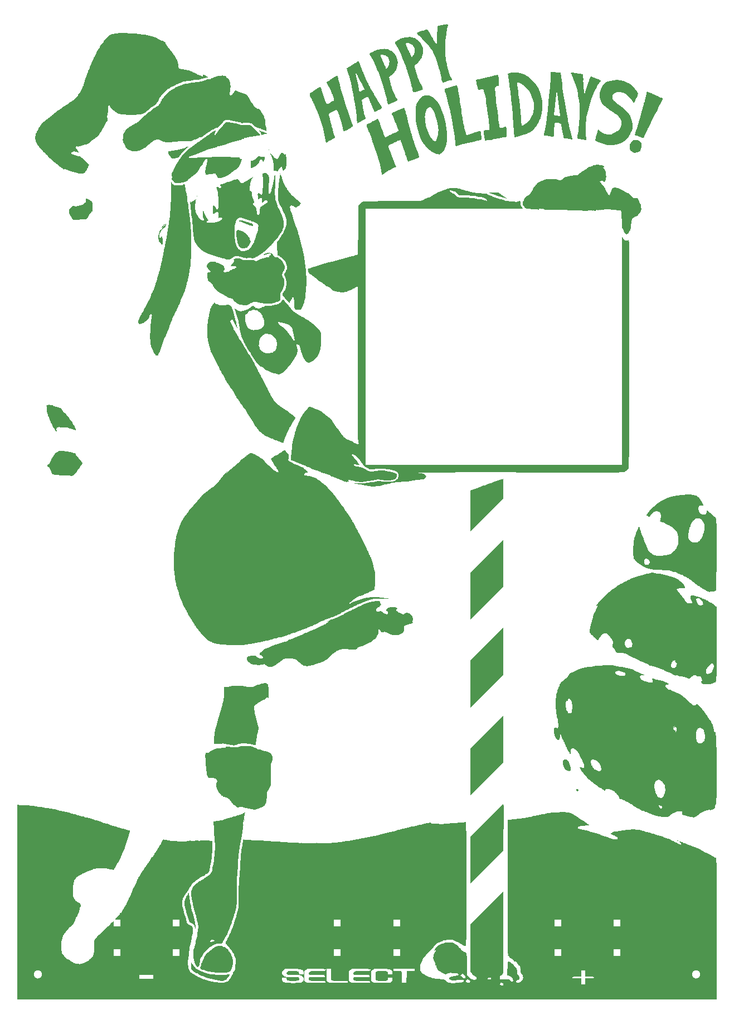
<source format=gto>
%TF.GenerationSoftware,KiCad,Pcbnew,9.0.4*%
%TF.CreationDate,2025-09-01T02:23:14+01:00*%
%TF.ProjectId,Chirstmas-Card,43686972-7374-46d6-9173-2d436172642e,rev?*%
%TF.SameCoordinates,Original*%
%TF.FileFunction,Legend,Top*%
%TF.FilePolarity,Positive*%
%FSLAX46Y46*%
G04 Gerber Fmt 4.6, Leading zero omitted, Abs format (unit mm)*
G04 Created by KiCad (PCBNEW 9.0.4) date 2025-09-01 02:23:14*
%MOMM*%
%LPD*%
G01*
G04 APERTURE LIST*
%ADD10C,0.000000*%
%ADD11C,0.120000*%
%ADD12R,1.000000X1.000000*%
%ADD13C,1.300000*%
%ADD14C,0.990600*%
G04 APERTURE END LIST*
D10*
%TO.C,Art*%
G36*
X50889473Y-52383040D02*
G01*
X50864717Y-52407797D01*
X50839961Y-52383040D01*
X50864717Y-52358284D01*
X50889473Y-52383040D01*
G37*
G36*
X64208382Y-116947563D02*
G01*
X64183625Y-116972319D01*
X64158869Y-116947563D01*
X64183625Y-116922806D01*
X64208382Y-116947563D01*
G37*
G36*
X67179142Y-56938206D02*
G01*
X67154386Y-56962962D01*
X67129629Y-56938206D01*
X67154386Y-56913450D01*
X67179142Y-56938206D01*
G37*
G36*
X68317933Y-55106237D02*
G01*
X68293177Y-55130994D01*
X68268421Y-55106237D01*
X68293177Y-55081481D01*
X68317933Y-55106237D01*
G37*
G36*
X70694542Y-71742495D02*
G01*
X70669785Y-71767251D01*
X70645029Y-71742495D01*
X70669785Y-71717738D01*
X70694542Y-71742495D01*
G37*
G36*
X70793567Y-49511305D02*
G01*
X70768811Y-49536062D01*
X70744054Y-49511305D01*
X70768811Y-49486549D01*
X70793567Y-49511305D01*
G37*
G36*
X72229434Y-39064132D02*
G01*
X72204678Y-39088888D01*
X72179922Y-39064132D01*
X72204678Y-39039376D01*
X72229434Y-39064132D01*
G37*
G36*
X75546783Y-63424366D02*
G01*
X75522027Y-63449122D01*
X75497271Y-63424366D01*
X75522027Y-63399610D01*
X75546783Y-63424366D01*
G37*
G36*
X76438011Y-140416569D02*
G01*
X76413255Y-140441325D01*
X76388499Y-140416569D01*
X76413255Y-140391812D01*
X76438011Y-140416569D01*
G37*
G36*
X77180701Y-133534307D02*
G01*
X77155945Y-133559064D01*
X77131189Y-133534307D01*
X77155945Y-133509551D01*
X77180701Y-133534307D01*
G37*
G36*
X95946004Y-120066861D02*
G01*
X95921247Y-120091617D01*
X95896491Y-120066861D01*
X95921247Y-120042105D01*
X95946004Y-120066861D01*
G37*
G36*
X119018908Y-58968226D02*
G01*
X118994152Y-58992982D01*
X118969395Y-58968226D01*
X118994152Y-58943469D01*
X119018908Y-58968226D01*
G37*
G36*
X119117933Y-58968226D02*
G01*
X119093177Y-58992982D01*
X119068421Y-58968226D01*
X119093177Y-58943469D01*
X119117933Y-58968226D01*
G37*
G36*
X121791618Y-132098440D02*
G01*
X121766861Y-132123196D01*
X121742105Y-132098440D01*
X121766861Y-132073684D01*
X121791618Y-132098440D01*
G37*
G36*
X123970175Y-135217738D02*
G01*
X123945419Y-135242495D01*
X123920662Y-135217738D01*
X123945419Y-135192982D01*
X123970175Y-135217738D01*
G37*
G36*
X126891423Y-145714424D02*
G01*
X126866666Y-145739181D01*
X126841910Y-145714424D01*
X126866666Y-145689668D01*
X126891423Y-145714424D01*
G37*
G36*
X127535087Y-146358089D02*
G01*
X127510331Y-146382845D01*
X127485575Y-146358089D01*
X127510331Y-146333333D01*
X127535087Y-146358089D01*
G37*
G36*
X127931189Y-124572514D02*
G01*
X127906432Y-124597270D01*
X127881676Y-124572514D01*
X127906432Y-124547758D01*
X127931189Y-124572514D01*
G37*
G36*
X131892202Y-148734697D02*
G01*
X131867446Y-148759454D01*
X131842690Y-148734697D01*
X131867446Y-148709941D01*
X131892202Y-148734697D01*
G37*
G36*
X132585380Y-149229824D02*
G01*
X132560623Y-149254580D01*
X132535867Y-149229824D01*
X132560623Y-149205068D01*
X132585380Y-149229824D01*
G37*
G36*
X133179532Y-125166666D02*
G01*
X133154776Y-125191422D01*
X133130019Y-125166666D01*
X133154776Y-125141910D01*
X133179532Y-125166666D01*
G37*
G36*
X133278557Y-149526900D02*
G01*
X133253801Y-149551656D01*
X133229045Y-149526900D01*
X133253801Y-149502144D01*
X133278557Y-149526900D01*
G37*
G36*
X134664912Y-152943274D02*
G01*
X134640156Y-152968031D01*
X134615399Y-152943274D01*
X134640156Y-152918518D01*
X134664912Y-152943274D01*
G37*
G36*
X137734698Y-148140545D02*
G01*
X137709941Y-148165302D01*
X137685185Y-148140545D01*
X137709941Y-148115789D01*
X137734698Y-148140545D01*
G37*
G36*
X141794737Y-155072319D02*
G01*
X141769980Y-155097075D01*
X141745224Y-155072319D01*
X141769980Y-155047563D01*
X141794737Y-155072319D01*
G37*
G36*
X142141325Y-155121832D02*
G01*
X142116569Y-155146588D01*
X142091813Y-155121832D01*
X142116569Y-155097075D01*
X142141325Y-155121832D01*
G37*
G36*
X144517933Y-135168226D02*
G01*
X144493177Y-135192982D01*
X144468421Y-135168226D01*
X144493177Y-135143469D01*
X144517933Y-135168226D01*
G37*
G36*
X146102339Y-149378362D02*
G01*
X146077583Y-149403118D01*
X146052826Y-149378362D01*
X146077583Y-149353606D01*
X146102339Y-149378362D01*
G37*
G36*
X66865562Y-50938921D02*
G01*
X66871487Y-50997681D01*
X66865562Y-51004938D01*
X66836127Y-50998141D01*
X66832553Y-50971929D01*
X66850669Y-50931175D01*
X66865562Y-50938921D01*
G37*
G36*
X79788369Y-53513580D02*
G01*
X79794294Y-53572340D01*
X79788369Y-53579597D01*
X79758934Y-53572800D01*
X79755360Y-53546588D01*
X79773476Y-53505834D01*
X79788369Y-53513580D01*
G37*
G36*
X124250747Y-140903443D02*
G01*
X124243950Y-140932878D01*
X124217738Y-140936452D01*
X124176984Y-140918336D01*
X124184730Y-140903443D01*
X124243490Y-140897517D01*
X124250747Y-140903443D01*
G37*
G36*
X127617609Y-153083560D02*
G01*
X127623534Y-153142320D01*
X127617609Y-153149577D01*
X127588173Y-153142780D01*
X127584600Y-153116569D01*
X127602716Y-153075814D01*
X127617609Y-153083560D01*
G37*
G36*
X136459746Y-113671692D02*
G01*
X136465966Y-113689763D01*
X136397855Y-113696665D01*
X136327566Y-113688884D01*
X136335965Y-113671692D01*
X136437334Y-113665152D01*
X136459746Y-113671692D01*
G37*
G36*
X138015269Y-146844964D02*
G01*
X138021195Y-146903724D01*
X138015269Y-146910981D01*
X137985834Y-146904184D01*
X137982261Y-146877972D01*
X138000377Y-146837218D01*
X138015269Y-146844964D01*
G37*
G36*
X142372384Y-155311630D02*
G01*
X142365588Y-155341066D01*
X142339376Y-155344639D01*
X142298621Y-155326523D01*
X142306367Y-155311630D01*
X142365127Y-155305705D01*
X142372384Y-155311630D01*
G37*
G36*
X145838271Y-130852371D02*
G01*
X145844197Y-130911131D01*
X145838271Y-130918388D01*
X145808836Y-130911591D01*
X145805263Y-130885380D01*
X145823379Y-130844625D01*
X145838271Y-130852371D01*
G37*
G36*
X76281823Y-43267981D02*
G01*
X76334560Y-43314007D01*
X76338986Y-43325144D01*
X76315489Y-43345494D01*
X76266567Y-43299894D01*
X76259989Y-43289815D01*
X76254153Y-43255934D01*
X76281823Y-43267981D01*
G37*
G36*
X86635607Y-121662452D02*
G01*
X86637622Y-121676023D01*
X86620729Y-121724248D01*
X86615787Y-121725535D01*
X86573515Y-121690840D01*
X86563353Y-121676023D01*
X86567278Y-121630398D01*
X86585187Y-121626510D01*
X86635607Y-121662452D01*
G37*
G36*
X103109807Y-171567265D02*
G01*
X103100584Y-171584795D01*
X103053933Y-171632079D01*
X103045228Y-171634307D01*
X103041849Y-171602325D01*
X103051072Y-171584795D01*
X103097723Y-171537510D01*
X103106429Y-171535282D01*
X103109807Y-171567265D01*
G37*
G36*
X113710055Y-112627803D02*
G01*
X113723814Y-116204873D01*
X111222044Y-118705079D01*
X108720273Y-121205285D01*
X108720273Y-117615616D01*
X108720273Y-114025948D01*
X111208284Y-111538340D01*
X113696296Y-109050733D01*
X113710055Y-112627803D01*
G37*
G36*
X113721052Y-125959236D02*
G01*
X113721052Y-129524149D01*
X111220662Y-132024171D01*
X108720273Y-134524193D01*
X108720273Y-130959281D01*
X108720273Y-127394369D01*
X111220662Y-124894346D01*
X113721052Y-122394324D01*
X113721052Y-125959236D01*
G37*
G36*
X113721052Y-139302901D02*
G01*
X113721052Y-142892570D01*
X111220662Y-145392592D01*
X108720273Y-147892614D01*
X108720273Y-144302946D01*
X108720273Y-140713277D01*
X111220662Y-138213255D01*
X113721052Y-135713233D01*
X113721052Y-139302901D01*
G37*
G36*
X127917992Y-146604340D02*
G01*
X127931189Y-146630409D01*
X127923584Y-146673642D01*
X127880723Y-146660784D01*
X127832163Y-146630409D01*
X127786646Y-146592038D01*
X127833442Y-146581814D01*
X127844542Y-146581654D01*
X127917992Y-146604340D01*
G37*
G36*
X132584046Y-149094295D02*
G01*
X132585380Y-149106042D01*
X132545078Y-149149495D01*
X132508189Y-149155555D01*
X132456940Y-149131552D01*
X132461598Y-149106042D01*
X132524898Y-149058418D01*
X132538789Y-149056530D01*
X132584046Y-149094295D01*
G37*
G36*
X78091658Y-49804926D02*
G01*
X78147865Y-49906302D01*
X78214212Y-50056036D01*
X78251569Y-50178420D01*
X78254476Y-50228135D01*
X78228532Y-50247362D01*
X78186189Y-50173666D01*
X78178726Y-50154970D01*
X78121785Y-50020613D01*
X78071908Y-49920457D01*
X78029373Y-49803266D01*
X78022624Y-49747162D01*
X78041876Y-49738607D01*
X78091658Y-49804926D01*
G37*
G36*
X125012152Y-146811662D02*
G01*
X125076536Y-146869493D01*
X125147477Y-146999113D01*
X125144251Y-147126690D01*
X125068127Y-147219799D01*
X125062709Y-147222819D01*
X124967863Y-147265911D01*
X124902241Y-147255280D01*
X124818825Y-147181972D01*
X124811891Y-147175048D01*
X124724974Y-147048503D01*
X124734106Y-146931900D01*
X124790671Y-146856752D01*
X124903555Y-146785755D01*
X125012152Y-146811662D01*
G37*
G36*
X113739068Y-149639339D02*
G01*
X113743614Y-149790336D01*
X113746906Y-150029694D01*
X113748951Y-150346754D01*
X113749759Y-150730860D01*
X113749338Y-151171353D01*
X113747699Y-151657577D01*
X113744849Y-152178874D01*
X113740799Y-152724588D01*
X113736037Y-153237201D01*
X113705030Y-156277011D01*
X111212651Y-158769023D01*
X108720273Y-161261035D01*
X108720273Y-157672199D01*
X108720273Y-154083362D01*
X111215682Y-151582324D01*
X113711092Y-149081286D01*
X113739068Y-149639339D01*
G37*
G36*
X123233845Y-142436729D02*
G01*
X123421309Y-142521812D01*
X123597034Y-142683006D01*
X123750782Y-142913285D01*
X123872314Y-143205624D01*
X123875870Y-143216929D01*
X123928028Y-143430533D01*
X123959245Y-143653983D01*
X123968637Y-143862081D01*
X123955322Y-144029630D01*
X123918414Y-144131433D01*
X123908284Y-144141561D01*
X123740259Y-144212789D01*
X123536476Y-144192079D01*
X123439803Y-144155649D01*
X123204925Y-144000397D01*
X122999075Y-143766266D01*
X122837129Y-143472384D01*
X122774636Y-143300427D01*
X122708524Y-143011821D01*
X122708089Y-142787835D01*
X122774554Y-142617910D01*
X122864658Y-142523003D01*
X123044882Y-142434784D01*
X123233845Y-142436729D01*
G37*
G36*
X134114090Y-48438486D02*
G01*
X134305765Y-48497550D01*
X134460971Y-48613754D01*
X134603021Y-48792868D01*
X134690800Y-48999161D01*
X134722957Y-49254981D01*
X134703031Y-49530440D01*
X134634559Y-49795655D01*
X134521080Y-50020738D01*
X134447056Y-50110409D01*
X134236600Y-50258305D01*
X133976623Y-50349121D01*
X133702224Y-50375543D01*
X133448499Y-50330254D01*
X133428575Y-50322690D01*
X133180207Y-50182937D01*
X133013780Y-49991609D01*
X132931314Y-49780895D01*
X132889933Y-49442489D01*
X132939088Y-49135574D01*
X133074368Y-48857003D01*
X133225133Y-48650314D01*
X133369447Y-48519957D01*
X133536317Y-48449806D01*
X133754749Y-48423732D01*
X133856700Y-48422027D01*
X134114090Y-48438486D01*
G37*
G36*
X113156952Y-56566861D02*
G01*
X113315396Y-56692721D01*
X113486536Y-56805879D01*
X113546911Y-56839181D01*
X113693703Y-56921853D01*
X113816730Y-57005307D01*
X113840441Y-57024853D01*
X113928554Y-57090161D01*
X113980579Y-57111500D01*
X114044515Y-57137242D01*
X114155041Y-57202037D01*
X114205543Y-57235282D01*
X114294070Y-57299926D01*
X114325335Y-57337789D01*
X114291861Y-57348518D01*
X114186169Y-57331761D01*
X114000782Y-57287165D01*
X113728221Y-57214376D01*
X113721052Y-57212418D01*
X113410586Y-57122859D01*
X113069347Y-57016566D01*
X112723884Y-56902490D01*
X112400746Y-56789583D01*
X112126482Y-56686799D01*
X111967163Y-56621005D01*
X111822218Y-56558752D01*
X111704086Y-56510881D01*
X111678655Y-56501443D01*
X111599229Y-56462948D01*
X111607667Y-56433399D01*
X111706528Y-56412334D01*
X111898373Y-56399291D01*
X112185763Y-56393810D01*
X112277668Y-56393567D01*
X112963188Y-56393567D01*
X113156952Y-56566861D01*
G37*
G36*
X113698903Y-99888455D02*
G01*
X113705533Y-100023046D01*
X113711276Y-100232756D01*
X113715900Y-100505631D01*
X113719174Y-100829718D01*
X113720867Y-101193064D01*
X113721052Y-101363634D01*
X113721052Y-102886332D01*
X111220662Y-105386354D01*
X108720273Y-107886376D01*
X108720451Y-104742506D01*
X108720630Y-101598635D01*
X109128931Y-101438990D01*
X109382146Y-101343743D01*
X109664460Y-101243255D01*
X109917642Y-101158213D01*
X109933333Y-101153194D01*
X110129748Y-101089042D01*
X110299154Y-101030850D01*
X110411759Y-100988929D01*
X110428460Y-100981784D01*
X110511402Y-100949467D01*
X110667127Y-100893572D01*
X110874390Y-100821570D01*
X111111940Y-100740929D01*
X111146393Y-100729379D01*
X111428646Y-100633173D01*
X111724335Y-100529492D01*
X111996124Y-100431580D01*
X112186160Y-100360596D01*
X112379648Y-100288065D01*
X112609285Y-100204727D01*
X112856266Y-100117073D01*
X113101790Y-100031593D01*
X113327056Y-99954776D01*
X113513260Y-99893113D01*
X113641602Y-99853094D01*
X113691616Y-99840935D01*
X113698903Y-99888455D01*
G37*
G36*
X73734177Y-62139193D02*
G01*
X73974993Y-62226898D01*
X74219547Y-62346408D01*
X74450281Y-62489212D01*
X74649640Y-62646801D01*
X74800065Y-62810665D01*
X74880913Y-62962033D01*
X74923892Y-63037652D01*
X74952385Y-63053021D01*
X74998426Y-63095754D01*
X75064710Y-63207058D01*
X75140071Y-63361593D01*
X75213341Y-63534017D01*
X75273356Y-63698991D01*
X75308949Y-63831173D01*
X75314041Y-63873786D01*
X75285912Y-63991439D01*
X75207153Y-64157526D01*
X75093436Y-64346929D01*
X74960437Y-64534534D01*
X74823829Y-64695221D01*
X74766733Y-64750821D01*
X74619281Y-64831494D01*
X74415302Y-64878959D01*
X74193178Y-64888267D01*
X73991290Y-64854470D01*
X73983256Y-64851843D01*
X73853035Y-64785132D01*
X73711065Y-64678615D01*
X73582714Y-64556002D01*
X73493346Y-64441003D01*
X73466946Y-64369235D01*
X73445374Y-64289184D01*
X73399486Y-64186899D01*
X73339419Y-64030461D01*
X73284602Y-63811993D01*
X73236834Y-63550783D01*
X73197913Y-63266121D01*
X73169638Y-62977295D01*
X73153808Y-62703597D01*
X73152222Y-62464314D01*
X73166679Y-62278735D01*
X73198977Y-62166152D01*
X73209718Y-62152001D01*
X73333982Y-62093235D01*
X73514654Y-62091802D01*
X73734177Y-62139193D01*
G37*
G36*
X73902255Y-60619589D02*
G01*
X74072907Y-60659079D01*
X74308967Y-60725075D01*
X74577913Y-60803266D01*
X74769785Y-60860224D01*
X74902709Y-60901965D01*
X74994811Y-60934508D01*
X75064220Y-60963870D01*
X75129061Y-60996070D01*
X75135795Y-60999574D01*
X75250009Y-61050872D01*
X75328747Y-61072209D01*
X75442051Y-61100292D01*
X75564546Y-61167537D01*
X75660691Y-61250075D01*
X75695321Y-61318406D01*
X75663802Y-61392168D01*
X75596307Y-61452803D01*
X75533425Y-61464751D01*
X75530356Y-61462921D01*
X75481546Y-61450664D01*
X75372207Y-61427858D01*
X75348733Y-61423213D01*
X75179416Y-61375382D01*
X75010804Y-61307052D01*
X75006915Y-61305125D01*
X74886888Y-61250353D01*
X74804966Y-61222097D01*
X74796243Y-61221052D01*
X74731692Y-61200978D01*
X74608905Y-61149128D01*
X74497508Y-61097270D01*
X74350394Y-61029839D01*
X74238257Y-60984881D01*
X74195779Y-60973489D01*
X74123066Y-60955065D01*
X74006522Y-60910193D01*
X73994617Y-60905025D01*
X73831376Y-60836284D01*
X73672804Y-60773217D01*
X73566641Y-60729299D01*
X73543946Y-60699292D01*
X73595331Y-60662702D01*
X73616848Y-60651090D01*
X73695554Y-60617874D01*
X73783580Y-60606614D01*
X73902255Y-60619589D01*
G37*
G36*
X65853645Y-49444309D02*
G01*
X65771334Y-49519686D01*
X65709392Y-49568196D01*
X65531872Y-49705749D01*
X65430228Y-49797248D01*
X65396720Y-49849688D01*
X65396686Y-49850852D01*
X65363374Y-49894159D01*
X65274875Y-49987247D01*
X65148344Y-50112278D01*
X65108468Y-50150551D01*
X64935253Y-50330013D01*
X64761251Y-50533264D01*
X64627855Y-50711075D01*
X64490992Y-50907739D01*
X64386754Y-51035455D01*
X64296810Y-51110183D01*
X64202830Y-51147886D01*
X64109500Y-51162408D01*
X63966366Y-51186793D01*
X63856591Y-51222347D01*
X63852813Y-51224298D01*
X63705615Y-51261703D01*
X63527291Y-51254080D01*
X63391423Y-51212346D01*
X63278958Y-51125859D01*
X63156601Y-50984842D01*
X63035887Y-50810055D01*
X62928351Y-50622254D01*
X62845530Y-50442198D01*
X62798959Y-50290646D01*
X62800172Y-50188356D01*
X62812103Y-50169845D01*
X62878873Y-50144310D01*
X63009779Y-50118966D01*
X63107328Y-50106663D01*
X63385819Y-50075914D01*
X63602737Y-50045788D01*
X63795335Y-50010680D01*
X63911306Y-49985660D01*
X64084152Y-49947470D01*
X64299187Y-49900994D01*
X64455945Y-49867679D01*
X64784001Y-49792581D01*
X65059764Y-49712906D01*
X65329414Y-49613644D01*
X65613102Y-49491529D01*
X65751174Y-49434839D01*
X65848385Y-49405093D01*
X65876295Y-49405015D01*
X65853645Y-49444309D01*
G37*
G36*
X76553182Y-50835982D02*
G01*
X76667858Y-50866417D01*
X76784600Y-50897660D01*
X76982363Y-50940259D01*
X77181057Y-50966902D01*
X77267349Y-50971342D01*
X77405430Y-50980874D01*
X77467622Y-51014274D01*
X77477777Y-51055061D01*
X77462740Y-51155116D01*
X77424162Y-51299832D01*
X77371843Y-51461126D01*
X77315585Y-51610913D01*
X77265189Y-51721109D01*
X77230506Y-51763628D01*
X77197970Y-51722170D01*
X77145592Y-51618419D01*
X77122414Y-51565407D01*
X77053381Y-51435790D01*
X76980767Y-51349875D01*
X76959654Y-51337098D01*
X76861540Y-51346375D01*
X76756020Y-51422304D01*
X76673527Y-51540028D01*
X76656183Y-51584989D01*
X76571696Y-51808633D01*
X76465592Y-52013138D01*
X76356480Y-52163939D01*
X76330860Y-52189245D01*
X76203929Y-52283400D01*
X76021363Y-52396582D01*
X75817541Y-52509687D01*
X75626845Y-52603612D01*
X75486344Y-52658494D01*
X75388254Y-52676790D01*
X75350640Y-52638236D01*
X75343272Y-52565257D01*
X75335306Y-52323253D01*
X75330634Y-52078731D01*
X75329305Y-51854193D01*
X75331368Y-51672144D01*
X75336872Y-51555089D01*
X75341015Y-51527683D01*
X75377992Y-51491187D01*
X75424315Y-51517659D01*
X75516742Y-51534132D01*
X75661400Y-51489041D01*
X75841202Y-51391541D01*
X76039062Y-51250784D01*
X76224248Y-51089132D01*
X76355374Y-50963866D01*
X76454494Y-50870550D01*
X76504022Y-50825701D01*
X76506550Y-50823979D01*
X76553182Y-50835982D01*
G37*
G36*
X135592870Y-41113709D02*
G01*
X135729500Y-41162870D01*
X135928129Y-41242555D01*
X136174876Y-41347121D01*
X136455858Y-41470923D01*
X136576544Y-41525391D01*
X136876727Y-41661093D01*
X137156489Y-41786252D01*
X137399745Y-41893776D01*
X137590409Y-41976571D01*
X137712395Y-42027543D01*
X137734698Y-42036120D01*
X137873212Y-42115416D01*
X137923774Y-42202962D01*
X137905275Y-42277347D01*
X137843030Y-42427578D01*
X137741996Y-42643276D01*
X137607125Y-42914066D01*
X137443375Y-43229569D01*
X137348078Y-43408564D01*
X137023898Y-44016760D01*
X136739542Y-44560118D01*
X136484698Y-45059194D01*
X136249053Y-45534546D01*
X136022296Y-46006733D01*
X135794115Y-46496310D01*
X135739762Y-46614814D01*
X135547045Y-47028912D01*
X135373280Y-47387858D01*
X135222202Y-47684586D01*
X135097544Y-47912031D01*
X135003043Y-48063127D01*
X134942431Y-48130810D01*
X134937232Y-48133115D01*
X134868296Y-48122131D01*
X134742244Y-48077481D01*
X134631866Y-48029586D01*
X134447080Y-47950970D01*
X134220077Y-47864587D01*
X134025336Y-47797545D01*
X133856349Y-47736048D01*
X133731999Y-47677320D01*
X133675767Y-47632723D01*
X133674659Y-47627848D01*
X133689343Y-47561625D01*
X133729491Y-47421056D01*
X133789244Y-47225737D01*
X133862744Y-46995263D01*
X133875270Y-46956794D01*
X134020062Y-46504564D01*
X134176752Y-45999728D01*
X134337935Y-45467278D01*
X134496207Y-44932207D01*
X134644163Y-44419510D01*
X134774398Y-43954179D01*
X134866683Y-43610542D01*
X134939500Y-43337771D01*
X135009361Y-43086658D01*
X135070124Y-42878537D01*
X135115649Y-42734736D01*
X135130393Y-42694558D01*
X135164286Y-42586530D01*
X135210655Y-42404043D01*
X135264087Y-42170033D01*
X135319171Y-41907437D01*
X135335153Y-41826797D01*
X135387931Y-41575218D01*
X135439897Y-41360205D01*
X135486186Y-41199695D01*
X135521932Y-41111623D01*
X135532123Y-41100719D01*
X135592870Y-41113709D01*
G37*
G36*
X62456044Y-61140569D02*
G01*
X62467679Y-61211086D01*
X62452321Y-61351164D01*
X62422105Y-61530304D01*
X62387595Y-61637902D01*
X62332304Y-61700686D01*
X62239748Y-61745384D01*
X62200144Y-61760026D01*
X62058281Y-61839369D01*
X61948216Y-61947268D01*
X61943065Y-61955023D01*
X61874921Y-62055292D01*
X61828292Y-62111995D01*
X61827941Y-62112280D01*
X61729940Y-62229468D01*
X61632673Y-62409112D01*
X61546710Y-62621461D01*
X61482621Y-62836765D01*
X61450977Y-63025274D01*
X61459516Y-63149172D01*
X61521450Y-63235263D01*
X61609463Y-63242488D01*
X61698220Y-63176613D01*
X61749903Y-63083069D01*
X61787349Y-63020991D01*
X61825688Y-63042656D01*
X61867578Y-63152800D01*
X61915674Y-63356159D01*
X61922844Y-63391291D01*
X61975279Y-63735169D01*
X61983299Y-64017457D01*
X61946561Y-64225066D01*
X61944812Y-64229876D01*
X61918050Y-64289284D01*
X61883814Y-64301876D01*
X61821736Y-64260492D01*
X61711445Y-64157974D01*
X61694815Y-64142004D01*
X61513562Y-63950055D01*
X61399008Y-63773261D01*
X61337177Y-63578140D01*
X61314094Y-63331212D01*
X61312582Y-63226315D01*
X61323005Y-62966794D01*
X61360971Y-62728851D01*
X61435027Y-62463339D01*
X61456800Y-62396978D01*
X61540281Y-62170404D01*
X61611604Y-62023587D01*
X61666772Y-61964551D01*
X61672526Y-61963742D01*
X61720555Y-61930652D01*
X61714080Y-61887484D01*
X61716723Y-61828952D01*
X61765537Y-61825593D01*
X61845944Y-61800954D01*
X61867541Y-61765691D01*
X61877457Y-61716539D01*
X61847319Y-61750238D01*
X61836301Y-61765691D01*
X61793389Y-61808001D01*
X61783019Y-61776328D01*
X61812441Y-61679433D01*
X61887609Y-61551610D01*
X61986311Y-61421716D01*
X62086336Y-61318610D01*
X62165473Y-61271151D01*
X62172300Y-61270565D01*
X62236827Y-61236690D01*
X62277388Y-61196296D01*
X62364687Y-61133229D01*
X62412854Y-61122027D01*
X62456044Y-61140569D01*
G37*
G36*
X65980542Y-162932744D02*
G01*
X65994698Y-163134275D01*
X66017984Y-163267054D01*
X66047753Y-163316152D01*
X66048496Y-163316179D01*
X66075240Y-163340970D01*
X66052660Y-163378070D01*
X66046289Y-163445741D01*
X66060497Y-163593389D01*
X66091913Y-163804902D01*
X66137165Y-164064172D01*
X66192878Y-164355089D01*
X66255683Y-164661543D01*
X66322205Y-164967426D01*
X66389074Y-165256627D01*
X66452916Y-165513037D01*
X66510359Y-165720547D01*
X66558031Y-165863047D01*
X66583857Y-165915594D01*
X66610851Y-165987140D01*
X66646184Y-166125395D01*
X66679576Y-166286939D01*
X66718094Y-166486124D01*
X66756630Y-166673029D01*
X66780994Y-166782066D01*
X66846458Y-167059583D01*
X66890679Y-167259153D01*
X66917185Y-167398706D01*
X66929505Y-167496171D01*
X66931579Y-167547301D01*
X66950252Y-167652078D01*
X66981899Y-167698549D01*
X67006652Y-167760283D01*
X66996101Y-167788089D01*
X66973882Y-167878197D01*
X66974269Y-167982718D01*
X66975067Y-168092214D01*
X66952180Y-168111213D01*
X66915979Y-168035860D01*
X66907605Y-168007504D01*
X66869700Y-167897725D01*
X66807570Y-167743165D01*
X66770229Y-167657085D01*
X66699093Y-167518601D01*
X66616692Y-167422839D01*
X66492885Y-167341757D01*
X66361617Y-167276928D01*
X66059735Y-167135787D01*
X65802240Y-166327640D01*
X65713356Y-166049556D01*
X65631314Y-165794495D01*
X65562342Y-165581700D01*
X65512670Y-165430414D01*
X65492556Y-165370955D01*
X65423708Y-165147939D01*
X65378075Y-164920528D01*
X65371231Y-164875828D01*
X65339794Y-164711255D01*
X65307063Y-164578752D01*
X65282910Y-164426943D01*
X65273517Y-164223485D01*
X65278703Y-164012304D01*
X65298286Y-163837324D01*
X65310342Y-163786549D01*
X65352375Y-163668367D01*
X65415714Y-163510195D01*
X65487045Y-163342998D01*
X65553052Y-163197741D01*
X65600420Y-163105388D01*
X65608417Y-163093372D01*
X65654746Y-163027026D01*
X65734749Y-162906728D01*
X65806467Y-162796584D01*
X65966082Y-162549310D01*
X65980542Y-162932744D01*
G37*
G36*
X50461693Y-57348935D02*
G01*
X50639403Y-57396903D01*
X50846491Y-57503782D01*
X51050944Y-57650781D01*
X51176055Y-57768242D01*
X51221253Y-57823301D01*
X51253292Y-57887763D01*
X51275053Y-57979669D01*
X51289418Y-58117061D01*
X51299265Y-58317981D01*
X51307203Y-58589699D01*
X51313517Y-58865637D01*
X51314873Y-59057723D01*
X51309594Y-59181078D01*
X51296001Y-59250822D01*
X51272417Y-59282074D01*
X51237165Y-59289955D01*
X51229496Y-59290058D01*
X51136069Y-59329424D01*
X51104330Y-59376705D01*
X51048446Y-59465225D01*
X50949308Y-59570806D01*
X50929889Y-59588063D01*
X50831559Y-59687589D01*
X50774185Y-59773656D01*
X50770320Y-59786113D01*
X50721229Y-59936164D01*
X50638351Y-60107933D01*
X50541493Y-60266266D01*
X50450461Y-60376008D01*
X50428013Y-60393702D01*
X50378304Y-60418582D01*
X50304358Y-60439894D01*
X50195286Y-60458674D01*
X50040196Y-60475958D01*
X49828194Y-60492782D01*
X49548390Y-60510182D01*
X49189892Y-60529195D01*
X48809941Y-60547645D01*
X48637828Y-60551034D01*
X48494090Y-60545668D01*
X48438596Y-60538475D01*
X48368679Y-60502695D01*
X48271955Y-60430671D01*
X48170442Y-60342528D01*
X48086162Y-60258393D01*
X48041135Y-60198391D01*
X48047785Y-60181286D01*
X48049266Y-60149723D01*
X48013034Y-60094639D01*
X47934788Y-59972980D01*
X47844685Y-59799558D01*
X47762720Y-59616373D01*
X47708885Y-59465426D01*
X47703692Y-59444775D01*
X47707661Y-59301253D01*
X47760677Y-59110867D01*
X47850076Y-58904199D01*
X47963192Y-58711828D01*
X48055116Y-58596239D01*
X48162764Y-58488576D01*
X48243327Y-58440980D01*
X48335442Y-58439446D01*
X48432541Y-58459448D01*
X48729504Y-58489438D01*
X49065849Y-58461143D01*
X49410016Y-58382419D01*
X49730442Y-58261124D01*
X49995565Y-58105115D01*
X50056987Y-58055046D01*
X50179387Y-57938971D01*
X50243691Y-57844018D01*
X50269307Y-57729676D01*
X50274931Y-57600122D01*
X50279776Y-57334307D01*
X50461693Y-57348935D01*
G37*
G36*
X66406713Y-173292982D02*
G01*
X66496461Y-173466945D01*
X66596315Y-173628410D01*
X66641169Y-173689083D01*
X66746241Y-173825791D01*
X66837481Y-173957161D01*
X66842737Y-173965451D01*
X66929255Y-174055128D01*
X67072817Y-174158702D01*
X67211960Y-174237771D01*
X67364090Y-174316552D01*
X67477651Y-174380443D01*
X67525731Y-174413662D01*
X67598360Y-174462835D01*
X67746021Y-174533018D01*
X67948913Y-174616708D01*
X68187234Y-174706402D01*
X68441185Y-174794598D01*
X68690965Y-174873793D01*
X68882203Y-174927645D01*
X69241356Y-175001147D01*
X69677502Y-175056770D01*
X70169864Y-175092335D01*
X70570760Y-175104636D01*
X70884804Y-175104702D01*
X71202944Y-175097457D01*
X71504444Y-175084059D01*
X71768569Y-175065667D01*
X71974581Y-175043438D01*
X72099475Y-175019245D01*
X72145109Y-175006910D01*
X72164737Y-175013881D01*
X72152151Y-175053694D01*
X72101147Y-175139883D01*
X72005517Y-175285983D01*
X71914792Y-175422027D01*
X71812314Y-175569999D01*
X71728234Y-175681442D01*
X71679493Y-175734009D01*
X71677481Y-175735064D01*
X71614678Y-175771032D01*
X71506602Y-175840773D01*
X71472680Y-175863581D01*
X71304271Y-175958069D01*
X71131558Y-176003841D01*
X70914640Y-176009919D01*
X70843080Y-176005908D01*
X70503337Y-175969906D01*
X70113493Y-175907452D01*
X69700968Y-175824760D01*
X69293188Y-175728044D01*
X68917574Y-175623518D01*
X68601551Y-175517395D01*
X68491228Y-175472998D01*
X68363470Y-175422427D01*
X68195067Y-175361036D01*
X68031210Y-175304848D01*
X67921832Y-175271125D01*
X67820413Y-175232952D01*
X67679683Y-175168043D01*
X67539767Y-175096217D01*
X67440786Y-175037297D01*
X67426705Y-175026535D01*
X67343986Y-174970142D01*
X67206037Y-174889623D01*
X67080117Y-174821998D01*
X66917725Y-174733817D01*
X66779878Y-174651571D01*
X66713673Y-174606029D01*
X66534722Y-174459390D01*
X66419989Y-174351205D01*
X66354243Y-174260816D01*
X66322252Y-174167568D01*
X66309258Y-174057570D01*
X66290862Y-173761879D01*
X66283026Y-173526133D01*
X66284616Y-173311944D01*
X66285969Y-173268226D01*
X66293618Y-173045418D01*
X66406713Y-173292982D01*
G37*
G36*
X80069815Y-50320137D02*
G01*
X80193375Y-50384877D01*
X80306484Y-50477220D01*
X80426576Y-50584017D01*
X80499213Y-50628898D01*
X80545912Y-50620998D01*
X80573516Y-50590575D01*
X80615083Y-50549888D01*
X80641925Y-50582943D01*
X80663304Y-50679034D01*
X80694411Y-50876703D01*
X80723592Y-51109028D01*
X80748433Y-51349754D01*
X80766518Y-51572632D01*
X80775432Y-51751410D01*
X80772760Y-51859836D01*
X80772243Y-51863157D01*
X80757305Y-51976169D01*
X80739028Y-52148631D01*
X80723032Y-52324074D01*
X80695855Y-52537017D01*
X80651752Y-52679596D01*
X80584023Y-52778062D01*
X80465913Y-52907423D01*
X80369846Y-53017976D01*
X80266397Y-53141037D01*
X80179471Y-52850846D01*
X80120816Y-52685033D01*
X80058289Y-52553992D01*
X80016658Y-52497675D01*
X79958151Y-52469500D01*
X79894859Y-52500216D01*
X79805392Y-52596855D01*
X79691479Y-52754387D01*
X79588627Y-52929323D01*
X79576527Y-52953666D01*
X79508657Y-53076428D01*
X79449317Y-53153381D01*
X79433528Y-53163855D01*
X79360651Y-53163359D01*
X79225367Y-53145636D01*
X79111696Y-53125148D01*
X78839376Y-53070901D01*
X78833395Y-52564319D01*
X78822617Y-52289560D01*
X78798760Y-52015298D01*
X78765068Y-51764117D01*
X78724784Y-51558598D01*
X78681152Y-51421323D01*
X78665126Y-51392787D01*
X78633255Y-51314080D01*
X78601187Y-51184904D01*
X78596701Y-51161205D01*
X78564404Y-51038699D01*
X78526370Y-50967926D01*
X78518888Y-50963155D01*
X78477535Y-50907669D01*
X78450549Y-50816991D01*
X78410796Y-50680719D01*
X78347044Y-50531746D01*
X78344961Y-50527692D01*
X78297688Y-50416529D01*
X78286854Y-50346915D01*
X78289920Y-50341333D01*
X78327058Y-50355187D01*
X78347534Y-50393240D01*
X78392656Y-50465059D01*
X78476811Y-50570616D01*
X78576171Y-50683148D01*
X78666908Y-50775891D01*
X78725194Y-50822085D01*
X78730511Y-50823391D01*
X78773893Y-50855633D01*
X78865821Y-50939772D01*
X78974884Y-51046198D01*
X79138459Y-51192605D01*
X79261623Y-51259302D01*
X79356220Y-51250694D01*
X79407737Y-51207114D01*
X79540663Y-51046846D01*
X79618340Y-50943787D01*
X79652220Y-50881952D01*
X79656335Y-50860075D01*
X79684871Y-50796319D01*
X79757331Y-50687861D01*
X79804873Y-50625341D01*
X79892211Y-50505549D01*
X79945612Y-50413958D01*
X79953411Y-50388328D01*
X79984950Y-50320060D01*
X80069815Y-50320137D01*
G37*
G36*
X102204758Y-41642817D02*
G01*
X102468433Y-41704545D01*
X102750540Y-41813123D01*
X103023155Y-41959232D01*
X103096739Y-42007490D01*
X103389088Y-42259364D01*
X103670826Y-42600963D01*
X103938492Y-43023245D01*
X104188625Y-43517168D01*
X104417762Y-44073690D01*
X104622442Y-44683770D01*
X104799203Y-45338366D01*
X104944583Y-46028436D01*
X105055122Y-46744937D01*
X105110864Y-47268317D01*
X105141137Y-47938768D01*
X105112253Y-48552675D01*
X105025399Y-49104565D01*
X104881757Y-49588965D01*
X104682513Y-50000400D01*
X104453084Y-50307644D01*
X104210878Y-50506714D01*
X103938392Y-50611631D01*
X103636208Y-50622334D01*
X103304911Y-50538764D01*
X103100584Y-50447552D01*
X102835428Y-50303616D01*
X102619165Y-50162833D01*
X102417464Y-49999714D01*
X102195994Y-49788772D01*
X102148139Y-49740465D01*
X101768569Y-49310063D01*
X101443085Y-48840659D01*
X101162948Y-48316592D01*
X100919417Y-47722199D01*
X100771347Y-47273416D01*
X100600671Y-46661782D01*
X100478842Y-46100227D01*
X100401400Y-45555377D01*
X100363883Y-44993857D01*
X100363565Y-44899209D01*
X101799477Y-44899209D01*
X101809881Y-45159387D01*
X101835366Y-45460513D01*
X101873138Y-45774642D01*
X101920404Y-46073825D01*
X101965363Y-46292982D01*
X102093332Y-46752361D01*
X102252871Y-47189963D01*
X102436417Y-47591602D01*
X102636410Y-47943089D01*
X102845287Y-48230238D01*
X103055488Y-48438861D01*
X103141044Y-48498860D01*
X103286120Y-48574799D01*
X103386149Y-48587581D01*
X103470637Y-48539227D01*
X103488047Y-48522618D01*
X103572193Y-48391487D01*
X103650961Y-48182221D01*
X103719146Y-47915709D01*
X103771542Y-47612841D01*
X103802944Y-47294506D01*
X103805411Y-47249015D01*
X103803705Y-46843756D01*
X103764639Y-46403828D01*
X103692784Y-45944998D01*
X103592711Y-45483035D01*
X103468990Y-45033704D01*
X103326193Y-44612775D01*
X103168890Y-44236014D01*
X103001652Y-43919188D01*
X102829050Y-43678064D01*
X102745890Y-43594066D01*
X102628228Y-43503969D01*
X102530568Y-43451480D01*
X102504852Y-43446003D01*
X102429403Y-43477306D01*
X102314311Y-43557561D01*
X102234547Y-43624796D01*
X102067119Y-43835349D01*
X101933837Y-44128523D01*
X101839408Y-44492392D01*
X101806947Y-44707929D01*
X101799477Y-44899209D01*
X100363565Y-44899209D01*
X100361831Y-44382295D01*
X100365681Y-44238206D01*
X100387575Y-43793295D01*
X100426464Y-43426646D01*
X100488264Y-43118115D01*
X100578895Y-42847561D01*
X100704276Y-42594840D01*
X100870324Y-42339810D01*
X100958470Y-42220788D01*
X101190561Y-41988146D01*
X101486475Y-41799461D01*
X101814474Y-41672732D01*
X101987439Y-41637257D01*
X102204758Y-41642817D01*
G37*
G36*
X106663223Y-40151928D02*
G01*
X106710666Y-40231794D01*
X106734326Y-40309398D01*
X106768992Y-40461931D01*
X106815134Y-40697691D01*
X106870282Y-41001868D01*
X106931964Y-41359649D01*
X106997709Y-41756225D01*
X107065047Y-42176784D01*
X107131506Y-42606514D01*
X107194615Y-43030606D01*
X107232843Y-43297465D01*
X107313453Y-43868155D01*
X107382300Y-44350607D01*
X107440938Y-44754709D01*
X107490918Y-45090350D01*
X107533796Y-45367418D01*
X107571123Y-45595800D01*
X107604453Y-45785386D01*
X107635339Y-45946063D01*
X107665333Y-46087719D01*
X107683900Y-46169200D01*
X107730590Y-46361010D01*
X107789394Y-46590733D01*
X107855070Y-46839278D01*
X107922375Y-47087551D01*
X107986068Y-47316458D01*
X108040905Y-47506906D01*
X108081646Y-47639802D01*
X108103047Y-47696053D01*
X108103137Y-47696155D01*
X108152592Y-47686599D01*
X108282282Y-47650396D01*
X108478340Y-47591728D01*
X108726896Y-47514777D01*
X109014084Y-47423727D01*
X109129220Y-47386701D01*
X109431884Y-47290087D01*
X109705418Y-47204832D01*
X109934859Y-47135434D01*
X110105243Y-47086389D01*
X110201606Y-47062194D01*
X110214873Y-47060428D01*
X110250190Y-47106272D01*
X110285324Y-47229167D01*
X110318083Y-47407162D01*
X110346277Y-47618302D01*
X110367717Y-47840634D01*
X110380211Y-48052206D01*
X110381569Y-48231065D01*
X110369601Y-48355256D01*
X110348603Y-48400724D01*
X110281325Y-48422725D01*
X110134875Y-48459190D01*
X109927341Y-48505976D01*
X109676812Y-48558938D01*
X109516699Y-48591297D01*
X109171367Y-48664457D01*
X108783815Y-48753859D01*
X108398874Y-48848764D01*
X108061377Y-48938435D01*
X108027095Y-48948079D01*
X107604047Y-49067905D01*
X107266490Y-49163127D01*
X107004628Y-49236103D01*
X106808669Y-49289189D01*
X106668817Y-49324740D01*
X106575279Y-49345115D01*
X106518260Y-49352668D01*
X106487965Y-49349757D01*
X106474601Y-49338739D01*
X106468703Y-49323026D01*
X106455509Y-49250942D01*
X106434813Y-49104645D01*
X106409905Y-48908359D01*
X106393380Y-48768615D01*
X106168927Y-47081658D01*
X105887325Y-45443891D01*
X105541844Y-43821020D01*
X105125755Y-42178749D01*
X105038133Y-41861598D01*
X104946364Y-41530059D01*
X104879363Y-41278305D01*
X104833580Y-41091232D01*
X104805463Y-40953735D01*
X104791461Y-40850709D01*
X104788357Y-40799158D01*
X104791034Y-40726117D01*
X104816959Y-40675295D01*
X104885126Y-40634362D01*
X105014529Y-40590987D01*
X105180117Y-40544823D01*
X105393068Y-40486326D01*
X105641314Y-40417360D01*
X105902044Y-40344353D01*
X106152443Y-40273733D01*
X106369698Y-40211928D01*
X106530996Y-40165364D01*
X106600370Y-40144669D01*
X106663223Y-40151928D01*
G37*
G36*
X46745755Y-95611220D02*
G01*
X46979859Y-95629515D01*
X47204984Y-95654246D01*
X47382459Y-95680955D01*
X47423586Y-95689354D01*
X47608539Y-95726996D01*
X47789951Y-95757202D01*
X47828118Y-95762284D01*
X47960346Y-95788342D01*
X48150596Y-95837897D01*
X48363497Y-95901528D01*
X48422270Y-95920557D01*
X48626408Y-95991720D01*
X48753317Y-96048201D01*
X48821442Y-96100852D01*
X48849231Y-96160529D01*
X48851399Y-96173038D01*
X48898049Y-96296588D01*
X48967369Y-96394137D01*
X49052634Y-96488341D01*
X49172002Y-96625325D01*
X49272500Y-96743341D01*
X49420608Y-96916811D01*
X49578827Y-97098461D01*
X49665897Y-97196512D01*
X49853431Y-97405172D01*
X49747255Y-97595666D01*
X49659417Y-97735885D01*
X49571849Y-97849748D01*
X49551482Y-97870879D01*
X49477756Y-97961549D01*
X49384924Y-98103118D01*
X49326095Y-98205089D01*
X49245886Y-98340187D01*
X49179307Y-98430787D01*
X49148661Y-98454580D01*
X49107560Y-98491731D01*
X49107017Y-98498857D01*
X49075863Y-98559275D01*
X48997533Y-98658786D01*
X48958668Y-98701941D01*
X48874407Y-98807370D01*
X48835986Y-98886868D01*
X48837809Y-98905228D01*
X48824158Y-98943812D01*
X48790906Y-98949707D01*
X48715646Y-98988707D01*
X48637095Y-99082834D01*
X48635267Y-99085867D01*
X48468408Y-99278071D01*
X48244330Y-99390488D01*
X47962118Y-99423418D01*
X47695906Y-99393124D01*
X47573478Y-99378677D01*
X47376851Y-99365990D01*
X47130850Y-99356250D01*
X46860298Y-99350643D01*
X46794200Y-99350042D01*
X46390697Y-99341176D01*
X46020607Y-99321133D01*
X45698805Y-99291423D01*
X45440169Y-99253555D01*
X45259574Y-99209038D01*
X45212174Y-99189534D01*
X45127572Y-99101896D01*
X45029511Y-98918372D01*
X44948501Y-98720824D01*
X44874380Y-98537070D01*
X44808015Y-98395040D01*
X44759636Y-98315707D01*
X44746171Y-98306042D01*
X44702705Y-98267442D01*
X44700390Y-98249829D01*
X44666944Y-98180501D01*
X44585529Y-98087312D01*
X44576608Y-98078899D01*
X44473368Y-97940259D01*
X44468830Y-97807782D01*
X44562993Y-97682374D01*
X44578050Y-97670089D01*
X44659110Y-97580451D01*
X44757876Y-97436162D01*
X44857299Y-97267180D01*
X44940330Y-97103461D01*
X44989917Y-96974963D01*
X44996838Y-96934264D01*
X45024576Y-96855789D01*
X45093836Y-96730561D01*
X45185101Y-96589805D01*
X45278852Y-96464741D01*
X45318082Y-96420407D01*
X45378975Y-96338531D01*
X45393594Y-96296626D01*
X45430489Y-96222571D01*
X45526867Y-96110766D01*
X45661356Y-95980628D01*
X45812582Y-95851577D01*
X45959172Y-95743029D01*
X46077334Y-95675430D01*
X46204185Y-95630098D01*
X46339053Y-95606315D01*
X46512297Y-95601167D01*
X46745755Y-95611220D01*
G37*
G36*
X44916946Y-88651083D02*
G01*
X45170655Y-88708566D01*
X45482437Y-88800378D01*
X45864632Y-88929584D01*
X46111501Y-89018494D01*
X46349973Y-89110026D01*
X46524519Y-89191510D01*
X46665978Y-89281624D01*
X46805192Y-89399045D01*
X46916082Y-89505770D01*
X47055232Y-89650046D01*
X47161943Y-89773409D01*
X47219772Y-89856300D01*
X47225536Y-89873938D01*
X47263555Y-89941444D01*
X47355663Y-90019956D01*
X47361696Y-90023907D01*
X47497780Y-90129912D01*
X47604158Y-90235477D01*
X47717876Y-90367139D01*
X47814586Y-90478238D01*
X47887357Y-90574238D01*
X47918688Y-90641050D01*
X47918713Y-90642076D01*
X47949496Y-90664558D01*
X47968226Y-90656335D01*
X48010789Y-90667345D01*
X48017738Y-90701784D01*
X48055734Y-90783792D01*
X48129142Y-90850910D01*
X48223462Y-90942118D01*
X48317793Y-91076749D01*
X48337118Y-91111993D01*
X48411311Y-91248606D01*
X48476336Y-91355735D01*
X48489335Y-91374268D01*
X48534097Y-91452958D01*
X48603566Y-91595991D01*
X48684689Y-91776167D01*
X48707072Y-91828064D01*
X48805187Y-92102072D01*
X48840595Y-92314724D01*
X48813100Y-92460916D01*
X48734042Y-92531591D01*
X48645211Y-92532862D01*
X48513834Y-92505488D01*
X48387299Y-92462273D01*
X48314814Y-92418302D01*
X48290982Y-92399276D01*
X48242194Y-92387432D01*
X48140721Y-92378182D01*
X48030117Y-92371191D01*
X47943271Y-92358726D01*
X47945406Y-92331540D01*
X47968226Y-92315009D01*
X47997166Y-92282133D01*
X47941600Y-92267964D01*
X47881579Y-92266255D01*
X47772021Y-92253752D01*
X47721116Y-92224318D01*
X47720662Y-92220969D01*
X47676592Y-92188913D01*
X47565753Y-92160910D01*
X47510234Y-92153194D01*
X47370258Y-92137073D01*
X47164740Y-92112601D01*
X46926398Y-92083699D01*
X46779922Y-92065697D01*
X46541383Y-92041830D01*
X46319013Y-92029457D01*
X46143887Y-92029830D01*
X46071743Y-92037183D01*
X45883447Y-92072917D01*
X45914208Y-92280610D01*
X45948026Y-92520812D01*
X45960950Y-92672112D01*
X45947970Y-92743351D01*
X45904077Y-92743370D01*
X45824261Y-92681010D01*
X45735373Y-92596243D01*
X45641536Y-92481572D01*
X45524141Y-92304724D01*
X45400862Y-92093553D01*
X45325890Y-91950961D01*
X45214395Y-91733822D01*
X45106397Y-91532770D01*
X45016803Y-91375107D01*
X44974387Y-91307182D01*
X44917878Y-91201150D01*
X44839661Y-91024579D01*
X44748675Y-90801092D01*
X44653855Y-90554314D01*
X44564139Y-90307870D01*
X44488464Y-90085383D01*
X44435767Y-89910478D01*
X44419111Y-89839376D01*
X44394605Y-89682225D01*
X44369827Y-89483333D01*
X44346849Y-89265880D01*
X44327745Y-89053045D01*
X44314589Y-88868009D01*
X44309452Y-88733950D01*
X44314408Y-88674049D01*
X44314845Y-88673523D01*
X44378767Y-88650632D01*
X44500658Y-88630381D01*
X44534370Y-88626844D01*
X44708965Y-88624864D01*
X44916946Y-88651083D01*
G37*
G36*
X70900942Y-170678921D02*
G01*
X70951501Y-170702941D01*
X70993036Y-170748445D01*
X70996030Y-170752277D01*
X71100386Y-170829883D01*
X71235252Y-170871931D01*
X71377462Y-170913921D01*
X71541628Y-170999187D01*
X71703028Y-171109636D01*
X71836937Y-171227171D01*
X71918631Y-171333699D01*
X71932358Y-171382123D01*
X71968746Y-171450217D01*
X71994249Y-171470931D01*
X72071848Y-171546357D01*
X72105653Y-171594621D01*
X72163300Y-171684227D01*
X72252398Y-171814527D01*
X72297876Y-171879055D01*
X72390857Y-172048014D01*
X72482460Y-172282191D01*
X72550678Y-172512894D01*
X72630807Y-172992635D01*
X72618440Y-173442369D01*
X72513069Y-173868755D01*
X72432493Y-174060428D01*
X72356671Y-174227081D01*
X72301809Y-174362257D01*
X72279085Y-174438274D01*
X72278986Y-174440558D01*
X72235303Y-174525774D01*
X72123019Y-174614900D01*
X71970129Y-174690042D01*
X71826144Y-174730064D01*
X71715100Y-174742636D01*
X71545767Y-174754775D01*
X71341885Y-174765609D01*
X71127198Y-174774269D01*
X70925446Y-174779886D01*
X70760371Y-174781588D01*
X70655714Y-174778507D01*
X70631601Y-174773832D01*
X70580744Y-174767888D01*
X70450396Y-174759502D01*
X70260030Y-174749771D01*
X70029119Y-174739787D01*
X70018298Y-174739358D01*
X69779583Y-174726952D01*
X69574268Y-174710746D01*
X69424196Y-174692838D01*
X69351210Y-174675326D01*
X69351131Y-174675277D01*
X69267591Y-174646278D01*
X69123558Y-174615325D01*
X69016030Y-174598359D01*
X68860361Y-174568639D01*
X68658589Y-174518146D01*
X68432784Y-174453893D01*
X68205014Y-174382888D01*
X67997351Y-174312142D01*
X67831865Y-174248665D01*
X67730624Y-174199467D01*
X67712161Y-174184210D01*
X67682292Y-174094814D01*
X67677099Y-173974844D01*
X67695744Y-173873131D01*
X67718068Y-173841152D01*
X67751304Y-173779603D01*
X67783980Y-173655985D01*
X67795022Y-173592991D01*
X67840615Y-173410052D01*
X67915895Y-173212383D01*
X67948188Y-173146190D01*
X68016390Y-173013751D01*
X68060113Y-172920850D01*
X68068718Y-172896067D01*
X68087372Y-172839561D01*
X68133328Y-172728151D01*
X68151720Y-172686215D01*
X68201893Y-172561241D01*
X68226248Y-172476110D01*
X68226555Y-172463645D01*
X68256116Y-172427727D01*
X68268421Y-172426510D01*
X68313398Y-172386883D01*
X68317933Y-172358552D01*
X68354865Y-172252327D01*
X68456005Y-172101106D01*
X68606874Y-171920011D01*
X68792991Y-171724162D01*
X68999878Y-171528681D01*
X69213052Y-171348688D01*
X69418035Y-171199306D01*
X69444347Y-171182273D01*
X69547639Y-171108412D01*
X69602543Y-171053287D01*
X69605263Y-171045211D01*
X69647159Y-171008342D01*
X69751601Y-170958962D01*
X69790935Y-170944099D01*
X69915804Y-170892135D01*
X69994793Y-170845780D01*
X70003261Y-170836786D01*
X70060998Y-170811235D01*
X70193160Y-170777207D01*
X70376165Y-170740375D01*
X70473631Y-170723612D01*
X70684156Y-170690472D01*
X70819210Y-170675170D01*
X70900942Y-170678921D01*
G37*
G36*
X124203714Y-38194223D02*
G01*
X124377620Y-38224008D01*
X124391033Y-38226626D01*
X124598281Y-38264687D01*
X124860016Y-38308900D01*
X125132612Y-38352004D01*
X125248711Y-38369326D01*
X125464339Y-38402384D01*
X125642820Y-38432805D01*
X125761741Y-38456589D01*
X125797891Y-38467352D01*
X125811778Y-38522011D01*
X125827239Y-38659622D01*
X125843031Y-38864154D01*
X125857905Y-39119574D01*
X125870115Y-39396421D01*
X125889392Y-39877385D01*
X125908151Y-40276693D01*
X125927442Y-40611700D01*
X125948316Y-40899763D01*
X125971821Y-41158239D01*
X125983309Y-41267446D01*
X126013116Y-41539765D01*
X126142815Y-41093747D01*
X126201597Y-40900753D01*
X126285117Y-40638937D01*
X126385324Y-40332916D01*
X126494167Y-40007308D01*
X126592195Y-39719771D01*
X126711294Y-39380426D01*
X126805643Y-39127147D01*
X126879026Y-38951174D01*
X126935226Y-38843745D01*
X126978025Y-38796102D01*
X126992923Y-38791812D01*
X127088565Y-38810375D01*
X127251988Y-38860466D01*
X127461732Y-38933689D01*
X127696338Y-39021647D01*
X127934346Y-39115945D01*
X128154294Y-39208185D01*
X128334724Y-39289972D01*
X128454174Y-39352909D01*
X128485425Y-39375756D01*
X128483538Y-39443742D01*
X128414047Y-39583402D01*
X128277187Y-39794274D01*
X128263456Y-39814033D01*
X128040545Y-40160626D01*
X127816159Y-40565604D01*
X127585078Y-41039461D01*
X127342084Y-41592690D01*
X127170951Y-42010637D01*
X126970627Y-42555798D01*
X126782228Y-43152526D01*
X126611992Y-43775314D01*
X126466157Y-44398656D01*
X126350963Y-44997046D01*
X126272646Y-45544977D01*
X126250719Y-45773099D01*
X126238185Y-45996929D01*
X126230081Y-46275304D01*
X126226268Y-46585588D01*
X126226609Y-46905148D01*
X126230967Y-47211349D01*
X126239203Y-47481557D01*
X126251180Y-47693136D01*
X126263065Y-47803118D01*
X126306572Y-48080914D01*
X126328384Y-48272929D01*
X126320381Y-48391477D01*
X126274445Y-48448867D01*
X126182455Y-48457412D01*
X126036292Y-48429420D01*
X125876413Y-48389377D01*
X125649096Y-48337991D01*
X125409958Y-48293140D01*
X125244018Y-48268818D01*
X125085957Y-48244858D01*
X124972470Y-48217114D01*
X124934652Y-48197569D01*
X124932444Y-48133757D01*
X124948270Y-48000258D01*
X124978786Y-47824076D01*
X124984429Y-47795611D01*
X125054287Y-47408883D01*
X125111523Y-46998827D01*
X125157261Y-46551381D01*
X125192628Y-46052481D01*
X125218751Y-45488065D01*
X125236755Y-44844070D01*
X125241552Y-44584795D01*
X125267040Y-43025146D01*
X125113887Y-42109161D01*
X125055736Y-41774524D01*
X124992314Y-41431612D01*
X124929174Y-41109034D01*
X124871869Y-40835399D01*
X124837817Y-40686720D01*
X124761077Y-40408597D01*
X124652844Y-40068052D01*
X124523008Y-39692623D01*
X124381459Y-39309852D01*
X124238087Y-38947278D01*
X124102783Y-38632443D01*
X124090261Y-38605043D01*
X124005787Y-38402535D01*
X123973212Y-38270284D01*
X123990087Y-38195768D01*
X124007310Y-38180958D01*
X124071014Y-38178771D01*
X124203714Y-38194223D01*
G37*
G36*
X95818945Y-34609682D02*
G01*
X95992291Y-34618049D01*
X96124316Y-34638986D01*
X96243868Y-34678146D01*
X96379793Y-34741180D01*
X96458759Y-34781286D01*
X96838598Y-35030894D01*
X97161502Y-35357749D01*
X97418517Y-35752471D01*
X97454217Y-35823986D01*
X97606178Y-36233276D01*
X97665960Y-36641513D01*
X97633286Y-37058456D01*
X97507879Y-37493864D01*
X97399747Y-37743767D01*
X97209598Y-38084703D01*
X96990034Y-38359069D01*
X96713546Y-38599303D01*
X96613593Y-38670804D01*
X96475723Y-38772092D01*
X96378001Y-38855976D01*
X96342105Y-38903196D01*
X96353913Y-38971614D01*
X96385033Y-39109776D01*
X96429005Y-39291811D01*
X96479371Y-39491848D01*
X96529674Y-39684019D01*
X96573453Y-39842453D01*
X96592415Y-39905847D01*
X96627025Y-40019901D01*
X96679694Y-40197987D01*
X96741232Y-40408935D01*
X96767560Y-40499999D01*
X96849333Y-40739535D01*
X96970247Y-41035792D01*
X97118240Y-41360732D01*
X97262726Y-41650901D01*
X97387114Y-41893293D01*
X97493430Y-42106494D01*
X97573891Y-42274407D01*
X97620713Y-42380937D01*
X97629434Y-42409191D01*
X97586085Y-42454905D01*
X97469155Y-42525407D01*
X97298321Y-42612184D01*
X97093261Y-42706723D01*
X96873650Y-42800511D01*
X96659167Y-42885033D01*
X96469489Y-42951776D01*
X96324291Y-42992228D01*
X96263007Y-43000389D01*
X96186836Y-42974213D01*
X96175228Y-42961260D01*
X96153833Y-42899718D01*
X96114765Y-42763660D01*
X96064047Y-42574721D01*
X96020193Y-42404243D01*
X95895058Y-41922324D01*
X95754756Y-41404935D01*
X95605419Y-40873139D01*
X95453178Y-40347999D01*
X95304163Y-39850578D01*
X95164507Y-39401940D01*
X95040339Y-39023147D01*
X95011922Y-38940350D01*
X94877957Y-38580478D01*
X94705546Y-38156984D01*
X94505039Y-37692413D01*
X94286791Y-37209311D01*
X94061151Y-36730222D01*
X93838473Y-36277692D01*
X93629109Y-35874265D01*
X93482506Y-35609571D01*
X93468363Y-35584989D01*
X95054776Y-35584989D01*
X95073925Y-35649401D01*
X95127288Y-35789608D01*
X95208742Y-35990969D01*
X95312159Y-36238844D01*
X95431414Y-36518591D01*
X95560383Y-36815570D01*
X95692939Y-37115138D01*
X95723194Y-37182650D01*
X95791515Y-37338453D01*
X95845227Y-37467564D01*
X95863901Y-37516861D01*
X95914717Y-37593147D01*
X95988548Y-37578773D01*
X96088928Y-37475617D01*
X96205872Y-37279319D01*
X96304773Y-37027484D01*
X96371277Y-36763533D01*
X96391618Y-36559912D01*
X96345185Y-36257032D01*
X96210927Y-35990038D01*
X95996404Y-35768214D01*
X95709175Y-35600844D01*
X95568370Y-35548924D01*
X95368908Y-35502751D01*
X95203490Y-35495274D01*
X95092171Y-35525083D01*
X95054776Y-35584989D01*
X93468363Y-35584989D01*
X93346588Y-35373333D01*
X93470370Y-35274530D01*
X93623855Y-35172563D01*
X93842323Y-35053411D01*
X94096649Y-34930705D01*
X94357707Y-34818079D01*
X94596373Y-34729165D01*
X94708187Y-34695135D01*
X95044932Y-34634470D01*
X95473089Y-34609076D01*
X95575428Y-34608235D01*
X95818945Y-34609682D01*
G37*
G36*
X105269658Y-30892174D02*
G01*
X105308021Y-30954718D01*
X105290882Y-31080154D01*
X105252699Y-31216701D01*
X105210602Y-31388286D01*
X105177022Y-31573210D01*
X105175011Y-31587719D01*
X105157510Y-31705800D01*
X105126987Y-31898841D01*
X105087101Y-32144192D01*
X105041514Y-32419204D01*
X105018998Y-32553216D01*
X104975308Y-32823552D01*
X104942425Y-33061664D01*
X104918805Y-33290006D01*
X104902905Y-33531033D01*
X104893180Y-33807200D01*
X104888089Y-34140962D01*
X104886257Y-34484210D01*
X104886466Y-34885679D01*
X104890420Y-35209222D01*
X104899395Y-35475907D01*
X104914670Y-35706803D01*
X104937521Y-35922978D01*
X104969227Y-36145501D01*
X104997349Y-36316179D01*
X105115507Y-36949651D01*
X105239756Y-37497429D01*
X105374008Y-37972820D01*
X105522177Y-38389131D01*
X105688175Y-38759668D01*
X105751967Y-38882407D01*
X105840714Y-39058101D01*
X105903478Y-39204211D01*
X105930376Y-39296801D01*
X105929450Y-39312237D01*
X105871134Y-39351379D01*
X105747125Y-39386402D01*
X105657596Y-39400649D01*
X105482633Y-39433425D01*
X105263331Y-39491001D01*
X105047103Y-39560928D01*
X105046666Y-39561086D01*
X104803117Y-39647211D01*
X104636493Y-39699707D01*
X104531673Y-39721467D01*
X104473537Y-39715382D01*
X104446966Y-39684346D01*
X104444364Y-39676316D01*
X104426471Y-39606615D01*
X104389741Y-39459131D01*
X104338732Y-39252308D01*
X104277999Y-39004585D01*
X104244174Y-38866081D01*
X104054366Y-38112253D01*
X103873282Y-37446635D01*
X103697153Y-36859202D01*
X103522207Y-36339931D01*
X103344674Y-35878796D01*
X103160782Y-35465775D01*
X102966763Y-35090843D01*
X102758844Y-34743975D01*
X102610602Y-34523307D01*
X102427951Y-34280819D01*
X102188934Y-33990681D01*
X101910471Y-33671838D01*
X101609483Y-33343238D01*
X101302891Y-33023827D01*
X101033430Y-32757262D01*
X100822143Y-32546211D01*
X100684787Y-32387255D01*
X100616777Y-32272141D01*
X100613532Y-32192620D01*
X100670467Y-32140438D01*
X100686842Y-32133277D01*
X100872603Y-32062342D01*
X101095944Y-31981412D01*
X101336597Y-31897299D01*
X101574298Y-31816814D01*
X101788782Y-31746770D01*
X101959783Y-31693978D01*
X102067036Y-31665250D01*
X102088968Y-31661988D01*
X102147997Y-31692200D01*
X102233768Y-31786492D01*
X102350025Y-31950349D01*
X102500510Y-32189256D01*
X102688967Y-32508697D01*
X102803508Y-32708974D01*
X102993989Y-33038764D01*
X103167817Y-33328114D01*
X103318779Y-33567437D01*
X103440660Y-33747148D01*
X103527244Y-33857660D01*
X103569203Y-33890058D01*
X103585788Y-33842891D01*
X103599893Y-33710750D01*
X103610657Y-33507670D01*
X103617213Y-33247690D01*
X103618714Y-33085477D01*
X103623045Y-32769271D01*
X103632718Y-32446731D01*
X103646461Y-32148971D01*
X103663001Y-31907102D01*
X103669865Y-31835282D01*
X103691425Y-31628324D01*
X103708346Y-31454076D01*
X103718054Y-31339571D01*
X103719371Y-31315399D01*
X103746706Y-31205999D01*
X103762642Y-31175462D01*
X103831826Y-31132600D01*
X103978348Y-31081655D01*
X104181375Y-31027549D01*
X104420077Y-30975203D01*
X104673624Y-30929536D01*
X104921184Y-30895470D01*
X104969688Y-30890328D01*
X105161609Y-30876163D01*
X105269658Y-30892174D01*
G37*
G36*
X99819298Y-32855569D02*
G01*
X100140479Y-32930619D01*
X100295573Y-32994981D01*
X100590626Y-33189175D01*
X100876823Y-33457067D01*
X101132879Y-33774114D01*
X101337506Y-34115772D01*
X101411243Y-34281388D01*
X101465342Y-34493701D01*
X101493530Y-34766151D01*
X101494972Y-35063074D01*
X101468831Y-35348811D01*
X101439764Y-35499220D01*
X101296046Y-35907325D01*
X101077325Y-36293722D01*
X100800165Y-36634842D01*
X100481129Y-36907116D01*
X100423659Y-36945026D01*
X100291430Y-37045151D01*
X100214693Y-37137294D01*
X100204182Y-37172760D01*
X100217652Y-37264185D01*
X100254742Y-37431252D01*
X100310331Y-37654841D01*
X100379299Y-37915833D01*
X100456526Y-38195105D01*
X100536890Y-38473538D01*
X100615270Y-38732012D01*
X100655814Y-38859150D01*
X100790788Y-39215919D01*
X100980774Y-39632359D01*
X101217792Y-40091732D01*
X101392745Y-40404470D01*
X101456447Y-40539764D01*
X101483555Y-40649284D01*
X101480340Y-40680270D01*
X101425293Y-40728277D01*
X101297885Y-40801551D01*
X101118056Y-40889498D01*
X100939373Y-40967671D01*
X100613436Y-41093536D01*
X100348621Y-41175514D01*
X100151548Y-41212248D01*
X100028835Y-41202382D01*
X99989238Y-41162382D01*
X99969671Y-41083335D01*
X99935012Y-40937107D01*
X99892206Y-40753059D01*
X99885236Y-40722806D01*
X99852777Y-40592212D01*
X99799516Y-40389945D01*
X99729801Y-40131546D01*
X99647978Y-39832555D01*
X99558392Y-39508513D01*
X99465391Y-39174960D01*
X99373320Y-38847436D01*
X99286527Y-38541481D01*
X99209356Y-38272636D01*
X99146156Y-38056441D01*
X99101271Y-37908435D01*
X99082064Y-37851072D01*
X99055091Y-37777845D01*
X99002437Y-37631827D01*
X98931480Y-37433568D01*
X98849597Y-37203622D01*
X98842147Y-37182650D01*
X98400005Y-36049854D01*
X97907596Y-34995121D01*
X97801207Y-34783734D01*
X97713605Y-34604851D01*
X97653483Y-34476569D01*
X97629532Y-34416986D01*
X97629434Y-34415912D01*
X97604756Y-34360859D01*
X97539565Y-34245879D01*
X97447125Y-34094195D01*
X97431384Y-34069166D01*
X97334473Y-33902911D01*
X97286741Y-33804512D01*
X98889484Y-33804512D01*
X98896003Y-33881475D01*
X98938559Y-34012141D01*
X98982675Y-34113966D01*
X99043567Y-34246699D01*
X99132916Y-34447712D01*
X99240651Y-34694063D01*
X99356701Y-34962808D01*
X99411428Y-35090740D01*
X99520316Y-35337824D01*
X99620195Y-35549159D01*
X99703254Y-35709369D01*
X99761680Y-35803078D01*
X99782488Y-35821052D01*
X99859650Y-35787431D01*
X99922209Y-35732596D01*
X100020491Y-35585189D01*
X100115568Y-35377792D01*
X100191925Y-35148672D01*
X100229051Y-34975816D01*
X100227293Y-34666136D01*
X100134917Y-34378262D01*
X99960037Y-34126337D01*
X99710763Y-33924503D01*
X99588694Y-33859398D01*
X99404833Y-33792051D01*
X99216853Y-33752659D01*
X99050553Y-33743249D01*
X98931732Y-33765845D01*
X98889484Y-33804512D01*
X97286741Y-33804512D01*
X97263893Y-33757410D01*
X97233608Y-33661787D01*
X97233333Y-33656102D01*
X97279135Y-33554371D01*
X97406980Y-33437388D01*
X97602526Y-33312617D01*
X97851433Y-33187525D01*
X98139360Y-33069576D01*
X98451965Y-32966238D01*
X98669200Y-32908624D01*
X99057906Y-32843205D01*
X99449856Y-32825976D01*
X99819298Y-32855569D01*
G37*
G36*
X115605236Y-38202940D02*
G01*
X115957558Y-38232276D01*
X116275075Y-38287794D01*
X116304367Y-38294949D01*
X116862538Y-38485502D01*
X117383498Y-38762534D01*
X117862651Y-39119021D01*
X118295401Y-39547943D01*
X118677153Y-40042278D01*
X119003310Y-40595002D01*
X119269276Y-41199096D01*
X119470456Y-41847535D01*
X119602254Y-42533300D01*
X119660075Y-43249366D01*
X119662433Y-43425705D01*
X119634086Y-43881995D01*
X119563547Y-44262962D01*
X119516962Y-44453218D01*
X119482154Y-44610818D01*
X119465239Y-44707616D01*
X119464522Y-44718659D01*
X119447919Y-44791887D01*
X119403180Y-44934211D01*
X119337911Y-45122379D01*
X119287684Y-45259312D01*
X119048744Y-45787974D01*
X118747747Y-46274623D01*
X118396555Y-46703908D01*
X118007028Y-47060479D01*
X117764962Y-47229953D01*
X117527397Y-47357454D01*
X117212860Y-47495238D01*
X116841778Y-47635733D01*
X116434580Y-47771366D01*
X116011697Y-47894567D01*
X115874853Y-47930523D01*
X115703625Y-47974705D01*
X115563625Y-48011638D01*
X115498105Y-48029657D01*
X115453504Y-48024519D01*
X115419101Y-47967400D01*
X115388078Y-47841282D01*
X115363183Y-47692838D01*
X115340259Y-47513369D01*
X115314566Y-47263237D01*
X115288704Y-46970660D01*
X115265274Y-46663853D01*
X115256977Y-46540545D01*
X115213632Y-45876017D01*
X115173544Y-45286806D01*
X115135112Y-44756963D01*
X115096733Y-44270537D01*
X115056807Y-43811578D01*
X115013729Y-43364136D01*
X114965899Y-42912260D01*
X114911714Y-42440000D01*
X114849572Y-41931406D01*
X114777871Y-41370527D01*
X114695008Y-40741414D01*
X114612927Y-40128654D01*
X114576273Y-39851999D01*
X114574322Y-39836804D01*
X115809973Y-39836804D01*
X115821530Y-39967738D01*
X115892404Y-40582298D01*
X115955148Y-41106682D01*
X116010804Y-41549313D01*
X116060415Y-41918614D01*
X116080540Y-42059649D01*
X116114964Y-42299701D01*
X116146309Y-42525004D01*
X116170205Y-42703821D01*
X116179382Y-42777582D01*
X116194379Y-42906127D01*
X116217549Y-43104681D01*
X116245585Y-43344899D01*
X116271834Y-43569785D01*
X116305845Y-43872953D01*
X116333830Y-44153614D01*
X116357792Y-44437212D01*
X116379732Y-44749190D01*
X116401652Y-45114992D01*
X116419877Y-45451266D01*
X116439691Y-45784767D01*
X116459899Y-46028696D01*
X116481797Y-46192503D01*
X116506679Y-46285636D01*
X116535840Y-46317546D01*
X116538609Y-46317738D01*
X116600588Y-46292178D01*
X116711223Y-46227459D01*
X116771550Y-46188150D01*
X117164401Y-45898403D01*
X117478369Y-45605560D01*
X117732038Y-45289041D01*
X117943995Y-44928265D01*
X117985379Y-44844047D01*
X118198704Y-44305563D01*
X118324978Y-43771314D01*
X118362545Y-43252019D01*
X118309747Y-42758401D01*
X118308524Y-42752516D01*
X118252755Y-42504726D01*
X118193220Y-42291116D01*
X118119906Y-42085159D01*
X118022802Y-41860326D01*
X117891895Y-41590091D01*
X117805423Y-41419457D01*
X117513892Y-40931490D01*
X117174247Y-40507273D01*
X116796758Y-40157689D01*
X116391695Y-39893624D01*
X116341531Y-39868106D01*
X116111812Y-39758171D01*
X115956538Y-39697632D01*
X115862967Y-39688930D01*
X115818359Y-39734508D01*
X115809973Y-39836804D01*
X114574322Y-39836804D01*
X114542776Y-39591096D01*
X114515577Y-39370981D01*
X114497817Y-39216693D01*
X114494888Y-39187914D01*
X114476617Y-39010071D01*
X114452733Y-38793421D01*
X114437223Y-38659544D01*
X114400936Y-38353982D01*
X114664133Y-38275821D01*
X114926054Y-38224335D01*
X115250578Y-38200167D01*
X115605236Y-38202940D01*
G37*
G36*
X112889240Y-38581964D02*
G01*
X112947988Y-38643638D01*
X112972304Y-38765402D01*
X112977653Y-38956502D01*
X112977901Y-39039376D01*
X112982844Y-39285344D01*
X112994746Y-39567128D01*
X113010247Y-39812623D01*
X113041538Y-40214525D01*
X112789595Y-40274965D01*
X112634031Y-40322591D01*
X112515686Y-40377285D01*
X112479333Y-40405677D01*
X112457907Y-40477924D01*
X112450422Y-40628223D01*
X112457102Y-40859290D01*
X112478169Y-41173841D01*
X112513847Y-41574590D01*
X112564358Y-42064254D01*
X112629927Y-42645548D01*
X112710776Y-43321187D01*
X112735270Y-43520272D01*
X112822857Y-44216070D01*
X112903187Y-44828722D01*
X112975911Y-45355924D01*
X113040681Y-45795371D01*
X113097146Y-46144756D01*
X113144957Y-46401774D01*
X113183766Y-46564120D01*
X113205009Y-46619563D01*
X113257502Y-46622005D01*
X113380560Y-46601582D01*
X113549516Y-46562579D01*
X113583099Y-46553863D01*
X113774195Y-46503730D01*
X113939211Y-46460964D01*
X114044739Y-46434220D01*
X114049851Y-46432973D01*
X114110127Y-46427572D01*
X114146511Y-46462021D01*
X114169844Y-46557162D01*
X114187017Y-46696724D01*
X114202466Y-46882676D01*
X114216300Y-47124253D01*
X114226168Y-47378056D01*
X114228123Y-47455691D01*
X114238057Y-47925223D01*
X113967177Y-47987892D01*
X113814650Y-48020556D01*
X113592918Y-48064687D01*
X113330332Y-48114784D01*
X113055247Y-48165343D01*
X113022619Y-48171202D01*
X112745270Y-48222382D01*
X112474471Y-48275007D01*
X112239554Y-48323211D01*
X112069851Y-48361131D01*
X112057122Y-48364249D01*
X111840957Y-48409294D01*
X111591981Y-48448938D01*
X111431714Y-48467790D01*
X111251258Y-48487506D01*
X111105144Y-48508654D01*
X111028242Y-48525743D01*
X110952711Y-48527437D01*
X110934228Y-48512049D01*
X110912042Y-48444138D01*
X110880444Y-48312117D01*
X110857090Y-48199220D01*
X110784018Y-47809252D01*
X110734179Y-47506369D01*
X110706749Y-47281600D01*
X110700906Y-47125969D01*
X110715825Y-47030505D01*
X110745999Y-46988813D01*
X110814432Y-46971369D01*
X110953469Y-46951053D01*
X111134930Y-46931878D01*
X111162750Y-46929460D01*
X111349602Y-46910021D01*
X111499619Y-46887720D01*
X111583766Y-46866986D01*
X111588474Y-46864561D01*
X111600203Y-46842004D01*
X111605391Y-46787748D01*
X111603252Y-46694592D01*
X111593000Y-46555337D01*
X111573848Y-46362780D01*
X111545010Y-46109723D01*
X111505700Y-45788963D01*
X111455132Y-45393301D01*
X111392519Y-44915536D01*
X111317076Y-44348467D01*
X111299005Y-44213450D01*
X111276868Y-44061505D01*
X111243037Y-43845629D01*
X111200613Y-43584061D01*
X111152694Y-43295044D01*
X111102379Y-42996819D01*
X111052770Y-42707627D01*
X111006964Y-42445709D01*
X110968061Y-42229306D01*
X110939162Y-42076661D01*
X110924629Y-42010136D01*
X110905258Y-41917263D01*
X110881390Y-41772361D01*
X110872790Y-41713060D01*
X110835406Y-41478100D01*
X110790039Y-41243033D01*
X110741960Y-41030555D01*
X110696441Y-40863359D01*
X110658752Y-40764140D01*
X110649228Y-40750475D01*
X110566298Y-40730869D01*
X110401432Y-40749531D01*
X110316793Y-40767110D01*
X110130103Y-40810330D01*
X109998937Y-40832104D01*
X109909693Y-40819895D01*
X109848767Y-40761165D01*
X109802554Y-40643375D01*
X109757450Y-40453989D01*
X109704642Y-40202923D01*
X109634688Y-39857612D01*
X109587749Y-39588900D01*
X109564562Y-39402116D01*
X109565863Y-39302587D01*
X109577988Y-39286939D01*
X109666075Y-39275689D01*
X109836365Y-39244029D01*
X110074875Y-39195095D01*
X110367621Y-39132021D01*
X110700622Y-39057943D01*
X111059894Y-38975995D01*
X111431454Y-38889313D01*
X111801320Y-38801032D01*
X112155509Y-38714288D01*
X112351757Y-38665024D01*
X112606590Y-38601904D01*
X112780596Y-38571135D01*
X112889240Y-38581964D01*
G37*
G36*
X131454087Y-39399363D02*
G01*
X131969531Y-39515146D01*
X132462419Y-39691122D01*
X132914415Y-39925149D01*
X133011545Y-39987552D01*
X133240645Y-40165352D01*
X133483587Y-40394337D01*
X133714709Y-40646892D01*
X133908350Y-40895401D01*
X134017770Y-41070366D01*
X134103717Y-41239403D01*
X134146281Y-41354774D01*
X134152551Y-41448013D01*
X134129612Y-41550652D01*
X134127379Y-41558069D01*
X134062277Y-41751330D01*
X133978201Y-41970722D01*
X133883847Y-42196986D01*
X133787908Y-42410865D01*
X133699080Y-42593100D01*
X133626057Y-42724433D01*
X133577534Y-42785604D01*
X133572269Y-42787651D01*
X133514167Y-42754267D01*
X133416940Y-42656302D01*
X133296910Y-42511220D01*
X133229045Y-42420384D01*
X132884733Y-41985065D01*
X132546534Y-41645016D01*
X132208873Y-41397174D01*
X131866178Y-41238477D01*
X131512876Y-41165860D01*
X131143394Y-41176261D01*
X131007471Y-41199303D01*
X130769532Y-41269916D01*
X130554996Y-41373517D01*
X130386801Y-41495835D01*
X130287884Y-41622598D01*
X130276451Y-41654116D01*
X130258253Y-41900098D01*
X130319724Y-42158194D01*
X130452617Y-42394945D01*
X130462020Y-42406914D01*
X130556105Y-42504600D01*
X130713863Y-42646471D01*
X130918783Y-42818609D01*
X131154352Y-43007093D01*
X131372319Y-43174249D01*
X131762017Y-43472368D01*
X132078278Y-43727821D01*
X132331446Y-43950729D01*
X132531869Y-44151212D01*
X132689890Y-44339390D01*
X132815857Y-44525384D01*
X132890175Y-44659064D01*
X133073707Y-45036136D01*
X133205618Y-45357812D01*
X133293638Y-45647962D01*
X133345495Y-45930457D01*
X133363418Y-46120425D01*
X133371625Y-46367312D01*
X133357069Y-46583948D01*
X133313529Y-46795282D01*
X133234783Y-47026264D01*
X133114609Y-47301843D01*
X133019226Y-47500617D01*
X132767000Y-47925639D01*
X132455023Y-48285197D01*
X132071961Y-48590207D01*
X131626179Y-48842141D01*
X131382792Y-48952230D01*
X131133413Y-49052816D01*
X130913154Y-49130294D01*
X130799265Y-49162525D01*
X130405663Y-49220917D01*
X129960976Y-49228119D01*
X129498628Y-49184562D01*
X129266288Y-49142834D01*
X129043454Y-49084907D01*
X128769597Y-48997624D01*
X128483230Y-48893927D01*
X128276034Y-48810011D01*
X128032559Y-48702833D01*
X127866969Y-48621878D01*
X127764620Y-48558093D01*
X127710868Y-48502419D01*
X127691434Y-48448477D01*
X127697897Y-48364280D01*
X127725633Y-48207608D01*
X127769497Y-47999451D01*
X127824345Y-47760802D01*
X127885032Y-47512653D01*
X127946415Y-47275996D01*
X128003348Y-47071825D01*
X128050689Y-46921130D01*
X128083292Y-46844904D01*
X128084893Y-46842895D01*
X128137924Y-46850948D01*
X128240029Y-46914376D01*
X128369290Y-47019518D01*
X128371676Y-47021660D01*
X128551594Y-47163410D01*
X128770990Y-47308597D01*
X128952510Y-47410156D01*
X129125747Y-47491531D01*
X129268235Y-47541104D01*
X129416948Y-47566809D01*
X129608860Y-47576580D01*
X129734663Y-47577980D01*
X129955064Y-47576579D01*
X130112599Y-47563994D01*
X130243392Y-47531756D01*
X130383565Y-47471400D01*
X130542974Y-47388510D01*
X130952418Y-47131931D01*
X131266586Y-46849951D01*
X131486296Y-46541077D01*
X131612367Y-46203815D01*
X131645620Y-45836669D01*
X131594725Y-45470310D01*
X131556817Y-45338520D01*
X131502798Y-45224899D01*
X131417007Y-45106716D01*
X131283782Y-44961239D01*
X131154952Y-44832015D01*
X130948634Y-44643972D01*
X130715341Y-44455257D01*
X130493268Y-44296005D01*
X130406822Y-44241777D01*
X129965916Y-43964041D01*
X129561869Y-43673701D01*
X129206578Y-43381057D01*
X128911936Y-43096407D01*
X128689840Y-42830050D01*
X128587261Y-42666417D01*
X128422564Y-42257698D01*
X128341976Y-41830644D01*
X128341260Y-41399071D01*
X128416179Y-40976796D01*
X128562496Y-40577634D01*
X128775975Y-40215403D01*
X129052377Y-39903917D01*
X129387465Y-39656994D01*
X129533465Y-39581027D01*
X129955776Y-39434605D01*
X130428874Y-39356949D01*
X130934422Y-39345916D01*
X131454087Y-39399363D01*
G37*
G36*
X88515436Y-38673564D02*
G01*
X88542313Y-38737976D01*
X88583068Y-38876551D01*
X88631376Y-39066510D01*
X88665146Y-39212670D01*
X88860676Y-40034680D01*
X89095584Y-40922746D01*
X89363300Y-41855203D01*
X89657255Y-42810389D01*
X89970880Y-43766637D01*
X90297606Y-44702283D01*
X90481798Y-45203703D01*
X90593237Y-45502962D01*
X90693568Y-45775378D01*
X90777261Y-46005689D01*
X90838783Y-46178636D01*
X90872603Y-46278956D01*
X90876612Y-46292982D01*
X90874020Y-46337325D01*
X90837403Y-46388437D01*
X90755416Y-46454548D01*
X90616716Y-46543886D01*
X90409959Y-46664680D01*
X90206149Y-46779338D01*
X89968502Y-46908639D01*
X89759987Y-47016009D01*
X89596182Y-47093906D01*
X89492667Y-47134787D01*
X89465262Y-47138046D01*
X89429476Y-47075197D01*
X89395187Y-46951869D01*
X89385532Y-46899253D01*
X89353936Y-46745315D01*
X89298236Y-46518229D01*
X89224456Y-46239174D01*
X89138618Y-45929332D01*
X89046746Y-45609886D01*
X88954863Y-45302017D01*
X88868993Y-45026907D01*
X88795157Y-44805737D01*
X88771914Y-44741332D01*
X88692373Y-44526918D01*
X88614543Y-44316062D01*
X88554114Y-44151283D01*
X88549707Y-44139181D01*
X88477723Y-43950581D01*
X88421070Y-43843010D01*
X88363903Y-43803505D01*
X88290383Y-43819103D01*
X88210592Y-43861705D01*
X88093672Y-43927641D01*
X87919779Y-44023492D01*
X87719308Y-44132554D01*
X87636348Y-44177286D01*
X87453604Y-44281426D01*
X87305825Y-44376676D01*
X87214183Y-44448846D01*
X87195709Y-44472628D01*
X87198180Y-44543610D01*
X87223270Y-44692117D01*
X87267291Y-44900210D01*
X87326554Y-45149946D01*
X87370057Y-45320594D01*
X87449120Y-45624702D01*
X87528647Y-45933961D01*
X87601022Y-46218536D01*
X87658630Y-46448594D01*
X87675132Y-46515789D01*
X87769454Y-46884849D01*
X87866470Y-47231680D01*
X87959366Y-47533295D01*
X88041324Y-47766710D01*
X88059770Y-47812834D01*
X88102278Y-47946520D01*
X88112760Y-48049070D01*
X88109212Y-48064714D01*
X88054373Y-48119042D01*
X87934146Y-48198639D01*
X87773134Y-48287442D01*
X87751012Y-48298565D01*
X87530098Y-48415123D01*
X87293047Y-48550405D01*
X87125786Y-48653215D01*
X86945152Y-48765616D01*
X86828167Y-48824519D01*
X86758582Y-48834931D01*
X86720150Y-48801857D01*
X86711073Y-48780994D01*
X86695817Y-48713960D01*
X86667393Y-48566284D01*
X86628915Y-48355004D01*
X86583492Y-48097154D01*
X86541500Y-47852631D01*
X86312355Y-46752983D01*
X85994723Y-45635071D01*
X85587090Y-44494290D01*
X85087942Y-43326039D01*
X84970343Y-43074658D01*
X84753755Y-42613634D01*
X84574905Y-42222705D01*
X84435819Y-41906466D01*
X84338524Y-41669511D01*
X84289233Y-41530713D01*
X84284750Y-41460611D01*
X84326832Y-41388059D01*
X84430162Y-41293481D01*
X84518674Y-41224789D01*
X84647700Y-41133032D01*
X84823386Y-41015668D01*
X85028216Y-40883525D01*
X85244675Y-40747434D01*
X85455246Y-40618226D01*
X85642415Y-40506731D01*
X85788665Y-40423780D01*
X85876480Y-40380202D01*
X85891057Y-40376218D01*
X85947103Y-40423689D01*
X86012093Y-40559670D01*
X86081907Y-40774509D01*
X86115940Y-40902884D01*
X86171597Y-41102850D01*
X86256282Y-41377120D01*
X86363966Y-41707386D01*
X86488621Y-42075340D01*
X86624217Y-42462673D01*
X86690056Y-42646331D01*
X86756078Y-42808990D01*
X86818988Y-42930567D01*
X86864158Y-42983915D01*
X86938748Y-42973469D01*
X87073236Y-42920936D01*
X87246814Y-42837928D01*
X87438673Y-42736058D01*
X87628001Y-42626938D01*
X87793990Y-42522180D01*
X87915831Y-42433397D01*
X87972713Y-42372201D01*
X87974464Y-42364335D01*
X87956127Y-42266935D01*
X87905825Y-42097576D01*
X87830615Y-41875311D01*
X87737557Y-41619191D01*
X87633711Y-41348269D01*
X87526135Y-41081596D01*
X87421890Y-40838225D01*
X87355195Y-40693013D01*
X87239723Y-40448032D01*
X87131164Y-40212408D01*
X87041472Y-40012417D01*
X86982601Y-39874337D01*
X86981244Y-39870944D01*
X86888389Y-39637989D01*
X87030590Y-39536733D01*
X87132974Y-39469135D01*
X87197602Y-39436122D01*
X87201776Y-39435477D01*
X87256017Y-39409352D01*
X87379874Y-39336310D01*
X87560559Y-39224350D01*
X87785285Y-39081470D01*
X88041265Y-38915670D01*
X88212707Y-38803124D01*
X88356672Y-38718302D01*
X88466295Y-38672768D01*
X88515436Y-38673564D01*
G37*
G36*
X121185087Y-38148404D02*
G01*
X121367094Y-38151999D01*
X121605815Y-38161363D01*
X121859227Y-38174737D01*
X121946895Y-38180257D01*
X122424004Y-38211855D01*
X122455405Y-38439943D01*
X122473925Y-38581568D01*
X122500185Y-38791587D01*
X122530483Y-39040032D01*
X122557015Y-39262183D01*
X122638417Y-39943431D01*
X122712417Y-40543581D01*
X122781641Y-41080051D01*
X122848715Y-41570260D01*
X122916264Y-42031625D01*
X122986915Y-42481566D01*
X123063292Y-42937499D01*
X123148022Y-43416844D01*
X123243730Y-43937019D01*
X123333243Y-44411500D01*
X123409522Y-44812986D01*
X123482722Y-45199134D01*
X123550017Y-45554959D01*
X123608578Y-45865480D01*
X123655577Y-46115711D01*
X123688187Y-46290670D01*
X123697712Y-46342495D01*
X123757216Y-46637671D01*
X123832231Y-46962808D01*
X123915474Y-47290008D01*
X123999662Y-47591376D01*
X124077513Y-47839014D01*
X124116023Y-47944831D01*
X124178764Y-48106180D01*
X124212925Y-48220787D01*
X124207686Y-48293341D01*
X124152227Y-48328529D01*
X124035729Y-48331039D01*
X123847372Y-48305559D01*
X123576337Y-48256775D01*
X123450292Y-48233266D01*
X123230941Y-48191654D01*
X123050645Y-48156015D01*
X122929727Y-48130460D01*
X122888631Y-48119621D01*
X122873218Y-48068970D01*
X122844897Y-47941625D01*
X122808085Y-47758388D01*
X122777471Y-47596298D01*
X122694745Y-47148698D01*
X122627557Y-46789235D01*
X122573999Y-46508568D01*
X122532162Y-46297356D01*
X122500140Y-46146259D01*
X122476024Y-46045936D01*
X122457907Y-45987048D01*
X122443882Y-45960254D01*
X122443172Y-45959507D01*
X122371176Y-45927573D01*
X122232042Y-45892026D01*
X122057200Y-45858766D01*
X121878077Y-45833693D01*
X121726105Y-45822708D01*
X121713927Y-45822611D01*
X121580090Y-45845320D01*
X121525432Y-45909259D01*
X121507274Y-46008016D01*
X121485090Y-46183488D01*
X121460871Y-46413543D01*
X121436609Y-46676055D01*
X121414295Y-46948893D01*
X121395921Y-47209928D01*
X121383479Y-47437033D01*
X121380391Y-47520725D01*
X121365265Y-47750748D01*
X121336513Y-47896274D01*
X121305974Y-47945796D01*
X121224898Y-47957134D01*
X121085686Y-47943827D01*
X120984948Y-47923954D01*
X120811601Y-47888108D01*
X120583076Y-47847634D01*
X120342470Y-47810053D01*
X120288142Y-47802358D01*
X119849189Y-47741648D01*
X119877473Y-47561954D01*
X119898867Y-47442590D01*
X119935765Y-47253155D01*
X119982854Y-47020393D01*
X120031215Y-46788109D01*
X120100156Y-46447534D01*
X120162525Y-46106577D01*
X120219785Y-45753280D01*
X120273400Y-45375689D01*
X120324832Y-44961845D01*
X120359169Y-44649001D01*
X121403988Y-44649001D01*
X121405744Y-44657366D01*
X121455450Y-44669189D01*
X121576463Y-44693438D01*
X121742595Y-44725215D01*
X121927653Y-44759623D01*
X122105448Y-44791763D01*
X122249790Y-44816737D01*
X122306019Y-44825733D01*
X122325783Y-44785978D01*
X122327173Y-44677273D01*
X122319331Y-44597173D01*
X122294919Y-44430107D01*
X122259474Y-44210934D01*
X122220326Y-43984855D01*
X122217211Y-43967586D01*
X122192187Y-43808584D01*
X122159503Y-43569622D01*
X122121456Y-43269263D01*
X122080346Y-42926071D01*
X122038469Y-42558610D01*
X122007252Y-42271778D01*
X121969208Y-41925296D01*
X121932761Y-41613541D01*
X121899592Y-41349343D01*
X121871381Y-41145534D01*
X121849808Y-41014945D01*
X121836799Y-40970370D01*
X121820324Y-41016621D01*
X121798047Y-41143068D01*
X121772707Y-41331250D01*
X121747040Y-41562707D01*
X121743171Y-41601656D01*
X121718154Y-41849566D01*
X121694653Y-42068297D01*
X121675182Y-42235350D01*
X121662257Y-42328223D01*
X121661542Y-42331968D01*
X121649199Y-42415796D01*
X121629144Y-42577041D01*
X121603875Y-42794620D01*
X121575892Y-43047453D01*
X121567646Y-43124171D01*
X121535372Y-43421490D01*
X121501332Y-43726721D01*
X121469458Y-44005081D01*
X121443680Y-44221789D01*
X121442431Y-44231929D01*
X121420753Y-44421523D01*
X121407266Y-44568350D01*
X121403988Y-44649001D01*
X120359169Y-44649001D01*
X120375545Y-44499794D01*
X120427003Y-43977578D01*
X120480667Y-43383241D01*
X120538002Y-42704827D01*
X120552321Y-42530019D01*
X120575816Y-42254632D01*
X120605130Y-41930710D01*
X120638113Y-41580148D01*
X120672617Y-41224841D01*
X120706491Y-40886687D01*
X120737586Y-40587579D01*
X120763751Y-40349413D01*
X120778367Y-40227680D01*
X120790372Y-40106688D01*
X120806085Y-39909525D01*
X120824059Y-39658912D01*
X120842850Y-39377569D01*
X120861013Y-39088217D01*
X120877101Y-38813575D01*
X120889671Y-38576365D01*
X120897276Y-38399306D01*
X120898838Y-38333820D01*
X120900390Y-38148148D01*
X121185087Y-38148404D01*
G37*
G36*
X98614888Y-43582850D02*
G01*
X98642860Y-43601899D01*
X98672184Y-43642392D01*
X98705212Y-43711737D01*
X98744295Y-43817343D01*
X98791787Y-43966619D01*
X98850037Y-44166974D01*
X98921398Y-44425818D01*
X99008222Y-44750558D01*
X99112860Y-45148605D01*
X99237665Y-45627366D01*
X99384987Y-46194251D01*
X99391342Y-46218713D01*
X99533582Y-46761834D01*
X99658887Y-47228254D01*
X99773429Y-47637565D01*
X99883377Y-48009359D01*
X99994903Y-48363227D01*
X100114178Y-48718760D01*
X100247373Y-49095550D01*
X100400657Y-49513189D01*
X100576574Y-49981676D01*
X100703888Y-50319586D01*
X100799214Y-50576743D01*
X100866200Y-50764786D01*
X100908495Y-50895352D01*
X100929747Y-50980081D01*
X100933602Y-51030610D01*
X100923710Y-51058579D01*
X100916517Y-51066236D01*
X100853623Y-51099406D01*
X100717044Y-51159264D01*
X100525746Y-51238429D01*
X100298692Y-51329519D01*
X100054848Y-51425151D01*
X99813180Y-51517943D01*
X99592651Y-51600512D01*
X99412228Y-51665476D01*
X99290874Y-51705452D01*
X99250852Y-51714619D01*
X99203996Y-51667536D01*
X99138309Y-51531062D01*
X99056941Y-51312363D01*
X99006002Y-51157602D01*
X98929935Y-50923867D01*
X98829923Y-50625077D01*
X98715535Y-50289358D01*
X98596337Y-49944838D01*
X98504942Y-49684600D01*
X98402756Y-49393620D01*
X98310890Y-49127741D01*
X98235006Y-48903691D01*
X98180763Y-48738200D01*
X98153825Y-48647998D01*
X98153085Y-48644834D01*
X98130271Y-48553106D01*
X98100868Y-48490521D01*
X98052628Y-48458995D01*
X97973307Y-48460442D01*
X97850659Y-48496781D01*
X97672437Y-48569925D01*
X97426396Y-48681791D01*
X97179579Y-48797134D01*
X96907395Y-48926145D01*
X96664325Y-49044071D01*
X96465385Y-49143409D01*
X96325590Y-49216654D01*
X96259955Y-49256301D01*
X96258895Y-49257261D01*
X96253167Y-49324852D01*
X96283607Y-49472836D01*
X96346598Y-49690922D01*
X96438526Y-49968823D01*
X96555774Y-50296246D01*
X96694728Y-50662904D01*
X96851772Y-51058507D01*
X97023290Y-51472763D01*
X97103191Y-51660103D01*
X97212361Y-51917167D01*
X97306156Y-52144594D01*
X97378028Y-52325978D01*
X97421434Y-52444914D01*
X97431384Y-52482714D01*
X97388864Y-52532864D01*
X97280204Y-52594888D01*
X97196199Y-52629992D01*
X97057887Y-52690690D01*
X96856555Y-52791076D01*
X96613735Y-52919292D01*
X96350959Y-53063478D01*
X96089757Y-53211777D01*
X95851663Y-53352329D01*
X95658206Y-53473276D01*
X95624171Y-53495809D01*
X95465869Y-53600697D01*
X95370078Y-53657904D01*
X95317689Y-53675824D01*
X95289597Y-53662853D01*
X95278781Y-53647553D01*
X95257973Y-53579587D01*
X95227484Y-53438294D01*
X95192379Y-53248268D01*
X95174235Y-53139931D01*
X95088070Y-52697117D01*
X94959785Y-52170504D01*
X94790984Y-51565139D01*
X94583270Y-50886072D01*
X94338248Y-50138353D01*
X94057521Y-49327031D01*
X93742693Y-48457154D01*
X93395368Y-47533773D01*
X93384749Y-47506042D01*
X93241553Y-47131661D01*
X93130421Y-46838637D01*
X93047723Y-46615959D01*
X92989831Y-46452617D01*
X92953114Y-46337599D01*
X92933945Y-46259892D01*
X92928693Y-46208487D01*
X92933730Y-46172372D01*
X92939524Y-46155160D01*
X92991143Y-46108260D01*
X93115314Y-46026360D01*
X93296170Y-45919048D01*
X93517842Y-45795914D01*
X93651600Y-45724821D01*
X93899007Y-45593793D01*
X94124661Y-45471382D01*
X94309522Y-45368128D01*
X94434552Y-45294576D01*
X94467818Y-45272849D01*
X94572715Y-45207671D01*
X94645298Y-45179009D01*
X94647112Y-45178947D01*
X94678164Y-45223416D01*
X94733472Y-45346326D01*
X94806716Y-45531931D01*
X94891575Y-45764485D01*
X94950189Y-45934015D01*
X95092173Y-46342638D01*
X95233415Y-46729281D01*
X95369464Y-47083279D01*
X95495870Y-47393968D01*
X95608185Y-47650679D01*
X95701958Y-47842750D01*
X95772741Y-47959513D01*
X95808501Y-47991340D01*
X95874078Y-47974199D01*
X96010643Y-47918629D01*
X96201794Y-47832773D01*
X96431129Y-47724774D01*
X96682245Y-47602773D01*
X96938739Y-47474912D01*
X97184209Y-47349334D01*
X97402252Y-47234181D01*
X97576466Y-47137595D01*
X97690447Y-47067718D01*
X97724781Y-47040104D01*
X97734858Y-46974966D01*
X97709376Y-46843051D01*
X97646969Y-46640569D01*
X97546270Y-46363726D01*
X97405911Y-46008729D01*
X97224526Y-45571788D01*
X97038617Y-45136709D01*
X96934764Y-44893030D01*
X96847965Y-44683502D01*
X96784546Y-44523879D01*
X96750834Y-44429913D01*
X96747436Y-44411651D01*
X96843992Y-44344390D01*
X97011264Y-44250101D01*
X97229927Y-44137689D01*
X97480657Y-44016057D01*
X97744128Y-43894111D01*
X98001016Y-43780753D01*
X98231996Y-43684887D01*
X98417743Y-43615419D01*
X98538933Y-43581252D01*
X98553594Y-43579447D01*
X98585917Y-43577836D01*
X98614888Y-43582850D01*
G37*
G36*
X91700783Y-36476507D02*
G01*
X91726687Y-36517736D01*
X91765408Y-36597188D01*
X91820651Y-36723648D01*
X91896120Y-36905903D01*
X91995520Y-37152738D01*
X92122554Y-37472938D01*
X92280928Y-37875289D01*
X92310296Y-37950097D01*
X92407850Y-38192872D01*
X92511427Y-38441296D01*
X92604031Y-38654908D01*
X92636045Y-38725552D01*
X92707167Y-38883602D01*
X92757881Y-39004546D01*
X92777193Y-39062150D01*
X92799309Y-39122922D01*
X92860246Y-39255081D01*
X92951890Y-39442818D01*
X93066124Y-39670323D01*
X93194832Y-39921789D01*
X93329898Y-40181407D01*
X93463207Y-40433368D01*
X93586644Y-40661865D01*
X93692091Y-40851087D01*
X93723949Y-40906314D01*
X93867856Y-41155644D01*
X94023850Y-41430680D01*
X94165837Y-41685275D01*
X94213060Y-41771408D01*
X94323253Y-41964249D01*
X94471955Y-42211136D01*
X94642008Y-42484222D01*
X94816252Y-42755658D01*
X94869103Y-42836123D01*
X95016692Y-43062136D01*
X95142692Y-43260284D01*
X95237777Y-43415485D01*
X95292624Y-43512655D01*
X95302339Y-43536888D01*
X95261541Y-43576852D01*
X95150102Y-43653414D01*
X94984454Y-43756012D01*
X94781033Y-43874084D01*
X94754600Y-43888939D01*
X94507085Y-44024052D01*
X94329634Y-44108764D01*
X94208081Y-44144748D01*
X94128262Y-44133678D01*
X94076012Y-44077227D01*
X94037166Y-43977068D01*
X94036176Y-43973793D01*
X93992617Y-43850071D01*
X93939008Y-43718323D01*
X93888196Y-43601111D01*
X93813343Y-43427184D01*
X93729237Y-43230921D01*
X93715353Y-43198440D01*
X93613518Y-42966114D01*
X93492486Y-42698690D01*
X93376652Y-42449984D01*
X93364989Y-42425483D01*
X93279527Y-42240483D01*
X93213688Y-42086636D01*
X93177371Y-41987589D01*
X93173294Y-41967491D01*
X93150501Y-41922110D01*
X93075558Y-41919638D01*
X92938616Y-41962427D01*
X92729829Y-42052829D01*
X92641175Y-42094615D01*
X92465117Y-42179343D01*
X92326093Y-42247309D01*
X92246100Y-42287714D01*
X92235729Y-42293617D01*
X92221518Y-42356964D01*
X92226361Y-42501006D01*
X92247529Y-42709841D01*
X92282295Y-42967564D01*
X92327930Y-43258271D01*
X92381707Y-43566058D01*
X92440899Y-43875020D01*
X92502777Y-44169253D01*
X92564614Y-44432854D01*
X92623682Y-44649919D01*
X92657755Y-44754256D01*
X92715116Y-44929464D01*
X92751274Y-45071947D01*
X92759189Y-45153431D01*
X92758096Y-45157295D01*
X92707568Y-45206019D01*
X92590010Y-45290141D01*
X92425344Y-45397676D01*
X92233495Y-45516639D01*
X92034385Y-45635043D01*
X91847936Y-45740905D01*
X91694073Y-45822239D01*
X91592718Y-45867059D01*
X91569845Y-45872124D01*
X91526041Y-45842404D01*
X91494600Y-45743726D01*
X91471219Y-45561817D01*
X91469108Y-45537914D01*
X91412734Y-44964921D01*
X91338097Y-44335323D01*
X91250306Y-43688741D01*
X91154470Y-43064800D01*
X91135571Y-42950877D01*
X91081477Y-42626481D01*
X91027044Y-42295509D01*
X90976994Y-41986981D01*
X90936049Y-41729917D01*
X90918058Y-41614034D01*
X90882393Y-41404658D01*
X90830051Y-41128628D01*
X90765496Y-40806725D01*
X90693190Y-40459727D01*
X90617598Y-40108414D01*
X90543182Y-39773564D01*
X90474406Y-39475957D01*
X90415732Y-39236371D01*
X90375660Y-39088888D01*
X90335723Y-38957838D01*
X90273781Y-38757857D01*
X90197764Y-38514408D01*
X90115597Y-38252954D01*
X90101338Y-38207758D01*
X90059948Y-38073879D01*
X91211877Y-38073879D01*
X91293776Y-38384365D01*
X91381214Y-38740405D01*
X91468867Y-39117905D01*
X91551408Y-39492774D01*
X91623514Y-39840919D01*
X91679859Y-40138249D01*
X91711664Y-40335046D01*
X91760612Y-40669761D01*
X91801338Y-40913626D01*
X91833374Y-41064124D01*
X91856252Y-41118735D01*
X91857309Y-41118908D01*
X91903461Y-41099227D01*
X92013108Y-41048101D01*
X92135105Y-40989778D01*
X92300881Y-40911716D01*
X92446315Y-40846485D01*
X92515716Y-40817709D01*
X92601907Y-40771094D01*
X92627925Y-40736410D01*
X92604624Y-40681654D01*
X92541087Y-40557297D01*
X92446040Y-40379816D01*
X92328207Y-40165686D01*
X92279837Y-40079142D01*
X92127543Y-39802524D01*
X91950872Y-39473293D01*
X91769050Y-39127741D01*
X91601307Y-38802163D01*
X91558483Y-38717543D01*
X91438083Y-38480898D01*
X91336975Y-38286905D01*
X91261638Y-38147597D01*
X91218551Y-38075005D01*
X91211877Y-38073879D01*
X90059948Y-38073879D01*
X90027649Y-37969405D01*
X89968133Y-37767354D01*
X89927685Y-37618982D01*
X89911196Y-37541669D01*
X89911864Y-37534697D01*
X89960347Y-37506740D01*
X90077660Y-37442283D01*
X90245264Y-37351443D01*
X90410960Y-37262361D01*
X90662010Y-37120779D01*
X90930435Y-36958039D01*
X91173440Y-36800484D01*
X91268062Y-36734740D01*
X91436056Y-36617066D01*
X91574566Y-36525350D01*
X91663673Y-36472525D01*
X91683993Y-36464717D01*
X91700783Y-36476507D01*
G37*
G36*
X77706709Y-130869346D02*
G01*
X77814569Y-130927931D01*
X77818361Y-130930616D01*
X77881615Y-130981812D01*
X77925934Y-131042573D01*
X77957943Y-131133726D01*
X77984265Y-131276093D01*
X78011524Y-131490499D01*
X78020050Y-131564724D01*
X78048219Y-131859477D01*
X78071446Y-132189415D01*
X78086076Y-132499115D01*
X78088718Y-132605962D01*
X78091320Y-132842316D01*
X78084302Y-132996055D01*
X78058761Y-133083589D01*
X78005796Y-133121325D01*
X77916505Y-133125672D01*
X77811988Y-133116039D01*
X77738820Y-133128076D01*
X77725341Y-133149028D01*
X77683487Y-133188246D01*
X77573293Y-133252313D01*
X77417813Y-133327951D01*
X77403508Y-133334373D01*
X77245311Y-133410206D01*
X77130459Y-133475321D01*
X77081996Y-133516533D01*
X77081676Y-133518489D01*
X77040253Y-133551793D01*
X76985458Y-133559064D01*
X76880177Y-133596636D01*
X76824542Y-133648764D01*
X76743416Y-133721623D01*
X76608735Y-133807386D01*
X76524659Y-133851232D01*
X76392493Y-133922450D01*
X76307173Y-133983490D01*
X76289473Y-134009095D01*
X76248049Y-134045986D01*
X76192377Y-134054190D01*
X76064414Y-134097836D01*
X75961037Y-134205410D01*
X75910039Y-134341867D01*
X75912323Y-134407312D01*
X75920880Y-134514952D01*
X75906314Y-134569384D01*
X75887954Y-134638651D01*
X75884531Y-134768619D01*
X75893562Y-134922507D01*
X75912562Y-135063534D01*
X75939047Y-135154921D01*
X75946594Y-135165750D01*
X75976769Y-135242907D01*
X75991965Y-135372153D01*
X75992397Y-135398013D01*
X76005009Y-135526882D01*
X76036127Y-135608134D01*
X76043924Y-135615084D01*
X76073244Y-135681834D01*
X76065344Y-135741788D01*
X76062393Y-135818353D01*
X76088086Y-135836647D01*
X76125471Y-135879588D01*
X76140935Y-135982262D01*
X76156457Y-136096794D01*
X76191256Y-136158978D01*
X76223702Y-136212210D01*
X76219051Y-136226524D01*
X76216154Y-136293476D01*
X76236531Y-136415768D01*
X76246723Y-136458288D01*
X76279047Y-136605052D01*
X76295712Y-136721844D01*
X76296347Y-136739278D01*
X76319928Y-136828792D01*
X76342944Y-136854103D01*
X76366841Y-136914349D01*
X76358997Y-136933603D01*
X76363347Y-137002105D01*
X76408082Y-137123500D01*
X76453328Y-137214879D01*
X76526900Y-137364967D01*
X76554232Y-137483123D01*
X76543464Y-137620172D01*
X76529977Y-137693372D01*
X76496261Y-137865126D01*
X76466937Y-138015683D01*
X76457484Y-138064717D01*
X76440660Y-138152134D01*
X76408552Y-138318551D01*
X76364681Y-138545745D01*
X76312563Y-138815491D01*
X76262606Y-139073944D01*
X76207323Y-139367536D01*
X76159472Y-139636248D01*
X76122161Y-139861434D01*
X76098494Y-140024450D01*
X76091423Y-140101332D01*
X76082084Y-140194522D01*
X76034689Y-140234411D01*
X75920164Y-140243221D01*
X75905750Y-140243249D01*
X75753213Y-140224575D01*
X75563381Y-140176737D01*
X75447758Y-140136901D01*
X75307030Y-140089873D01*
X75149644Y-140056024D01*
X74953074Y-140032336D01*
X74694797Y-140015791D01*
X74481111Y-140007369D01*
X74139849Y-140000769D01*
X73872969Y-140009357D01*
X73656483Y-140036963D01*
X73466401Y-140087416D01*
X73278734Y-140164547D01*
X73175414Y-140215809D01*
X73003328Y-140264180D01*
X72764768Y-140273998D01*
X72484651Y-140244833D01*
X72399607Y-140229105D01*
X72226955Y-140195612D01*
X72025894Y-140158723D01*
X71957115Y-140146616D01*
X71753876Y-140108611D01*
X71545038Y-140065456D01*
X71486744Y-140052418D01*
X71306949Y-140026848D01*
X71090429Y-140017489D01*
X70966861Y-140021296D01*
X70636107Y-140039841D01*
X70337271Y-140049134D01*
X70087816Y-140049118D01*
X69905205Y-140039735D01*
X69817804Y-140025079D01*
X69782320Y-140010876D01*
X69755242Y-139986791D01*
X69736920Y-139942921D01*
X69727703Y-139869360D01*
X69727941Y-139756203D01*
X69737983Y-139593547D01*
X69758179Y-139371485D01*
X69788878Y-139080115D01*
X69830431Y-138709531D01*
X69879251Y-138283988D01*
X69901751Y-138152529D01*
X69945435Y-137950790D01*
X70006005Y-137694883D01*
X70079162Y-137400920D01*
X70160607Y-137085013D01*
X70246040Y-136763272D01*
X70331165Y-136451809D01*
X70411681Y-136166736D01*
X70483291Y-135924165D01*
X70541695Y-135740206D01*
X70582595Y-135630972D01*
X70591669Y-135613840D01*
X70641843Y-135501672D01*
X70703932Y-135303370D01*
X70774500Y-135030630D01*
X70817190Y-134846393D01*
X70862797Y-134653152D01*
X70906112Y-134487851D01*
X70938555Y-134383007D01*
X70941314Y-134376023D01*
X70985308Y-134246051D01*
X71035796Y-134049553D01*
X71094901Y-133777176D01*
X71164744Y-133419570D01*
X71194063Y-133261988D01*
X71242011Y-132974792D01*
X71270170Y-132724342D01*
X71281086Y-132470798D01*
X71277310Y-132174321D01*
X71272372Y-132037658D01*
X71245869Y-131382723D01*
X71538929Y-131413354D01*
X71781160Y-131421279D01*
X71985210Y-131383167D01*
X72052494Y-131359774D01*
X72205308Y-131322500D01*
X72435210Y-131292737D01*
X72720513Y-131270934D01*
X73039531Y-131257540D01*
X73370578Y-131253002D01*
X73691968Y-131257769D01*
X73982014Y-131272291D01*
X74219032Y-131297015D01*
X74309674Y-131313084D01*
X74602556Y-131375154D01*
X74819777Y-131417884D01*
X74982174Y-131444160D01*
X75110585Y-131456872D01*
X75225846Y-131458909D01*
X75329078Y-131454402D01*
X75516638Y-131430524D01*
X75692418Y-131388354D01*
X75753065Y-131366156D01*
X75987588Y-131266854D01*
X76203679Y-131181912D01*
X76380132Y-131119149D01*
X76495744Y-131086387D01*
X76519555Y-131083430D01*
X76620838Y-131061997D01*
X76673868Y-131039995D01*
X76913411Y-130948544D01*
X77208659Y-130880952D01*
X77401120Y-130855740D01*
X77582184Y-130847668D01*
X77706709Y-130869346D01*
G37*
G36*
X74786654Y-140388742D02*
G01*
X75035098Y-140403739D01*
X75225619Y-140426170D01*
X75274464Y-140436025D01*
X75558162Y-140506148D01*
X75766342Y-140562449D01*
X75920258Y-140612111D01*
X76041164Y-140662319D01*
X76150314Y-140720257D01*
X76195924Y-140747500D01*
X76341346Y-140826636D01*
X76464672Y-140877162D01*
X76513405Y-140886939D01*
X76610193Y-140901226D01*
X76767116Y-140937978D01*
X76950469Y-140988029D01*
X77126547Y-141042215D01*
X77254970Y-141088589D01*
X77356353Y-141119879D01*
X77515684Y-141158475D01*
X77651072Y-141186643D01*
X77859845Y-141241959D01*
X78068293Y-141322259D01*
X78251494Y-141415156D01*
X78384526Y-141508263D01*
X78439650Y-141578615D01*
X78483440Y-141671504D01*
X78553291Y-141794614D01*
X78558963Y-141803858D01*
X78618642Y-141943426D01*
X78664107Y-142125818D01*
X78676154Y-142212163D01*
X78681826Y-142387412D01*
X78653511Y-142541290D01*
X78581424Y-142721840D01*
X78565434Y-142755868D01*
X78483858Y-142939096D01*
X78414587Y-143115213D01*
X78382072Y-143214055D01*
X78364237Y-143340822D01*
X78353424Y-143565981D01*
X78349633Y-143889145D01*
X78352863Y-144309931D01*
X78363113Y-144827952D01*
X78380382Y-145442824D01*
X78387314Y-145657657D01*
X78408415Y-146294068D01*
X78211576Y-146672667D01*
X78114050Y-146854991D01*
X78026675Y-147009051D01*
X77964281Y-147108994D01*
X77951834Y-147125535D01*
X77880642Y-147236534D01*
X77852531Y-147298830D01*
X77816938Y-147424542D01*
X77787071Y-147578877D01*
X77767257Y-147729723D01*
X77761821Y-147844968D01*
X77772667Y-147891631D01*
X77787193Y-147950675D01*
X77784922Y-148081032D01*
X77769074Y-148257033D01*
X77742871Y-148453012D01*
X77709534Y-148643299D01*
X77672284Y-148802226D01*
X77649788Y-148870857D01*
X77646301Y-148944128D01*
X77681548Y-148957504D01*
X77695702Y-148980164D01*
X77637332Y-149034581D01*
X77554324Y-149126763D01*
X77527290Y-149210239D01*
X77480712Y-149334850D01*
X77349163Y-149469915D01*
X77144916Y-149607207D01*
X76880248Y-149738498D01*
X76567433Y-149855561D01*
X76561793Y-149857373D01*
X76393052Y-149912429D01*
X76255859Y-149958955D01*
X76190448Y-149982825D01*
X76043128Y-150012906D01*
X75832695Y-150018183D01*
X75591692Y-149999472D01*
X75373489Y-149962341D01*
X75159786Y-149916668D01*
X74910634Y-149866007D01*
X74728273Y-149830552D01*
X74535361Y-149788381D01*
X74366814Y-149741545D01*
X74260980Y-149701011D01*
X74152457Y-149668187D01*
X73978563Y-149655586D01*
X73724398Y-149662278D01*
X73679901Y-149664801D01*
X73461657Y-149676312D01*
X73316662Y-149676551D01*
X73219387Y-149661224D01*
X73144301Y-149626032D01*
X73065875Y-149566679D01*
X73057915Y-149560117D01*
X72954299Y-149469327D01*
X72889352Y-149402714D01*
X72881351Y-149390740D01*
X72824348Y-149356690D01*
X72795304Y-149353606D01*
X72724688Y-149319759D01*
X72617601Y-149232777D01*
X72539489Y-149155636D01*
X72427079Y-149045691D01*
X72336365Y-148973773D01*
X72300276Y-148957586D01*
X72258520Y-148913991D01*
X72208936Y-148802364D01*
X72179922Y-148709941D01*
X72134652Y-148568877D01*
X72091885Y-148476331D01*
X72071946Y-148456188D01*
X71986011Y-148443812D01*
X71985997Y-148443810D01*
X71909765Y-148406304D01*
X71903476Y-148400487D01*
X71830069Y-148372324D01*
X71737072Y-148363352D01*
X71597271Y-148337451D01*
X71510139Y-148296470D01*
X71386974Y-148233951D01*
X71269532Y-148194799D01*
X71145407Y-148136957D01*
X70977646Y-148011265D01*
X70761283Y-147813565D01*
X70508390Y-147557562D01*
X70394106Y-147399986D01*
X70281459Y-147182110D01*
X70185217Y-146940316D01*
X70120152Y-146710984D01*
X70100390Y-146552581D01*
X70081088Y-146450284D01*
X70050743Y-146407519D01*
X70027413Y-146342500D01*
X70044052Y-146293193D01*
X70069816Y-146190690D01*
X70064288Y-146146074D01*
X70073025Y-146062587D01*
X70124185Y-145956506D01*
X70175592Y-145818822D01*
X70180730Y-145661591D01*
X70144579Y-145519640D01*
X70072124Y-145427800D01*
X70046874Y-145416078D01*
X69969052Y-145373481D01*
X69951852Y-145344095D01*
X69908006Y-145311304D01*
X69797668Y-145278085D01*
X69741423Y-145267178D01*
X69581864Y-145240310D01*
X69447327Y-145217230D01*
X69422756Y-145212919D01*
X69324364Y-145217452D01*
X69283674Y-145243660D01*
X69204073Y-145293020D01*
X69087218Y-145278764D01*
X68956452Y-145215596D01*
X68835118Y-145118221D01*
X68746555Y-145001344D01*
X68714035Y-144884797D01*
X68697396Y-144783263D01*
X68665374Y-144740675D01*
X68627234Y-144685283D01*
X68597347Y-144571026D01*
X68594447Y-144550877D01*
X68577324Y-144436549D01*
X68563966Y-144379159D01*
X68562454Y-144377582D01*
X68544097Y-144333433D01*
X68525289Y-144199700D01*
X68505889Y-143974451D01*
X68485753Y-143655756D01*
X68464737Y-143241685D01*
X68445252Y-142793177D01*
X68432301Y-142505747D01*
X68417706Y-142229282D01*
X68403013Y-141990337D01*
X68389767Y-141815465D01*
X68386153Y-141778000D01*
X68374809Y-141610039D01*
X68389063Y-141507786D01*
X68434519Y-141439963D01*
X68449079Y-141426714D01*
X68555439Y-141357032D01*
X68698553Y-141288822D01*
X68845679Y-141234568D01*
X68964077Y-141206758D01*
X69014724Y-141211005D01*
X69068634Y-141198528D01*
X69091027Y-141162397D01*
X69141055Y-141094913D01*
X69167897Y-141084990D01*
X69231040Y-141064877D01*
X69360252Y-141011051D01*
X69532629Y-140933278D01*
X69620591Y-140891922D01*
X69916374Y-140772611D01*
X70198238Y-140698664D01*
X70444830Y-140673838D01*
X70634797Y-140701890D01*
X70655036Y-140709975D01*
X70753951Y-140725258D01*
X70794612Y-140712999D01*
X70873084Y-140690183D01*
X71012441Y-140669635D01*
X71106437Y-140661228D01*
X71293188Y-140633724D01*
X71411056Y-140576082D01*
X71448999Y-140537750D01*
X71495359Y-140487663D01*
X71548914Y-140460167D01*
X71632762Y-140453097D01*
X71770001Y-140464289D01*
X71966331Y-140489259D01*
X72164790Y-140517828D01*
X72325427Y-140544969D01*
X72423099Y-140566270D01*
X72439011Y-140572230D01*
X72521212Y-140590369D01*
X72671162Y-140597987D01*
X72859496Y-140596338D01*
X73056849Y-140586676D01*
X73233857Y-140570256D01*
X73361156Y-140548333D01*
X73404260Y-140530991D01*
X73494672Y-140474455D01*
X73534137Y-140461091D01*
X73614844Y-140447332D01*
X73751224Y-140423645D01*
X73813840Y-140412689D01*
X73993879Y-140393154D01*
X74236034Y-140382970D01*
X74510296Y-140381660D01*
X74786654Y-140388742D01*
G37*
G36*
X79911870Y-53794151D02*
G01*
X79974093Y-53947578D01*
X80045172Y-54134930D01*
X80074129Y-54215009D01*
X80165584Y-54461903D01*
X80267028Y-54717798D01*
X80368392Y-54958955D01*
X80459604Y-55161636D01*
X80530593Y-55302102D01*
X80546752Y-55329044D01*
X80629633Y-55474081D01*
X80685075Y-55588986D01*
X80741720Y-55685812D01*
X80794065Y-55725146D01*
X80837810Y-55765680D01*
X80844639Y-55806261D01*
X80876155Y-55887117D01*
X80962855Y-56025462D01*
X81092965Y-56205825D01*
X81254714Y-56412737D01*
X81436328Y-56630729D01*
X81626035Y-56844332D01*
X81673464Y-56895359D01*
X81822541Y-57044602D01*
X81998512Y-57206304D01*
X82183935Y-57366171D01*
X82361369Y-57509908D01*
X82513370Y-57623222D01*
X82622495Y-57691817D01*
X82662226Y-57705652D01*
X82735203Y-57742980D01*
X82824208Y-57830731D01*
X82897553Y-57932556D01*
X82923986Y-58005920D01*
X82883508Y-58139453D01*
X82778157Y-58290300D01*
X82631142Y-58438299D01*
X82465666Y-58563285D01*
X82304936Y-58645096D01*
X82172157Y-58663568D01*
X82168034Y-58662763D01*
X82068580Y-58628768D01*
X81915717Y-58562507D01*
X81749905Y-58482005D01*
X81442110Y-58324561D01*
X81331033Y-58435353D01*
X81261021Y-58519796D01*
X81245378Y-58604238D01*
X81274555Y-58732429D01*
X81314222Y-58860126D01*
X81379997Y-59063359D01*
X81465811Y-59324017D01*
X81565590Y-59623985D01*
X81673263Y-59945152D01*
X81782758Y-60269403D01*
X81888004Y-60578625D01*
X81982929Y-60854707D01*
X82058980Y-61072514D01*
X82141351Y-61311224D01*
X82240088Y-61605781D01*
X82342330Y-61917419D01*
X82428637Y-62186549D01*
X82507461Y-62431033D01*
X82579967Y-62647107D01*
X82639046Y-62814192D01*
X82677589Y-62911704D01*
X82682554Y-62921682D01*
X82714353Y-63003967D01*
X82711504Y-63034629D01*
X82712554Y-63089291D01*
X82734465Y-63215279D01*
X82772790Y-63388182D01*
X82785014Y-63438287D01*
X82837369Y-63651913D01*
X82886172Y-63856106D01*
X82921501Y-64009314D01*
X82923536Y-64018518D01*
X82955177Y-64152559D01*
X83004472Y-64350205D01*
X83063359Y-64579433D01*
X83098059Y-64711695D01*
X83277514Y-65448961D01*
X83433879Y-66209909D01*
X83561618Y-66963216D01*
X83655194Y-67677558D01*
X83692802Y-68076513D01*
X83712382Y-68300741D01*
X83736266Y-68539191D01*
X83748193Y-68645909D01*
X83762634Y-68831009D01*
X83772656Y-69089596D01*
X83778447Y-69401849D01*
X83780194Y-69747949D01*
X83778086Y-70108077D01*
X83772310Y-70462413D01*
X83763054Y-70791137D01*
X83750507Y-71074430D01*
X83734856Y-71292472D01*
X83722113Y-71395906D01*
X83661446Y-71782527D01*
X83622273Y-72094019D01*
X83602021Y-72351310D01*
X83600471Y-72386159D01*
X83589134Y-72517343D01*
X83570622Y-72599731D01*
X83564775Y-72608966D01*
X83539899Y-72666880D01*
X83503248Y-72792505D01*
X83469287Y-72930799D01*
X83431610Y-73095962D01*
X83402443Y-73223385D01*
X83389982Y-73277387D01*
X83301116Y-73544084D01*
X83166748Y-73816937D01*
X83009440Y-74053125D01*
X82937938Y-74135259D01*
X82855253Y-74173100D01*
X82705197Y-74202928D01*
X82556209Y-74216577D01*
X82373826Y-74220623D01*
X82259317Y-74206064D01*
X82182256Y-74166290D01*
X82140020Y-74126152D01*
X82051302Y-73989635D01*
X81985901Y-73791426D01*
X81941733Y-73521082D01*
X81916710Y-73168161D01*
X81911153Y-72980311D01*
X81903528Y-72740446D01*
X81891552Y-72531435D01*
X81876892Y-72376315D01*
X81861855Y-72299512D01*
X81794715Y-72219669D01*
X81713114Y-72224435D01*
X81633901Y-72304474D01*
X81573922Y-72450451D01*
X81571464Y-72460428D01*
X81532639Y-72570628D01*
X81465305Y-72717253D01*
X81383497Y-72874571D01*
X81301251Y-73016848D01*
X81232601Y-73118352D01*
X81193386Y-73153606D01*
X81142366Y-73117442D01*
X81058515Y-73025747D01*
X81012687Y-72967933D01*
X80919799Y-72851902D01*
X80781952Y-72687556D01*
X80620504Y-72500113D01*
X80509694Y-72374081D01*
X80147483Y-71965901D01*
X80203278Y-71755173D01*
X80265388Y-71590469D01*
X80349419Y-71446349D01*
X80370329Y-71420662D01*
X80576011Y-71120395D01*
X80710740Y-70766308D01*
X80773475Y-70374712D01*
X80763174Y-69961919D01*
X80678796Y-69544241D01*
X80519299Y-69137990D01*
X80516470Y-69132347D01*
X80437094Y-68947011D01*
X80402122Y-68802586D01*
X80414090Y-68715520D01*
X80449434Y-68697465D01*
X80492236Y-68655725D01*
X80562527Y-68544495D01*
X80647538Y-68384757D01*
X80678719Y-68320615D01*
X80768164Y-68123671D01*
X80818616Y-67980047D01*
X80837797Y-67855750D01*
X80833429Y-67716784D01*
X80828199Y-67662522D01*
X80742039Y-67293796D01*
X80564128Y-66924626D01*
X80300997Y-66566696D01*
X80097718Y-66355356D01*
X79916024Y-66194711D01*
X79753252Y-66071270D01*
X79629875Y-66000026D01*
X79598804Y-65989994D01*
X79489583Y-65958868D01*
X79434964Y-65927079D01*
X79421651Y-65864534D01*
X79405379Y-65729450D01*
X79389189Y-65548129D01*
X79385624Y-65500238D01*
X79369190Y-65283009D01*
X79347080Y-65007621D01*
X79322591Y-64714529D01*
X79305630Y-64518581D01*
X79288737Y-64287272D01*
X79281151Y-64093438D01*
X79283215Y-63957437D01*
X79295214Y-63899672D01*
X79367483Y-63828805D01*
X79480699Y-63696155D01*
X79619543Y-63521425D01*
X79768694Y-63324322D01*
X79912834Y-63124548D01*
X80019572Y-62967965D01*
X80252696Y-62585245D01*
X80453661Y-62199415D01*
X80610529Y-61835497D01*
X80711357Y-61518512D01*
X80711449Y-61518128D01*
X80750002Y-61309135D01*
X80775836Y-61070504D01*
X80788057Y-60829667D01*
X80785770Y-60614055D01*
X80768080Y-60451100D01*
X80748350Y-60387286D01*
X80705774Y-60292573D01*
X80647266Y-60149159D01*
X80621311Y-60082261D01*
X80472539Y-59717387D01*
X80277917Y-59280947D01*
X80043426Y-58785752D01*
X79775046Y-58244611D01*
X79638863Y-57977972D01*
X79557551Y-57783212D01*
X79496980Y-57571953D01*
X79481367Y-57482845D01*
X79465364Y-57278678D01*
X79456093Y-57008498D01*
X79453555Y-56705087D01*
X79457753Y-56401229D01*
X79468689Y-56129708D01*
X79481276Y-55967373D01*
X79534496Y-55475283D01*
X79582046Y-55080230D01*
X79624155Y-54780402D01*
X79653443Y-54611111D01*
X79687760Y-54432738D01*
X79730161Y-54207003D01*
X79769740Y-53992202D01*
X79837351Y-53620857D01*
X79911870Y-53794151D01*
G37*
G36*
X78456815Y-65635646D02*
G01*
X78692100Y-65818479D01*
X78726858Y-65856494D01*
X78885321Y-66031337D01*
X79002323Y-66141141D01*
X79096348Y-66199686D01*
X79185877Y-66220754D01*
X79216834Y-66221832D01*
X79369191Y-66239155D01*
X79471846Y-66267088D01*
X79579028Y-66332154D01*
X79726025Y-66451979D01*
X79890228Y-66604453D01*
X80049026Y-66767468D01*
X80179807Y-66918911D01*
X80259963Y-67036674D01*
X80261022Y-67038791D01*
X80371153Y-67265226D01*
X80443035Y-67424962D01*
X80484621Y-67538882D01*
X80503867Y-67627871D01*
X80508354Y-67688111D01*
X80477793Y-67925765D01*
X80381647Y-68193391D01*
X80243893Y-68440006D01*
X80131215Y-68669889D01*
X80108426Y-68899718D01*
X80174231Y-69150987D01*
X80197820Y-69205510D01*
X80310178Y-69459102D01*
X80384511Y-69652332D01*
X80428199Y-69812840D01*
X80448618Y-69968268D01*
X80453146Y-70146258D01*
X80453047Y-70161762D01*
X80432842Y-70458980D01*
X80369914Y-70721960D01*
X80253108Y-70983328D01*
X80073081Y-71273060D01*
X79987478Y-71398362D01*
X79926597Y-71497073D01*
X79886515Y-71589259D01*
X79863314Y-71694981D01*
X79853073Y-71834305D01*
X79851873Y-72027294D01*
X79855793Y-72294012D01*
X79857171Y-72378172D01*
X79849324Y-72575717D01*
X79813953Y-72704681D01*
X79771555Y-72766965D01*
X79664249Y-72860933D01*
X79537924Y-72939199D01*
X79425291Y-72984355D01*
X79364539Y-72983574D01*
X79298697Y-72987867D01*
X79181003Y-73028549D01*
X79123866Y-73054349D01*
X78778828Y-73178435D01*
X78367533Y-73256007D01*
X77911260Y-73286850D01*
X77431285Y-73270750D01*
X76948886Y-73207493D01*
X76485342Y-73096865D01*
X76435270Y-73081432D01*
X76233405Y-73021328D01*
X76074809Y-72989930D01*
X75933115Y-72990471D01*
X75781957Y-73026183D01*
X75594969Y-73100299D01*
X75348733Y-73214647D01*
X75090592Y-73337078D01*
X74900188Y-73422949D01*
X74755553Y-73477640D01*
X74634719Y-73506532D01*
X74515716Y-73515004D01*
X74376578Y-73508438D01*
X74209941Y-73493559D01*
X73892915Y-73456125D01*
X73650524Y-73406219D01*
X73458542Y-73337030D01*
X73292741Y-73241749D01*
X73278328Y-73231698D01*
X73117986Y-73109810D01*
X72958494Y-72974377D01*
X72818879Y-72843353D01*
X72718174Y-72734691D01*
X72675407Y-72666342D01*
X72675048Y-72662571D01*
X72631214Y-72605714D01*
X72517396Y-72538123D01*
X72360122Y-72471235D01*
X72185921Y-72416486D01*
X72035650Y-72386927D01*
X71869803Y-72346923D01*
X71762799Y-72281300D01*
X71754547Y-72270954D01*
X71671608Y-72198208D01*
X71536864Y-72120706D01*
X71477961Y-72094418D01*
X71122323Y-71928929D01*
X70768144Y-71726795D01*
X70431938Y-71500574D01*
X70130222Y-71262827D01*
X69879511Y-71026115D01*
X69696322Y-70802996D01*
X69629333Y-70688559D01*
X69496182Y-70421191D01*
X69391199Y-70233935D01*
X69305888Y-70114914D01*
X69231751Y-70052254D01*
X69161023Y-70034078D01*
X69080099Y-70002030D01*
X68968291Y-69922019D01*
X68928262Y-69886581D01*
X68852440Y-69808927D01*
X68803306Y-69731027D01*
X68772435Y-69626836D01*
X68751399Y-69470312D01*
X68736242Y-69293154D01*
X68719013Y-69074116D01*
X68708579Y-68930759D01*
X68704726Y-68839984D01*
X68707240Y-68778695D01*
X68715908Y-68723794D01*
X68730325Y-68653148D01*
X68764171Y-68554220D01*
X68830603Y-68529254D01*
X68887633Y-68536867D01*
X69027613Y-68523251D01*
X69113434Y-68457769D01*
X69159975Y-68402704D01*
X69171588Y-68354595D01*
X69138940Y-68292978D01*
X69052700Y-68197393D01*
X68945327Y-68089194D01*
X68765727Y-67885407D01*
X68665523Y-67704538D01*
X68635528Y-67525248D01*
X68649027Y-67400992D01*
X68683557Y-67294666D01*
X68753380Y-67197687D01*
X68876131Y-67091265D01*
X69060623Y-66962452D01*
X69190668Y-66882270D01*
X69297227Y-66841815D01*
X69420554Y-66832489D01*
X69600904Y-66845695D01*
X69605263Y-66846120D01*
X69778679Y-66867769D01*
X69913625Y-66893274D01*
X69976608Y-66915021D01*
X70045586Y-66947984D01*
X70181062Y-66999802D01*
X70355007Y-67059818D01*
X70372709Y-67065623D01*
X70554389Y-67130222D01*
X70705172Y-67193395D01*
X70794028Y-67242067D01*
X70796782Y-67244300D01*
X70898493Y-67307223D01*
X71029435Y-67363965D01*
X71165448Y-67448829D01*
X71240488Y-67587391D01*
X71289926Y-67698937D01*
X71339541Y-67755120D01*
X71347032Y-67756725D01*
X71374270Y-67802220D01*
X71374893Y-67929227D01*
X71368385Y-67991910D01*
X71341085Y-68213115D01*
X71327559Y-68353542D01*
X71330386Y-68430803D01*
X71352146Y-68462510D01*
X71395418Y-68466275D01*
X71437232Y-68461986D01*
X71573198Y-68453249D01*
X71735222Y-68449242D01*
X71745801Y-68449217D01*
X71894004Y-68429174D01*
X71989248Y-68357030D01*
X72009383Y-68328864D01*
X72114317Y-68232180D01*
X72245453Y-68175371D01*
X72390989Y-68123787D01*
X72501754Y-68055103D01*
X72621019Y-67984410D01*
X72768990Y-67936442D01*
X72769355Y-67936373D01*
X72956819Y-67876470D01*
X73054216Y-67782632D01*
X73071150Y-67704183D01*
X73044891Y-67641036D01*
X72952581Y-67600438D01*
X72853233Y-67581575D01*
X72693877Y-67567691D01*
X72560450Y-67572701D01*
X72531400Y-67578542D01*
X72368406Y-67625026D01*
X72287163Y-67638370D01*
X72273019Y-67608072D01*
X72311320Y-67523629D01*
X72350255Y-67448699D01*
X72457613Y-67273341D01*
X72588672Y-67101807D01*
X72621360Y-67065555D01*
X72723007Y-66943454D01*
X72762419Y-66842215D01*
X72757094Y-66730533D01*
X72752438Y-66603811D01*
X72803522Y-66522722D01*
X72848909Y-66489227D01*
X73031491Y-66408487D01*
X73255390Y-66384026D01*
X73532548Y-66416371D01*
X73874905Y-66506051D01*
X73976633Y-66539011D01*
X74229888Y-66619991D01*
X74416471Y-66668711D01*
X74561558Y-66689924D01*
X74690326Y-66688384D01*
X74739154Y-66682962D01*
X74941535Y-66664465D01*
X75150619Y-66657329D01*
X75200195Y-66657991D01*
X75391744Y-66663117D01*
X75607475Y-66668261D01*
X75680092Y-66669833D01*
X75859026Y-66687628D01*
X75975539Y-66728351D01*
X75995609Y-66745584D01*
X76083236Y-66804555D01*
X76207521Y-66802126D01*
X76381968Y-66736049D01*
X76531010Y-66656558D01*
X76873584Y-66486845D01*
X77223720Y-66360726D01*
X77551396Y-66287781D01*
X77731656Y-66273447D01*
X77930320Y-66254655D01*
X78061033Y-66205865D01*
X78112614Y-66133274D01*
X78095683Y-66071670D01*
X78102960Y-66002113D01*
X78165689Y-65919035D01*
X78253808Y-65816854D01*
X78255404Y-65747967D01*
X78191662Y-65707246D01*
X78074159Y-65680851D01*
X77958973Y-65681430D01*
X77884214Y-65706651D01*
X77873879Y-65726705D01*
X77832596Y-65767499D01*
X77778980Y-65776218D01*
X77692293Y-65795166D01*
X77667576Y-65818196D01*
X77612920Y-65849932D01*
X77493917Y-65881531D01*
X77428265Y-65892897D01*
X77205458Y-65925621D01*
X77329239Y-65826527D01*
X77622047Y-65640110D01*
X77913262Y-65546279D01*
X78194360Y-65544852D01*
X78456815Y-65635646D01*
G37*
G36*
X74529104Y-150447204D02*
G01*
X74507827Y-150521224D01*
X74486217Y-150657435D01*
X74475726Y-150753957D01*
X74457851Y-150907576D01*
X74425155Y-151144464D01*
X74379839Y-151450337D01*
X74324103Y-151810911D01*
X74260148Y-152211904D01*
X74190174Y-152639031D01*
X74130858Y-152992787D01*
X74084860Y-153268496D01*
X74034182Y-153578764D01*
X73989108Y-153860575D01*
X73985422Y-153884015D01*
X73946901Y-154119834D01*
X73906489Y-154351701D01*
X73871430Y-154538423D01*
X73863521Y-154577192D01*
X73827256Y-154755786D01*
X73795936Y-154919762D01*
X73786459Y-154973294D01*
X73763816Y-155104772D01*
X73732009Y-155286421D01*
X73708575Y-155418908D01*
X73676747Y-155607379D01*
X73650533Y-155779057D01*
X73639385Y-155864522D01*
X73621705Y-155995947D01*
X73593481Y-156177527D01*
X73571158Y-156310136D01*
X73531168Y-156558197D01*
X73498248Y-156810789D01*
X73468211Y-157102862D01*
X73446629Y-157349902D01*
X73411768Y-157787021D01*
X73385978Y-158149123D01*
X73369628Y-158430038D01*
X73363086Y-158623597D01*
X73365171Y-158711500D01*
X73372941Y-158826066D01*
X73373215Y-158884795D01*
X73360183Y-159044976D01*
X73341248Y-159264262D01*
X73319897Y-159503182D01*
X73299617Y-159722261D01*
X73294475Y-159776023D01*
X73272240Y-160007079D01*
X73248179Y-160258345D01*
X73237516Y-160370175D01*
X73228291Y-160514727D01*
X73220300Y-160732717D01*
X73213572Y-161010664D01*
X73208137Y-161335083D01*
X73204024Y-161692492D01*
X73201262Y-162069408D01*
X73199880Y-162452348D01*
X73199908Y-162827829D01*
X73201374Y-163182367D01*
X73204309Y-163502480D01*
X73208742Y-163774685D01*
X73214701Y-163985499D01*
X73222215Y-164121439D01*
X73229274Y-164167030D01*
X73240484Y-164275033D01*
X73211780Y-164389837D01*
X73173498Y-164524543D01*
X73143959Y-164701643D01*
X73136676Y-164776803D01*
X73117447Y-164950135D01*
X73089325Y-165101385D01*
X73076064Y-165148148D01*
X73034686Y-165278647D01*
X72988022Y-165440809D01*
X72980117Y-165469980D01*
X72938076Y-165616105D01*
X72872957Y-165829867D01*
X72793122Y-166085002D01*
X72706934Y-166355246D01*
X72622756Y-166614335D01*
X72548949Y-166836005D01*
X72502177Y-166971027D01*
X72462033Y-167108627D01*
X72449291Y-167208411D01*
X72454274Y-167230969D01*
X72449479Y-167274277D01*
X72434386Y-167277192D01*
X72393769Y-167320283D01*
X72340135Y-167431350D01*
X72301596Y-167537134D01*
X72247047Y-167690372D01*
X72197290Y-167805461D01*
X72173836Y-167844112D01*
X72134192Y-167932969D01*
X72130547Y-167967894D01*
X72109881Y-168057845D01*
X72057897Y-168191541D01*
X72034117Y-168242689D01*
X71941148Y-168445021D01*
X71880561Y-168601438D01*
X71862366Y-168671799D01*
X71827935Y-168734460D01*
X71820955Y-168741942D01*
X71788037Y-168819614D01*
X71783820Y-168862176D01*
X71749328Y-168956293D01*
X71684795Y-169034892D01*
X71609918Y-169130567D01*
X71585770Y-169204857D01*
X71550640Y-169296197D01*
X71486744Y-169369993D01*
X71410704Y-169471044D01*
X71387719Y-169554291D01*
X71367075Y-169635010D01*
X71338206Y-169653801D01*
X71293271Y-169693448D01*
X71288694Y-169722007D01*
X71253777Y-169809194D01*
X71216008Y-169850538D01*
X71157946Y-169915712D01*
X71149386Y-169943247D01*
X71134839Y-170005290D01*
X71091161Y-170118939D01*
X71076425Y-170152794D01*
X71022730Y-170257595D01*
X70961109Y-170310890D01*
X70857792Y-170331218D01*
X70743139Y-170335746D01*
X70470945Y-170357655D01*
X70184779Y-170406365D01*
X69926577Y-170473520D01*
X69786255Y-170526422D01*
X69564590Y-170634964D01*
X69344001Y-170755068D01*
X69153891Y-170869874D01*
X69023658Y-170962526D01*
X69019476Y-170966077D01*
X68774575Y-171188365D01*
X68542901Y-171420502D01*
X68335925Y-171648828D01*
X68165114Y-171859682D01*
X68041939Y-172039406D01*
X67977870Y-172174338D01*
X67971345Y-172214412D01*
X67945894Y-172273178D01*
X67930296Y-172277972D01*
X67872344Y-172322890D01*
X67804406Y-172442659D01*
X67734752Y-172614804D01*
X67671649Y-172816846D01*
X67623367Y-173026310D01*
X67602414Y-173169200D01*
X67570249Y-173435286D01*
X67534472Y-173618148D01*
X67490126Y-173733575D01*
X67432256Y-173797360D01*
X67400195Y-173813532D01*
X67305825Y-173868061D01*
X67269715Y-173912489D01*
X67228764Y-173927041D01*
X67165497Y-173874656D01*
X67100716Y-173789826D01*
X67080117Y-173742507D01*
X67052242Y-173680923D01*
X66984720Y-173583461D01*
X66980364Y-173577888D01*
X66874994Y-173395312D01*
X66779489Y-173139897D01*
X66700413Y-172837775D01*
X66644328Y-172515077D01*
X66617799Y-172197936D01*
X66616571Y-172129434D01*
X66621033Y-171851167D01*
X66635304Y-171586378D01*
X66657351Y-171354076D01*
X66685138Y-171173265D01*
X66716632Y-171062952D01*
X66733160Y-171040155D01*
X66751442Y-171011675D01*
X66776864Y-170939967D01*
X66811870Y-170815484D01*
X66858902Y-170628677D01*
X66920402Y-170370001D01*
X66998051Y-170033214D01*
X69159649Y-170033214D01*
X69174209Y-170077683D01*
X69232556Y-170096009D01*
X69356686Y-170092208D01*
X69439810Y-170084353D01*
X69608333Y-170055417D01*
X69743159Y-170011816D01*
X69795830Y-169979580D01*
X69844741Y-169911359D01*
X69820342Y-169865288D01*
X69712620Y-169832565D01*
X69610397Y-169816553D01*
X69433449Y-169820280D01*
X69282231Y-169871455D01*
X69183402Y-169957263D01*
X69159649Y-170033214D01*
X66998051Y-170033214D01*
X66998813Y-170029908D01*
X67056175Y-169777582D01*
X67116279Y-169491043D01*
X67180370Y-169150193D01*
X67242861Y-168788166D01*
X67298165Y-168438097D01*
X67340694Y-168133119D01*
X67356769Y-167995126D01*
X67356863Y-167870086D01*
X67342609Y-167685876D01*
X67318376Y-167477486D01*
X67288536Y-167279907D01*
X67257459Y-167128130D01*
X67242349Y-167079142D01*
X67221330Y-166988816D01*
X67222531Y-166962526D01*
X67203450Y-166891032D01*
X67183051Y-166861045D01*
X67146206Y-166778062D01*
X67112001Y-166639928D01*
X67102240Y-166581558D01*
X67078376Y-166417093D01*
X67057576Y-166275775D01*
X67052993Y-166245160D01*
X67025227Y-166120590D01*
X66975430Y-165942322D01*
X66915535Y-165749678D01*
X66857477Y-165581978D01*
X66832747Y-165519493D01*
X66789189Y-165389466D01*
X66766952Y-165296686D01*
X66741081Y-165181996D01*
X66698660Y-165014071D01*
X66661940Y-164877124D01*
X66614968Y-164696663D01*
X66578125Y-164537261D01*
X66563011Y-164456266D01*
X66543561Y-164353023D01*
X66506437Y-164183531D01*
X66458267Y-163977541D01*
X66435912Y-163885574D01*
X66387737Y-163648506D01*
X66349497Y-163379696D01*
X66321902Y-163097661D01*
X66305667Y-162820917D01*
X66301503Y-162567980D01*
X66310122Y-162357367D01*
X66332239Y-162207592D01*
X66368565Y-162137173D01*
X66368619Y-162137143D01*
X66440323Y-162062793D01*
X66454320Y-162025141D01*
X66520700Y-161849156D01*
X66657052Y-161646417D01*
X66846346Y-161437470D01*
X67071554Y-161242858D01*
X67149957Y-161185902D01*
X67333400Y-161057261D01*
X67525241Y-160920330D01*
X67619807Y-160851691D01*
X67753464Y-160762198D01*
X67862195Y-160704254D01*
X67904505Y-160692007D01*
X67965478Y-160662721D01*
X67971345Y-160642495D01*
X68012881Y-160602474D01*
X68071924Y-160592982D01*
X68166391Y-160562509D01*
X68199468Y-160522712D01*
X68255758Y-160463764D01*
X68373715Y-160383527D01*
X68490606Y-160318784D01*
X68661309Y-160216597D01*
X68860479Y-160074233D01*
X69046546Y-159921523D01*
X69055806Y-159913207D01*
X69187113Y-159790428D01*
X69283850Y-159682365D01*
X69355302Y-159568367D01*
X69410755Y-159427780D01*
X69459497Y-159239954D01*
X69510813Y-158984237D01*
X69536888Y-158843323D01*
X69573974Y-158642344D01*
X69606341Y-158469677D01*
X69628226Y-158355983D01*
X69631429Y-158340155D01*
X69731899Y-157767936D01*
X69774093Y-157424171D01*
X69794846Y-157229603D01*
X69815968Y-157053151D01*
X69829769Y-156953801D01*
X69842876Y-156830767D01*
X69856839Y-156632964D01*
X69870606Y-156384627D01*
X69883120Y-156109993D01*
X69893329Y-155833298D01*
X69900178Y-155578780D01*
X69902613Y-155370674D01*
X69901919Y-155295126D01*
X69866484Y-154724588D01*
X69831333Y-154457510D01*
X69819677Y-154345029D01*
X69806281Y-154156565D01*
X69792539Y-153915114D01*
X69779845Y-153643669D01*
X69775584Y-153537426D01*
X69764525Y-153263744D01*
X69753320Y-153014331D01*
X69743038Y-152811154D01*
X69734747Y-152676182D01*
X69732226Y-152646198D01*
X69719384Y-152521003D01*
X69700375Y-152337824D01*
X69680154Y-152144333D01*
X69643092Y-151791007D01*
X69834606Y-151793768D01*
X70104506Y-151783316D01*
X70414334Y-151749061D01*
X70726859Y-151696936D01*
X71004849Y-151632872D01*
X71164912Y-151581848D01*
X71266457Y-151544938D01*
X71313117Y-151531558D01*
X71313450Y-151531878D01*
X71317115Y-151534005D01*
X71337769Y-151529821D01*
X71389904Y-151514974D01*
X71488011Y-151485111D01*
X71646581Y-151435877D01*
X71880104Y-151362922D01*
X71981871Y-151331089D01*
X72197378Y-151261878D01*
X72378940Y-151200227D01*
X72504903Y-151153694D01*
X72551267Y-151132306D01*
X72633343Y-151101388D01*
X72749317Y-151080849D01*
X72872191Y-151059046D01*
X72947368Y-151031090D01*
X73014556Y-151002742D01*
X73152672Y-150955886D01*
X73337261Y-150898615D01*
X73432289Y-150870641D01*
X73683569Y-150788944D01*
X73950253Y-150688027D01*
X74180970Y-150587552D01*
X74213366Y-150571706D01*
X74370249Y-150497061D01*
X74481933Y-150451396D01*
X74529824Y-150442043D01*
X74529104Y-150447204D01*
G37*
G36*
X69934113Y-73191680D02*
G01*
X70042309Y-73253046D01*
X70098265Y-73303871D01*
X70100390Y-73311314D01*
X70142421Y-73342937D01*
X70211793Y-73351961D01*
X70336034Y-73375099D01*
X70465601Y-73426534D01*
X70605300Y-73484465D01*
X70763507Y-73515473D01*
X70961808Y-73520725D01*
X71221789Y-73501390D01*
X71419120Y-73478118D01*
X71662538Y-73453002D01*
X71870295Y-73443098D01*
X72016194Y-73449339D01*
X72048525Y-73455716D01*
X72166342Y-73513459D01*
X72288960Y-73608087D01*
X72386084Y-73712048D01*
X72427420Y-73797793D01*
X72427485Y-73800361D01*
X72446424Y-73870969D01*
X72494283Y-73994427D01*
X72521808Y-74057751D01*
X72607991Y-74279321D01*
X72703910Y-74577459D01*
X72803218Y-74931022D01*
X72896893Y-75307407D01*
X72947891Y-75510379D01*
X73001477Y-75700264D01*
X73043016Y-75827290D01*
X73113606Y-76043875D01*
X73178962Y-76293814D01*
X73231350Y-76542077D01*
X73263036Y-76753636D01*
X73268895Y-76850426D01*
X73268590Y-77040350D01*
X73199293Y-76907526D01*
X73134749Y-76753415D01*
X73097766Y-76627962D01*
X73043497Y-76491637D01*
X72973842Y-76398240D01*
X72890848Y-76292374D01*
X72822306Y-76157921D01*
X72735994Y-75939361D01*
X72669686Y-75798527D01*
X72612383Y-75719096D01*
X72553086Y-75684748D01*
X72499431Y-75678752D01*
X72382376Y-75711411D01*
X72267431Y-75789920D01*
X72191606Y-75885076D01*
X72179922Y-75930859D01*
X72203263Y-75993550D01*
X72266513Y-76121869D01*
X72359509Y-76296010D01*
X72452241Y-76461573D01*
X72562736Y-76662033D01*
X72651682Y-76836822D01*
X72708763Y-76964800D01*
X72724561Y-77019748D01*
X72753219Y-77116810D01*
X72814638Y-77219346D01*
X72881064Y-77320845D01*
X72972739Y-77479058D01*
X73071144Y-77661869D01*
X73082567Y-77684015D01*
X73183407Y-77871700D01*
X73317652Y-78109433D01*
X73465971Y-78363444D01*
X73578589Y-78550487D01*
X73872256Y-79029920D01*
X74119963Y-79433317D01*
X74327089Y-79769317D01*
X74499017Y-80046559D01*
X74641128Y-80273682D01*
X74758804Y-80459325D01*
X74857428Y-80612127D01*
X74942379Y-80740727D01*
X74951143Y-80753801D01*
X75152553Y-81060970D01*
X75332299Y-81352840D01*
X75507673Y-81659140D01*
X75695969Y-82009603D01*
X75814032Y-82237259D01*
X75894949Y-82391540D01*
X75959084Y-82507930D01*
X75992397Y-82561013D01*
X76024249Y-82615193D01*
X76084642Y-82734302D01*
X76160878Y-82893242D01*
X76165692Y-82903525D01*
X76246684Y-83069701D01*
X76317523Y-83202645D01*
X76363160Y-83274149D01*
X76363815Y-83274870D01*
X76400162Y-83333432D01*
X76473575Y-83466663D01*
X76576722Y-83660718D01*
X76702271Y-83901749D01*
X76842892Y-84175912D01*
X76890292Y-84269200D01*
X77109434Y-84701136D01*
X77288523Y-85053045D01*
X77432058Y-85333334D01*
X77544536Y-85550414D01*
X77630457Y-85712694D01*
X77694318Y-85828584D01*
X77740619Y-85906493D01*
X77773857Y-85954830D01*
X77798532Y-85982004D01*
X77811988Y-85992226D01*
X77868785Y-86072515D01*
X77873879Y-86104613D01*
X77898478Y-86189812D01*
X77960095Y-86315677D01*
X77987292Y-86362094D01*
X78080593Y-86528589D01*
X78174346Y-86717564D01*
X78197721Y-86769463D01*
X78286368Y-86953633D01*
X78412878Y-87191629D01*
X78560970Y-87454365D01*
X78714361Y-87712757D01*
X78821422Y-87883625D01*
X78931084Y-88027102D01*
X79080008Y-88189644D01*
X79191387Y-88295726D01*
X79354007Y-88440167D01*
X79517885Y-88586802D01*
X79611097Y-88670881D01*
X79736324Y-88771745D01*
X79914843Y-88899755D01*
X80114432Y-89032125D01*
X80180492Y-89073536D01*
X80419006Y-89225520D01*
X80662986Y-89389515D01*
X80894475Y-89552564D01*
X81095515Y-89701713D01*
X81248148Y-89824007D01*
X81333450Y-89905305D01*
X81407915Y-89972190D01*
X81448276Y-89987914D01*
X81508573Y-90018038D01*
X81618275Y-90096067D01*
X81755072Y-90203483D01*
X81896655Y-90321770D01*
X82020717Y-90432410D01*
X82104947Y-90516888D01*
X82128641Y-90552636D01*
X82103366Y-90617921D01*
X82036567Y-90723229D01*
X82016433Y-90750686D01*
X81935397Y-90869917D01*
X81829352Y-91041564D01*
X81719833Y-91230642D01*
X81708785Y-91250487D01*
X81600264Y-91441620D01*
X81493700Y-91621623D01*
X81410590Y-91754262D01*
X81404542Y-91763310D01*
X81317007Y-91907597D01*
X81219560Y-92089020D01*
X81172919Y-92184168D01*
X80986928Y-92582184D01*
X80840643Y-92899192D01*
X80730441Y-93143229D01*
X80652700Y-93322329D01*
X80603795Y-93444527D01*
X80600396Y-93453801D01*
X80546237Y-93598752D01*
X80498885Y-93718565D01*
X80495719Y-93726120D01*
X80458761Y-93826876D01*
X80407228Y-93983154D01*
X80367892Y-94109843D01*
X80318269Y-94259160D01*
X80276048Y-94359981D01*
X80253823Y-94388584D01*
X80194059Y-94370436D01*
X80074401Y-94331173D01*
X80002924Y-94307137D01*
X79818472Y-94237326D01*
X79636456Y-94157467D01*
X79596328Y-94137691D01*
X79436516Y-94067591D01*
X79241085Y-93997089D01*
X79150714Y-93969342D01*
X78868517Y-93880261D01*
X78631170Y-93782993D01*
X78566709Y-93752194D01*
X78490862Y-93718972D01*
X78346550Y-93658946D01*
X78157350Y-93581845D01*
X78022070Y-93527424D01*
X77787993Y-93424860D01*
X77557762Y-93308584D01*
X77351347Y-93190339D01*
X77188720Y-93081866D01*
X77089854Y-92994907D01*
X77072900Y-92969380D01*
X77029688Y-92921973D01*
X76930718Y-92830298D01*
X76796484Y-92713264D01*
X76781648Y-92700672D01*
X76534991Y-92456573D01*
X76261464Y-92119666D01*
X75962615Y-91692007D01*
X75669980Y-91225730D01*
X75523311Y-90985906D01*
X75364378Y-90732646D01*
X75217881Y-90505065D01*
X75154087Y-90408771D01*
X75017337Y-90198496D01*
X74860974Y-89947541D01*
X74713454Y-89701805D01*
X74678266Y-89641325D01*
X74563256Y-89448054D01*
X74455921Y-89278447D01*
X74372287Y-89157362D01*
X74343125Y-89121442D01*
X74267086Y-89027837D01*
X74162799Y-88884561D01*
X74071183Y-88750097D01*
X73969145Y-88603569D01*
X73880209Y-88490214D01*
X73827998Y-88438182D01*
X73770469Y-88376879D01*
X73764327Y-88354017D01*
X73736762Y-88286664D01*
X73665701Y-88167196D01*
X73568600Y-88021545D01*
X73462912Y-87875641D01*
X73366092Y-87755417D01*
X73347541Y-87734801D01*
X73242834Y-87600632D01*
X73168441Y-87479400D01*
X73076079Y-87314413D01*
X72965822Y-87136462D01*
X72862114Y-86983959D01*
X72811906Y-86919130D01*
X72765463Y-86840185D01*
X72762155Y-86806349D01*
X72735240Y-86757325D01*
X72700264Y-86738159D01*
X72637591Y-86670561D01*
X72625536Y-86614201D01*
X72591598Y-86521273D01*
X72551267Y-86490419D01*
X72485560Y-86433283D01*
X72476998Y-86402284D01*
X72445872Y-86323588D01*
X72387851Y-86246665D01*
X72305876Y-86139215D01*
X72265623Y-86064034D01*
X72214167Y-85991078D01*
X72181476Y-85977387D01*
X72139367Y-85936134D01*
X72130409Y-85882763D01*
X72094575Y-85791144D01*
X72005991Y-85684704D01*
X71981871Y-85663153D01*
X71886024Y-85565539D01*
X71835600Y-85481095D01*
X71833333Y-85466763D01*
X71798272Y-85376940D01*
X71759609Y-85334175D01*
X71709039Y-85266999D01*
X71709422Y-85234907D01*
X71697418Y-85174944D01*
X71637561Y-85076279D01*
X71622230Y-85056124D01*
X71539254Y-84939682D01*
X71439313Y-84777415D01*
X71315349Y-84556979D01*
X71160303Y-84266026D01*
X71059054Y-84071149D01*
X70959889Y-83885216D01*
X70864884Y-83717474D01*
X70793014Y-83601308D01*
X70787353Y-83593136D01*
X70722018Y-83479359D01*
X70694544Y-83389279D01*
X70694542Y-83388770D01*
X70659467Y-83295358D01*
X70628286Y-83260841D01*
X70573748Y-83181378D01*
X70516447Y-83048090D01*
X70499032Y-82994837D01*
X70452826Y-82861301D01*
X70410665Y-82773542D01*
X70398128Y-82759064D01*
X70362178Y-82707717D01*
X70291820Y-82585777D01*
X70197026Y-82411178D01*
X70087767Y-82201850D01*
X70081527Y-82189668D01*
X69970361Y-81973354D01*
X69872610Y-81784862D01*
X69798709Y-81644201D01*
X69759095Y-81571381D01*
X69758728Y-81570760D01*
X69647136Y-81365501D01*
X69520271Y-81105492D01*
X69394199Y-80826274D01*
X69284986Y-80563389D01*
X69210381Y-80357699D01*
X69149958Y-80172175D01*
X69095773Y-80013406D01*
X69059159Y-79914558D01*
X69058121Y-79912085D01*
X69020848Y-79801085D01*
X68972023Y-79625585D01*
X68919770Y-79418139D01*
X68872210Y-79211300D01*
X68837467Y-79037620D01*
X68832407Y-79007453D01*
X68798985Y-78731702D01*
X68773371Y-78387080D01*
X68755664Y-77994750D01*
X68745959Y-77575876D01*
X68744354Y-77151621D01*
X68750946Y-76743149D01*
X68765832Y-76371622D01*
X68789109Y-76058204D01*
X68817869Y-75840208D01*
X68843026Y-75667045D01*
X68852460Y-75527155D01*
X68846102Y-75459684D01*
X68848608Y-75388012D01*
X68869689Y-75371052D01*
X68906622Y-75315200D01*
X68930662Y-75200329D01*
X68932433Y-75179221D01*
X68949333Y-75046135D01*
X68974949Y-74955049D01*
X68977772Y-74949949D01*
X68991435Y-74860113D01*
X68981218Y-74816748D01*
X68976251Y-74750211D01*
X68995045Y-74738011D01*
X69023099Y-74693670D01*
X69043775Y-74581333D01*
X69048921Y-74512046D01*
X69070556Y-74340233D01*
X69112531Y-74187490D01*
X69127810Y-74153079D01*
X69188996Y-74030058D01*
X69267962Y-73864776D01*
X69310943Y-73772514D01*
X69415120Y-73580426D01*
X69544318Y-73385735D01*
X69596429Y-73318669D01*
X69767837Y-73112388D01*
X69934113Y-73191680D01*
G37*
G36*
X63291997Y-54803514D02*
G01*
X63294104Y-54806246D01*
X63351088Y-54904840D01*
X63366666Y-54962761D01*
X63401733Y-55030409D01*
X63489131Y-55124856D01*
X63521805Y-55153706D01*
X63632542Y-55232134D01*
X63747880Y-55269218D01*
X63909915Y-55276818D01*
X63955040Y-55275741D01*
X64149170Y-55277314D01*
X64333830Y-55290802D01*
X64410927Y-55302171D01*
X64604039Y-55309119D01*
X64836790Y-55273269D01*
X65063952Y-55202850D01*
X65136670Y-55170113D01*
X65238833Y-55136249D01*
X65294799Y-55175975D01*
X65323326Y-55287538D01*
X65339869Y-55376665D01*
X65373227Y-55543281D01*
X65419377Y-55768069D01*
X65474297Y-56031710D01*
X65533965Y-56314884D01*
X65594359Y-56598274D01*
X65646366Y-56839181D01*
X65673128Y-57013479D01*
X65689509Y-57217733D01*
X65691606Y-57291877D01*
X65702956Y-57474729D01*
X65730491Y-57702619D01*
X65765424Y-57910785D01*
X65827777Y-58259950D01*
X65870843Y-58570180D01*
X65891654Y-58818394D01*
X65892979Y-58903080D01*
X65907377Y-59012129D01*
X65938624Y-59065582D01*
X65966867Y-59130478D01*
X65960205Y-59163737D01*
X65957465Y-59234596D01*
X65967270Y-59384718D01*
X65987898Y-59595371D01*
X66017624Y-59847827D01*
X66036386Y-59991488D01*
X66084112Y-60346163D01*
X66120516Y-60622027D01*
X66147639Y-60838388D01*
X66167523Y-61014555D01*
X66182209Y-61169835D01*
X66193740Y-61323538D01*
X66204157Y-61494972D01*
X66213533Y-61666666D01*
X66242964Y-62241488D01*
X66265280Y-62742811D01*
X66281200Y-63195851D01*
X66291442Y-63625824D01*
X66296726Y-64057946D01*
X66297771Y-64517433D01*
X66297542Y-64612670D01*
X66292781Y-65251988D01*
X66281993Y-65808322D01*
X66264109Y-66297590D01*
X66238060Y-66735709D01*
X66202777Y-67138596D01*
X66157192Y-67522169D01*
X66100235Y-67902345D01*
X66061478Y-68128070D01*
X66025309Y-68336212D01*
X65994367Y-68524773D01*
X65974496Y-68657943D01*
X65972613Y-68672709D01*
X65947261Y-68821386D01*
X65908441Y-68993426D01*
X65901703Y-69019298D01*
X65859051Y-69197805D01*
X65824647Y-69372522D01*
X65821704Y-69390643D01*
X65799851Y-69522787D01*
X65776326Y-69640374D01*
X65744518Y-69770213D01*
X65697818Y-69939115D01*
X65629614Y-70173890D01*
X65623133Y-70195972D01*
X65566497Y-70396579D01*
X65522796Y-70566045D01*
X65498544Y-70678426D01*
X65495711Y-70703477D01*
X65466961Y-70768857D01*
X65442862Y-70776997D01*
X65412367Y-70815318D01*
X65420120Y-70871856D01*
X65422707Y-70963235D01*
X65398700Y-70998560D01*
X65361263Y-71066623D01*
X65347173Y-71173191D01*
X65321534Y-71313016D01*
X65258909Y-71464969D01*
X65249959Y-71480742D01*
X65171031Y-71635496D01*
X65094170Y-71818017D01*
X65076319Y-71867295D01*
X65030671Y-71997587D01*
X64989395Y-72107014D01*
X64940600Y-72224371D01*
X64872390Y-72378455D01*
X64790425Y-72559454D01*
X64709527Y-72748203D01*
X64636570Y-72936309D01*
X64604422Y-73029824D01*
X64547375Y-73190239D01*
X64486591Y-73331553D01*
X64476356Y-73351656D01*
X64418222Y-73469522D01*
X64343574Y-73631709D01*
X64303316Y-73723001D01*
X64189337Y-73981741D01*
X64069498Y-74246186D01*
X63953426Y-74495834D01*
X63850744Y-74710182D01*
X63771079Y-74868728D01*
X63733837Y-74936062D01*
X63661273Y-75069083D01*
X63587817Y-75223607D01*
X63583679Y-75233138D01*
X63508956Y-75403591D01*
X63433459Y-75571645D01*
X63432893Y-75572883D01*
X63378220Y-75704366D01*
X63307638Y-75890019D01*
X63236294Y-76089982D01*
X63235337Y-76092766D01*
X63158899Y-76304630D01*
X63077446Y-76513941D01*
X63011869Y-76668024D01*
X62948833Y-76820182D01*
X62906809Y-76949795D01*
X62898845Y-76989857D01*
X62864571Y-77116156D01*
X62830612Y-77188888D01*
X62789510Y-77272675D01*
X62720928Y-77425786D01*
X62634699Y-77625820D01*
X62548025Y-77832553D01*
X62385462Y-78223955D01*
X62255920Y-78532093D01*
X62155551Y-78765608D01*
X62080508Y-78933141D01*
X62026945Y-79043336D01*
X61991013Y-79104833D01*
X61972904Y-79124461D01*
X61937719Y-79189990D01*
X61930799Y-79247258D01*
X61907136Y-79376097D01*
X61884860Y-79430008D01*
X61845657Y-79524198D01*
X61793902Y-79674587D01*
X61758770Y-79788303D01*
X61693449Y-79992243D01*
X61602730Y-80252289D01*
X61499539Y-80533237D01*
X61396800Y-80799884D01*
X61308860Y-81013742D01*
X61216627Y-81139731D01*
X61096465Y-81173914D01*
X60960573Y-81115013D01*
X60896651Y-81056857D01*
X60782977Y-80908377D01*
X60648657Y-80689261D01*
X60506137Y-80422205D01*
X60367863Y-80129906D01*
X60296082Y-79961598D01*
X60204034Y-79667785D01*
X60132080Y-79296576D01*
X60082075Y-78867910D01*
X60055876Y-78401721D01*
X60055338Y-77917947D01*
X60072560Y-77560233D01*
X60082255Y-77420989D01*
X60097850Y-77194579D01*
X60118549Y-76892635D01*
X60143554Y-76526788D01*
X60172069Y-76108671D01*
X60172686Y-76099610D01*
X60190893Y-75916568D01*
X60221207Y-75690468D01*
X60251052Y-75505457D01*
X60294720Y-75240947D01*
X60315048Y-75057955D01*
X60311177Y-74941559D01*
X60282248Y-74876836D01*
X60227400Y-74848865D01*
X60213092Y-74846346D01*
X60115903Y-74877191D01*
X60026749Y-74977234D01*
X59965658Y-75117377D01*
X59950292Y-75228128D01*
X59918706Y-75329759D01*
X59841270Y-75449356D01*
X59827279Y-75465772D01*
X59707869Y-75601727D01*
X59640432Y-75683634D01*
X59610430Y-75730807D01*
X59603325Y-75762562D01*
X59603315Y-75763309D01*
X59564383Y-75807827D01*
X59462958Y-75885980D01*
X59328742Y-75975828D01*
X59177424Y-76073463D01*
X59055459Y-76155755D01*
X58994920Y-76200421D01*
X58918373Y-76241030D01*
X58787489Y-76292154D01*
X58643781Y-76339448D01*
X58528768Y-76368568D01*
X58498553Y-76371929D01*
X58447573Y-76340304D01*
X58360360Y-76262658D01*
X58344916Y-76247432D01*
X58246296Y-76100351D01*
X58226906Y-75950356D01*
X58238563Y-75835885D01*
X58258775Y-75778821D01*
X58262506Y-75777391D01*
X58302645Y-75736472D01*
X58353946Y-75641149D01*
X58397743Y-75531441D01*
X58415399Y-75449610D01*
X58447447Y-75365007D01*
X58480476Y-75323322D01*
X58530569Y-75250588D01*
X58608168Y-75112884D01*
X58699464Y-74935233D01*
X58735193Y-74861793D01*
X58844565Y-74643092D01*
X58961985Y-74423629D01*
X59065154Y-74244819D01*
X59081768Y-74218128D01*
X59187287Y-74046436D01*
X59285832Y-73877582D01*
X59329964Y-73797270D01*
X59425490Y-73612318D01*
X59524984Y-73413879D01*
X59618015Y-73223509D01*
X59694153Y-73062761D01*
X59742969Y-72953189D01*
X59755331Y-72918211D01*
X59786305Y-72852147D01*
X59818208Y-72807017D01*
X59906982Y-72675025D01*
X59992999Y-72516439D01*
X60053495Y-72375062D01*
X60066096Y-72329949D01*
X60095154Y-72238013D01*
X60153036Y-72090449D01*
X60217766Y-71940545D01*
X60299129Y-71759093D01*
X60373666Y-71591573D01*
X60416195Y-71494931D01*
X60476802Y-71358896D01*
X60554736Y-71187948D01*
X60588305Y-71115379D01*
X60647501Y-70976127D01*
X60680986Y-70873480D01*
X60683983Y-70843059D01*
X60695462Y-70775100D01*
X60738733Y-70658892D01*
X60752347Y-70628459D01*
X60813273Y-70478368D01*
X60855239Y-70342842D01*
X60857747Y-70331383D01*
X60885598Y-70225358D01*
X60935949Y-70059068D01*
X60998675Y-69865745D01*
X61008598Y-69836257D01*
X61083396Y-69606188D01*
X61157416Y-69364009D01*
X61213070Y-69167836D01*
X61264483Y-68980756D01*
X61314340Y-68809878D01*
X61341971Y-68722222D01*
X61384491Y-68592463D01*
X61413173Y-68499415D01*
X61500374Y-68186648D01*
X61560538Y-67953602D01*
X61597330Y-67785850D01*
X61604229Y-67746886D01*
X61631280Y-67615248D01*
X61675924Y-67429461D01*
X61726582Y-67236842D01*
X61865509Y-66631770D01*
X61906869Y-66370370D01*
X61932512Y-66269728D01*
X61969049Y-66167918D01*
X62005575Y-66042122D01*
X62038364Y-65869963D01*
X62049606Y-65785597D01*
X62071849Y-65637911D01*
X62111620Y-65422611D01*
X62163326Y-65168372D01*
X62221375Y-64903869D01*
X62222540Y-64898769D01*
X62284362Y-64618575D01*
X62343630Y-64332794D01*
X62393332Y-64076230D01*
X62424767Y-63894736D01*
X62459280Y-63685892D01*
X62495002Y-63491512D01*
X62524350Y-63352788D01*
X62525009Y-63350097D01*
X62554369Y-63210161D01*
X62588821Y-63016321D01*
X62617955Y-62830214D01*
X62650057Y-62608920D01*
X62682508Y-62385106D01*
X62704105Y-62236062D01*
X62722909Y-62085390D01*
X62731055Y-61976022D01*
X62729743Y-61946152D01*
X62746617Y-61872692D01*
X62762678Y-61847127D01*
X62791513Y-61765437D01*
X62812402Y-61628046D01*
X62816453Y-61571204D01*
X62827185Y-61430746D01*
X62841665Y-61335732D01*
X62847513Y-61318897D01*
X62861407Y-61256588D01*
X62879071Y-61122980D01*
X62896941Y-60945528D01*
X62898865Y-60923351D01*
X62920058Y-60727453D01*
X62946316Y-60557648D01*
X62972081Y-60449669D01*
X62972918Y-60447417D01*
X62999260Y-60340126D01*
X63025430Y-60172118D01*
X63044086Y-59997684D01*
X63063072Y-59782972D01*
X63083585Y-59570739D01*
X63097658Y-59438596D01*
X63132227Y-59074951D01*
X63162673Y-58631694D01*
X63188240Y-58128180D01*
X63208173Y-57583767D01*
X63221715Y-57017809D01*
X63228111Y-56449662D01*
X63228118Y-56096491D01*
X63226654Y-55689122D01*
X63226907Y-55371169D01*
X63229369Y-55133031D01*
X63234531Y-54965107D01*
X63242883Y-54857795D01*
X63254918Y-54801492D01*
X63271125Y-54786599D01*
X63291997Y-54803514D01*
G37*
G36*
X71943383Y-45747618D02*
G01*
X72156265Y-45771729D01*
X72359880Y-45801108D01*
X72501754Y-45827652D01*
X72652632Y-45856969D01*
X72857503Y-45889851D01*
X73071150Y-45919067D01*
X73401811Y-45984998D01*
X73677428Y-46090411D01*
X73690058Y-46097042D01*
X73851041Y-46174411D01*
X73981698Y-46206209D01*
X74133963Y-46201995D01*
X74209941Y-46192718D01*
X74496905Y-46162593D01*
X74775200Y-46148318D01*
X75019304Y-46150127D01*
X75203695Y-46168258D01*
X75263999Y-46182995D01*
X75355618Y-46238504D01*
X75500088Y-46355550D01*
X75684406Y-46521720D01*
X75895567Y-46724597D01*
X76120566Y-46951767D01*
X76346400Y-47190815D01*
X76512384Y-47374830D01*
X76668894Y-47534123D01*
X76797008Y-47628770D01*
X76887392Y-47654265D01*
X76930712Y-47606106D01*
X76933138Y-47577852D01*
X76904261Y-47459425D01*
X76830714Y-47303527D01*
X76732129Y-47147997D01*
X76671152Y-47072806D01*
X76610450Y-47003850D01*
X76596928Y-46972132D01*
X76642904Y-46977289D01*
X76760690Y-47018957D01*
X76884324Y-47066504D01*
X77083458Y-47143259D01*
X77287404Y-47221415D01*
X77378752Y-47256222D01*
X77627790Y-47356896D01*
X77792912Y-47437461D01*
X77869100Y-47495358D01*
X77873879Y-47508573D01*
X77830671Y-47539372D01*
X77725401Y-47565973D01*
X77712963Y-47567870D01*
X77596873Y-47587113D01*
X77412629Y-47620474D01*
X77189178Y-47662627D01*
X77032163Y-47693095D01*
X76778936Y-47740291D01*
X76466132Y-47794822D01*
X76132227Y-47850165D01*
X75815695Y-47899794D01*
X75794347Y-47903011D01*
X75536605Y-47943715D01*
X75312893Y-47982790D01*
X75141978Y-48016672D01*
X75042626Y-48041795D01*
X75026900Y-48048763D01*
X74924531Y-48090186D01*
X74770269Y-48117371D01*
X74608827Y-48126014D01*
X74484915Y-48111811D01*
X74462868Y-48103065D01*
X74386850Y-48085234D01*
X74331880Y-48145772D01*
X74318249Y-48173864D01*
X74200189Y-48325528D01*
X74022391Y-48430287D01*
X73912865Y-48458444D01*
X73769064Y-48496727D01*
X73684190Y-48533933D01*
X73594059Y-48568602D01*
X73552271Y-48564811D01*
X73493149Y-48563750D01*
X73427362Y-48590171D01*
X73312261Y-48631590D01*
X73160904Y-48663289D01*
X73143059Y-48665678D01*
X73014611Y-48690396D01*
X72934294Y-48722067D01*
X72927248Y-48728708D01*
X72860082Y-48765110D01*
X72774074Y-48784662D01*
X72641678Y-48815417D01*
X72496223Y-48868442D01*
X72368719Y-48929815D01*
X72290172Y-48985609D01*
X72278947Y-49007014D01*
X72249150Y-49019950D01*
X72209086Y-48995081D01*
X72138769Y-48963461D01*
X72105052Y-48992394D01*
X72036331Y-49026247D01*
X71997596Y-49019564D01*
X71904578Y-49024327D01*
X71818293Y-49065702D01*
X71759135Y-49120660D01*
X71781056Y-49139960D01*
X71826526Y-49155427D01*
X71821069Y-49168728D01*
X71760604Y-49171017D01*
X71693030Y-49144368D01*
X71608346Y-49116712D01*
X71573618Y-49151660D01*
X71514414Y-49198590D01*
X71433464Y-49213155D01*
X71341665Y-49237362D01*
X71328622Y-49284501D01*
X71324193Y-49327973D01*
X71279109Y-49301551D01*
X71205163Y-49278457D01*
X71070280Y-49290592D01*
X70892592Y-49330231D01*
X70726026Y-49375194D01*
X70601227Y-49413694D01*
X70546004Y-49436963D01*
X70484218Y-49458399D01*
X70368059Y-49476583D01*
X70359731Y-49477419D01*
X70199596Y-49510494D01*
X70068872Y-49560148D01*
X69953187Y-49600734D01*
X69871422Y-49601116D01*
X69811688Y-49606753D01*
X69803314Y-49629790D01*
X69761896Y-49674301D01*
X69704288Y-49684600D01*
X69623852Y-49706543D01*
X69605263Y-49737035D01*
X69575869Y-49768247D01*
X69561022Y-49762127D01*
X69490632Y-49760365D01*
X69367374Y-49788779D01*
X69317935Y-49804942D01*
X69190567Y-49842864D01*
X69107427Y-49854581D01*
X69094678Y-49850688D01*
X69072741Y-49841449D01*
X69028046Y-49851867D01*
X68942541Y-49889420D01*
X68798176Y-49961585D01*
X68679469Y-50022709D01*
X68534287Y-50087751D01*
X68411420Y-50125971D01*
X68376924Y-50130214D01*
X68278721Y-50157032D01*
X68146510Y-50224214D01*
X68099837Y-50253995D01*
X67972186Y-50330115D01*
X67869031Y-50373743D01*
X67844692Y-50377777D01*
X67740729Y-50401030D01*
X67685975Y-50425734D01*
X67595698Y-50464486D01*
X67444307Y-50518620D01*
X67278167Y-50572162D01*
X67054437Y-50643461D01*
X66799904Y-50728725D01*
X66609746Y-50795246D01*
X66439189Y-50856330D01*
X66307990Y-50902869D01*
X66241234Y-50925975D01*
X66238401Y-50926850D01*
X66027972Y-50964388D01*
X65955094Y-51012346D01*
X65941325Y-51065279D01*
X65951002Y-51115597D01*
X65994806Y-51140132D01*
X66094902Y-51143748D01*
X66250779Y-51133190D01*
X66414141Y-51113967D01*
X66532070Y-51089176D01*
X66575911Y-51067077D01*
X66627624Y-51050190D01*
X66699693Y-51066037D01*
X66824503Y-51088794D01*
X66976495Y-51088962D01*
X66981091Y-51088524D01*
X67212419Y-51070701D01*
X67528460Y-51053832D01*
X67914904Y-51038136D01*
X68357443Y-51023830D01*
X68841767Y-51011132D01*
X69353566Y-51000260D01*
X69878531Y-50991430D01*
X70402353Y-50984862D01*
X70910723Y-50980772D01*
X71389330Y-50979378D01*
X71823866Y-50980899D01*
X72200021Y-50985551D01*
X72503485Y-50993552D01*
X72675048Y-51001900D01*
X72960107Y-51016405D01*
X73226231Y-51022774D01*
X73446575Y-51020754D01*
X73591033Y-51010559D01*
X73667287Y-51023870D01*
X73677011Y-51060582D01*
X73687488Y-51170920D01*
X73749154Y-51258477D01*
X73835818Y-51308487D01*
X73921285Y-51306189D01*
X73979360Y-51236817D01*
X73980913Y-51231871D01*
X73991128Y-51222782D01*
X73988722Y-51295261D01*
X73981523Y-51368031D01*
X73931927Y-51628635D01*
X73836092Y-51907143D01*
X73685583Y-52225966D01*
X73596456Y-52390914D01*
X73536352Y-52472968D01*
X73440441Y-52580734D01*
X73333809Y-52688770D01*
X73241542Y-52771633D01*
X73189244Y-52803898D01*
X73143814Y-52831823D01*
X73038623Y-52906293D01*
X72892303Y-53013356D01*
X72723487Y-53139057D01*
X72550808Y-53269441D01*
X72392898Y-53390554D01*
X72268391Y-53488442D01*
X72204678Y-53541249D01*
X72087196Y-53627666D01*
X71957115Y-53704255D01*
X71835511Y-53770768D01*
X71669589Y-53867005D01*
X71524670Y-53954231D01*
X71297101Y-54072648D01*
X71052711Y-54150502D01*
X70847917Y-54189500D01*
X70656691Y-54214044D01*
X70500850Y-54224483D01*
X70408024Y-54219230D01*
X70398025Y-54215355D01*
X70349375Y-54155429D01*
X70275780Y-54031509D01*
X70192837Y-53869949D01*
X70189673Y-53863343D01*
X70108645Y-53698614D01*
X70048082Y-53604059D01*
X69986175Y-53560304D01*
X69901112Y-53547976D01*
X69834194Y-53547584D01*
X69672385Y-53556019D01*
X69465224Y-53576807D01*
X69308187Y-53597999D01*
X69013624Y-53642708D01*
X68802867Y-53672321D01*
X68661913Y-53687212D01*
X68576760Y-53687758D01*
X68533403Y-53674336D01*
X68517840Y-53647321D01*
X68515984Y-53619274D01*
X68484068Y-53510413D01*
X68441888Y-53447754D01*
X68407972Y-53397569D01*
X68395775Y-53330069D01*
X68406308Y-53222522D01*
X68440583Y-53052197D01*
X68464087Y-52948728D01*
X68514602Y-52717322D01*
X68572735Y-52431641D01*
X68629808Y-52135083D01*
X68661148Y-51963134D01*
X68703714Y-51711907D01*
X68726835Y-51539883D01*
X68731447Y-51429358D01*
X68718484Y-51362631D01*
X68694735Y-51327511D01*
X68622972Y-51290298D01*
X68539008Y-51319013D01*
X68435841Y-51420209D01*
X68306473Y-51600436D01*
X68174213Y-51814689D01*
X68025548Y-52056340D01*
X67844952Y-52335402D01*
X67648388Y-52628535D01*
X67451818Y-52912396D01*
X67271206Y-53163641D01*
X67122513Y-53358930D01*
X67094932Y-53392961D01*
X66820839Y-53689118D01*
X66492626Y-53986455D01*
X66148757Y-54251014D01*
X66040351Y-54324075D01*
X65897016Y-54419000D01*
X65789522Y-54494043D01*
X65743237Y-54531045D01*
X65652197Y-54598929D01*
X65490438Y-54680318D01*
X65283630Y-54766020D01*
X65057443Y-54846848D01*
X64837550Y-54913612D01*
X64649619Y-54957124D01*
X64521525Y-54968374D01*
X64398272Y-54960566D01*
X64218478Y-54951005D01*
X64052084Y-54943164D01*
X63875541Y-54933167D01*
X63770127Y-54913813D01*
X63708025Y-54871766D01*
X63661418Y-54793693D01*
X63638935Y-54745113D01*
X63548910Y-54593502D01*
X63438403Y-54463708D01*
X63423931Y-54450876D01*
X63339149Y-54367637D01*
X63324910Y-54302257D01*
X63355462Y-54239307D01*
X63391875Y-54119224D01*
X63367798Y-54043829D01*
X63321321Y-53871825D01*
X63342863Y-53648733D01*
X63420246Y-53398050D01*
X63534699Y-53105092D01*
X63631845Y-52875695D01*
X63705694Y-52723861D01*
X63716637Y-52704873D01*
X63767715Y-52608870D01*
X63829641Y-52479163D01*
X63831879Y-52474217D01*
X63896746Y-52348348D01*
X63993342Y-52180648D01*
X64080181Y-52040020D01*
X64170739Y-51892213D01*
X64234756Y-51775808D01*
X64257894Y-51717784D01*
X64292777Y-51658739D01*
X64296678Y-51656854D01*
X64338604Y-51611853D01*
X64423743Y-51501745D01*
X64539558Y-51343267D01*
X64668580Y-51160275D01*
X65050830Y-50670696D01*
X65511603Y-50184456D01*
X66031591Y-49720221D01*
X66591485Y-49296656D01*
X66608576Y-49284855D01*
X66784601Y-49162987D01*
X66901780Y-49079492D01*
X66983261Y-49017223D01*
X67052196Y-48959031D01*
X67071529Y-48941910D01*
X67146777Y-48883959D01*
X67282990Y-48787122D01*
X67458282Y-48666750D01*
X67586690Y-48580580D01*
X67773066Y-48454962D01*
X67932236Y-48344508D01*
X68043520Y-48263747D01*
X68081574Y-48232927D01*
X68133036Y-48189665D01*
X68229529Y-48116816D01*
X68379206Y-48008520D01*
X68590218Y-47858917D01*
X68870717Y-47662146D01*
X69039104Y-47544568D01*
X69300241Y-47366308D01*
X69537575Y-47211590D01*
X69740676Y-47086464D01*
X69899114Y-46996984D01*
X70002458Y-46949203D01*
X70040276Y-46949173D01*
X70031548Y-46968679D01*
X69970268Y-47102582D01*
X69951852Y-47210520D01*
X69923540Y-47349194D01*
X69879157Y-47434688D01*
X69834203Y-47531665D01*
X69809379Y-47655760D01*
X69807218Y-47771598D01*
X69830252Y-47843800D01*
X69849231Y-47852631D01*
X69893570Y-47811506D01*
X69961057Y-47705038D01*
X70019220Y-47592689D01*
X70111304Y-47432994D01*
X70246951Y-47237167D01*
X70401185Y-47040551D01*
X70447818Y-46986159D01*
X70614211Y-46795872D01*
X70784880Y-46599207D01*
X70928965Y-46431762D01*
X70958628Y-46396976D01*
X71112805Y-46220160D01*
X71282663Y-46031920D01*
X71373987Y-45933823D01*
X71583062Y-45713264D01*
X71943383Y-45747618D01*
G37*
G36*
X71245880Y-38682529D02*
G01*
X71319437Y-38697155D01*
X71489090Y-38735078D01*
X71646770Y-38769518D01*
X71660039Y-38772356D01*
X71744014Y-38799762D01*
X71751685Y-38824605D01*
X71746686Y-38826799D01*
X71687578Y-38876147D01*
X71711546Y-38924831D01*
X71780216Y-38940350D01*
X71894535Y-38986160D01*
X72014300Y-39110904D01*
X72130474Y-39295558D01*
X72234021Y-39521097D01*
X72315904Y-39768494D01*
X72367087Y-40018724D01*
X72379888Y-40202923D01*
X72368478Y-40610277D01*
X72337375Y-40920972D01*
X72286599Y-41134843D01*
X72260821Y-41193177D01*
X72189904Y-41374005D01*
X72194140Y-41508222D01*
X72272916Y-41586705D01*
X72287553Y-41592009D01*
X72369898Y-41598821D01*
X72445500Y-41553454D01*
X72526852Y-41442785D01*
X72626445Y-41253691D01*
X72643643Y-41217933D01*
X72724534Y-41059680D01*
X72804300Y-40920963D01*
X72831230Y-40879914D01*
X72912514Y-40764702D01*
X73103235Y-40884857D01*
X73224900Y-40948440D01*
X73414421Y-41032282D01*
X73645690Y-41125393D01*
X73888109Y-41215197D01*
X74131536Y-41301602D01*
X74356398Y-41381939D01*
X74537840Y-41447297D01*
X74651007Y-41488761D01*
X74651769Y-41489047D01*
X74815024Y-41598712D01*
X74969570Y-41796851D01*
X75101664Y-42059649D01*
X75166399Y-42207447D01*
X75235531Y-42339419D01*
X75323267Y-42477662D01*
X75443815Y-42644274D01*
X75611381Y-42861353D01*
X75642811Y-42901364D01*
X75861404Y-43174100D01*
X76031703Y-43373323D01*
X76162013Y-43506778D01*
X76260636Y-43582208D01*
X76335877Y-43607360D01*
X76386914Y-43595390D01*
X76452886Y-43585652D01*
X76531826Y-43635504D01*
X76640060Y-43753035D01*
X76745539Y-43883826D01*
X76827866Y-43994084D01*
X76854638Y-44034990D01*
X76910672Y-44115659D01*
X76934376Y-44139181D01*
X76978558Y-44196601D01*
X77040246Y-44303531D01*
X77046746Y-44316081D01*
X77122976Y-44440453D01*
X77199085Y-44529970D01*
X77200883Y-44531485D01*
X77262403Y-44622224D01*
X77307210Y-44755546D01*
X77308683Y-44763064D01*
X77341795Y-44875359D01*
X77381629Y-44930288D01*
X77387185Y-44931383D01*
X77413297Y-44961170D01*
X77407225Y-44974882D01*
X77408506Y-45045252D01*
X77448583Y-45155614D01*
X77451010Y-45160555D01*
X77484515Y-45248515D01*
X77506997Y-45365701D01*
X77520260Y-45531198D01*
X77526112Y-45764090D01*
X77526795Y-45961396D01*
X77550726Y-46097847D01*
X77585388Y-46184203D01*
X77650947Y-46348603D01*
X77704402Y-46558189D01*
X77736875Y-46768726D01*
X77739485Y-46935982D01*
X77738224Y-46945583D01*
X77715565Y-47099972D01*
X77361486Y-46949804D01*
X77042651Y-46815695D01*
X76797822Y-46715734D01*
X76610560Y-46643756D01*
X76464423Y-46593596D01*
X76342969Y-46559088D01*
X76280921Y-46544587D01*
X76157059Y-46490885D01*
X76025318Y-46396505D01*
X76007026Y-46379646D01*
X75787140Y-46175327D01*
X75614106Y-46033583D01*
X75470152Y-45941962D01*
X75337504Y-45888008D01*
X75286583Y-45874840D01*
X75058167Y-45838982D01*
X74797075Y-45821407D01*
X74538089Y-45822323D01*
X74315989Y-45841937D01*
X74196692Y-45868326D01*
X74061950Y-45901286D01*
X73962914Y-45884968D01*
X73887847Y-45842643D01*
X73753284Y-45781975D01*
X73523043Y-45712812D01*
X73200041Y-45635859D01*
X72787197Y-45551821D01*
X72364971Y-45474846D01*
X72010119Y-45422143D01*
X71732310Y-45404421D01*
X71515315Y-45423391D01*
X71342909Y-45480766D01*
X71198862Y-45578259D01*
X71174418Y-45600460D01*
X71069130Y-45706531D01*
X70998801Y-45789979D01*
X70985310Y-45812977D01*
X70943418Y-45874751D01*
X70854026Y-45981453D01*
X70765522Y-46078753D01*
X70637325Y-46222314D01*
X70524748Y-46360471D01*
X70475129Y-46429142D01*
X70356349Y-46542404D01*
X70255611Y-46565785D01*
X70113741Y-46595068D01*
X69908429Y-46676771D01*
X69654652Y-46802848D01*
X69367390Y-46965252D01*
X69061619Y-47155935D01*
X68752318Y-47366850D01*
X68715657Y-47393151D01*
X68596448Y-47469927D01*
X68505228Y-47516825D01*
X68431479Y-47569629D01*
X68416959Y-47603472D01*
X68378656Y-47652207D01*
X68362193Y-47654580D01*
X68293005Y-47683079D01*
X68181689Y-47755075D01*
X68127008Y-47796118D01*
X67964727Y-47901754D01*
X67787863Y-47986741D01*
X67748538Y-48000679D01*
X67591645Y-48060046D01*
X67400187Y-48145235D01*
X67278167Y-48205624D01*
X67119599Y-48281283D01*
X66985992Y-48332810D01*
X66919200Y-48347651D01*
X66845761Y-48373555D01*
X66832553Y-48402568D01*
X66796066Y-48434416D01*
X66751124Y-48426130D01*
X66652862Y-48432894D01*
X66575454Y-48480169D01*
X66469738Y-48553400D01*
X66396942Y-48582553D01*
X66159717Y-48621064D01*
X65893767Y-48649367D01*
X65636625Y-48664647D01*
X65425826Y-48664087D01*
X65369772Y-48659609D01*
X65049379Y-48638552D01*
X64693401Y-48639161D01*
X64349817Y-48660275D01*
X64124009Y-48689754D01*
X63860722Y-48728151D01*
X63550539Y-48761786D01*
X63227351Y-48788023D01*
X62925049Y-48804231D01*
X62677525Y-48807774D01*
X62624997Y-48806240D01*
X62397871Y-48773020D01*
X62117524Y-48688024D01*
X61870833Y-48590910D01*
X61634592Y-48495229D01*
X61462629Y-48437416D01*
X61330541Y-48411277D01*
X61213924Y-48410616D01*
X61176635Y-48414676D01*
X60918018Y-48451410D01*
X60744536Y-48484481D01*
X60642578Y-48517628D01*
X60598528Y-48554589D01*
X60593957Y-48574710D01*
X60553671Y-48639812D01*
X60454568Y-48712597D01*
X60433041Y-48724155D01*
X60272136Y-48821461D01*
X60065411Y-48968732D01*
X59837978Y-49146836D01*
X59614952Y-49336640D01*
X59540966Y-49403789D01*
X59395510Y-49526995D01*
X59250891Y-49631670D01*
X59185248Y-49670639D01*
X59075884Y-49732061D01*
X59011877Y-49778041D01*
X59009551Y-49780769D01*
X58936697Y-49841662D01*
X58814224Y-49917008D01*
X58680717Y-49985813D01*
X58574764Y-50027087D01*
X58549252Y-50031188D01*
X58447608Y-50063314D01*
X58406558Y-50093079D01*
X58316538Y-50128995D01*
X58152479Y-50151763D01*
X57938469Y-50161529D01*
X57698596Y-50158440D01*
X57456949Y-50142643D01*
X57237617Y-50114284D01*
X57103314Y-50085151D01*
X56919364Y-50028600D01*
X56754879Y-49968077D01*
X56671732Y-49930106D01*
X56558501Y-49844532D01*
X56440662Y-49720065D01*
X56342887Y-49587305D01*
X56289853Y-49476853D01*
X56286354Y-49452173D01*
X56256220Y-49392711D01*
X56236842Y-49387524D01*
X56204508Y-49343905D01*
X56187912Y-49236253D01*
X56187329Y-49208932D01*
X56178037Y-49090955D01*
X56144225Y-49052775D01*
X56113060Y-49058840D01*
X56049489Y-49050694D01*
X56038791Y-49009890D01*
X56011490Y-48919807D01*
X55944584Y-48800620D01*
X55932767Y-48783543D01*
X55882782Y-48704212D01*
X55854415Y-48622574D01*
X55844670Y-48512822D01*
X55850552Y-48349151D01*
X55862916Y-48181747D01*
X55880446Y-47954339D01*
X55895749Y-47741586D01*
X55906292Y-47579192D01*
X55908405Y-47540533D01*
X55931204Y-47407244D01*
X55975588Y-47318610D01*
X55986195Y-47309897D01*
X56030459Y-47266241D01*
X56058745Y-47185003D01*
X56079581Y-47038627D01*
X56084178Y-46993240D01*
X56124574Y-46970766D01*
X56162573Y-46979308D01*
X56226271Y-46979219D01*
X56236842Y-46957474D01*
X56271813Y-46894731D01*
X56354837Y-46805460D01*
X56453079Y-46720260D01*
X56533703Y-46669726D01*
X56549753Y-46665892D01*
X56610603Y-46638955D01*
X56722282Y-46571674D01*
X56804259Y-46517150D01*
X56957884Y-46420255D01*
X57158707Y-46305211D01*
X57364414Y-46196219D01*
X57373079Y-46191858D01*
X57543280Y-46099673D01*
X57676568Y-46014833D01*
X57749334Y-45952719D01*
X57755157Y-45942934D01*
X57821692Y-45882341D01*
X57871728Y-45872124D01*
X57963278Y-45836952D01*
X58114484Y-45735702D01*
X58317524Y-45574775D01*
X58564578Y-45360572D01*
X58847825Y-45099492D01*
X59034308Y-44920659D01*
X59217094Y-44744830D01*
X59385376Y-44586342D01*
X59520472Y-44462578D01*
X59603699Y-44390917D01*
X59603703Y-44390913D01*
X59780601Y-44254796D01*
X59981684Y-44102937D01*
X60191384Y-43946740D01*
X60394131Y-43797611D01*
X60574357Y-43666954D01*
X60716492Y-43566173D01*
X60804966Y-43506673D01*
X60826079Y-43495516D01*
X60881319Y-43468107D01*
X60981858Y-43399622D01*
X61019216Y-43371734D01*
X61127048Y-43294335D01*
X61199518Y-43251177D01*
X61210260Y-43247953D01*
X61273678Y-43209321D01*
X61364627Y-43111642D01*
X61462201Y-42982240D01*
X61545496Y-42848439D01*
X61589073Y-42752826D01*
X61643224Y-42615554D01*
X61698985Y-42512069D01*
X61704009Y-42505263D01*
X61767075Y-42408124D01*
X61833909Y-42285105D01*
X61922447Y-42140420D01*
X62023300Y-42012785D01*
X62122560Y-41900649D01*
X62247745Y-41752600D01*
X62320376Y-41664061D01*
X62441862Y-41520835D01*
X62557843Y-41395276D01*
X62612618Y-41342229D01*
X62801527Y-41176586D01*
X62931671Y-41067354D01*
X63017086Y-41003821D01*
X63071811Y-40975274D01*
X63099928Y-40970370D01*
X63162617Y-40929154D01*
X63194509Y-40867764D01*
X63247005Y-40794755D01*
X63294821Y-40791154D01*
X63374949Y-40782259D01*
X63503855Y-40731699D01*
X63649994Y-40655725D01*
X63781822Y-40570585D01*
X63863101Y-40498424D01*
X63942349Y-40436636D01*
X63982337Y-40425730D01*
X64059929Y-40405449D01*
X64186724Y-40354310D01*
X64246203Y-40326705D01*
X64386906Y-40266428D01*
X64499685Y-40231329D01*
X64527822Y-40227680D01*
X64595233Y-40201673D01*
X64604483Y-40178167D01*
X64639798Y-40130069D01*
X64650773Y-40128654D01*
X64729555Y-40112389D01*
X64811689Y-40085073D01*
X64913849Y-40047948D01*
X64962534Y-40032367D01*
X65030679Y-40012415D01*
X65148120Y-39976047D01*
X65160585Y-39972115D01*
X65303484Y-39931484D01*
X65420883Y-39905256D01*
X65421442Y-39905166D01*
X65501797Y-39888882D01*
X65520468Y-39881091D01*
X65561936Y-39869004D01*
X65619493Y-39859986D01*
X66054171Y-39802358D01*
X66392856Y-39754785D01*
X66634456Y-39717421D01*
X66684015Y-39708906D01*
X66796367Y-39693371D01*
X66968853Y-39674244D01*
X67151704Y-39656799D01*
X67336159Y-39635964D01*
X67487651Y-39610479D01*
X67572562Y-39586166D01*
X67667573Y-39555721D01*
X67814127Y-39527630D01*
X67872319Y-39519881D01*
X68095193Y-39482820D01*
X68297650Y-39429366D01*
X68446887Y-39368883D01*
X68483648Y-39345359D01*
X68598451Y-39289084D01*
X68769640Y-39241371D01*
X68954614Y-39213562D01*
X68986354Y-39211532D01*
X69119583Y-39196334D01*
X69209161Y-39173620D01*
X69693562Y-38980701D01*
X70104461Y-38835715D01*
X70453499Y-38736033D01*
X70752321Y-38679027D01*
X71012567Y-38662069D01*
X71245880Y-38682529D01*
G37*
G36*
X94956427Y-118373555D02*
G01*
X94994569Y-118395900D01*
X95004920Y-118434903D01*
X95005263Y-118452185D01*
X95026199Y-118562917D01*
X95077691Y-118704356D01*
X95088757Y-118728455D01*
X95139159Y-118847063D01*
X95140513Y-118926507D01*
X95089051Y-119015688D01*
X95064001Y-119049962D01*
X94992587Y-119157345D01*
X94956736Y-119232384D01*
X94955750Y-119239530D01*
X94912441Y-119293969D01*
X94801103Y-119357645D01*
X94649620Y-119415167D01*
X94624072Y-119422617D01*
X94515688Y-119496337D01*
X94476949Y-119619062D01*
X94509683Y-119744182D01*
X94542280Y-119840617D01*
X94537524Y-119889308D01*
X94552788Y-119931079D01*
X94628604Y-119961348D01*
X94726579Y-119972549D01*
X94808317Y-119957115D01*
X94824276Y-119945820D01*
X94935322Y-119897682D01*
X95092294Y-119904011D01*
X95261581Y-119960284D01*
X95356908Y-120017479D01*
X95484295Y-120103569D01*
X95591857Y-120163571D01*
X95611793Y-120171792D01*
X95685050Y-120227047D01*
X95698440Y-120265389D01*
X95738374Y-120336087D01*
X95775304Y-120358081D01*
X95870145Y-120356110D01*
X95974613Y-120305946D01*
X96053856Y-120231478D01*
X96073021Y-120156598D01*
X96072272Y-120154513D01*
X96046846Y-120043185D01*
X96045029Y-120013299D01*
X96006572Y-119950236D01*
X95976535Y-119943079D01*
X95899173Y-119906430D01*
X95876146Y-119814635D01*
X95906834Y-119694929D01*
X95984793Y-119580560D01*
X96157347Y-119424573D01*
X96336913Y-119325302D01*
X96549253Y-119274466D01*
X96820125Y-119263788D01*
X96953891Y-119269084D01*
X97213134Y-119286352D01*
X97391817Y-119307848D01*
X97508404Y-119338548D01*
X97581359Y-119383428D01*
X97629144Y-119447464D01*
X97631439Y-119451699D01*
X97649737Y-119534450D01*
X97582836Y-119594927D01*
X97581220Y-119595796D01*
X97517507Y-119666705D01*
X97492117Y-119765699D01*
X97507026Y-119854179D01*
X97564213Y-119893545D01*
X97565964Y-119893567D01*
X97624592Y-119924799D01*
X97629434Y-119944109D01*
X97670752Y-119983568D01*
X97778924Y-120051104D01*
X97930279Y-120134654D01*
X98101145Y-120222156D01*
X98267852Y-120301546D01*
X98406728Y-120360764D01*
X98494101Y-120387747D01*
X98501054Y-120388267D01*
X98570779Y-120357428D01*
X98671388Y-120281055D01*
X98689278Y-120264912D01*
X98856386Y-120170748D01*
X99066908Y-120135731D01*
X99284095Y-120160872D01*
X99466138Y-120243527D01*
X99559881Y-120304363D01*
X99608178Y-120324146D01*
X99609941Y-120321605D01*
X99634579Y-120318785D01*
X99696159Y-120375311D01*
X99776186Y-120468479D01*
X99856162Y-120575584D01*
X99917589Y-120673920D01*
X99939992Y-120726729D01*
X99988105Y-120843860D01*
X100039990Y-120908636D01*
X100074186Y-120952960D01*
X100076000Y-121029166D01*
X100044165Y-121162918D01*
X100024110Y-121230468D01*
X99979024Y-121395983D01*
X99950959Y-121533183D01*
X99945919Y-121591297D01*
X99904920Y-121659896D01*
X99791033Y-121741583D01*
X99627285Y-121824813D01*
X99436702Y-121898041D01*
X99242308Y-121949720D01*
X99224329Y-121953117D01*
X98942812Y-122021056D01*
X98749210Y-122113097D01*
X98633263Y-122240400D01*
X98584708Y-122414126D01*
X98592627Y-122640220D01*
X98600595Y-122861118D01*
X98554338Y-123037538D01*
X98442074Y-123188112D01*
X98252020Y-123331471D01*
X98099805Y-123419578D01*
X97949476Y-123486153D01*
X97778137Y-123527690D01*
X97560385Y-123548166D01*
X97270822Y-123551560D01*
X97258089Y-123551406D01*
X96911256Y-123534664D01*
X96638939Y-123491071D01*
X96419059Y-123415565D01*
X96255657Y-123321658D01*
X95945622Y-123156491D01*
X95629971Y-123082339D01*
X95418791Y-123085907D01*
X95162399Y-123117941D01*
X95100005Y-122945395D01*
X95021646Y-122805781D01*
X94915771Y-122709872D01*
X94807830Y-122676484D01*
X94756762Y-122691612D01*
X94719156Y-122769914D01*
X94722573Y-122920259D01*
X94735982Y-123142319D01*
X94717699Y-123335477D01*
X94672101Y-123477110D01*
X94603561Y-123544596D01*
X94601761Y-123545093D01*
X94525857Y-123611417D01*
X94510136Y-123703025D01*
X94490071Y-123791632D01*
X94421317Y-123894463D01*
X94291034Y-124028268D01*
X94191923Y-124118108D01*
X94042321Y-124245707D01*
X93918359Y-124343058D01*
X93840057Y-124394750D01*
X93826641Y-124399220D01*
X93758716Y-124433231D01*
X93718786Y-124472461D01*
X93630367Y-124549761D01*
X93527051Y-124615145D01*
X93414444Y-124674820D01*
X93252131Y-124760787D01*
X93099025Y-124841850D01*
X92794650Y-124988579D01*
X92469204Y-125121633D01*
X92169051Y-125222417D01*
X92108772Y-125238999D01*
X91848307Y-125323219D01*
X91647268Y-125421597D01*
X91522288Y-125525300D01*
X91498788Y-125562952D01*
X91395182Y-125675313D01*
X91212103Y-125749196D01*
X90961779Y-125783500D01*
X90656436Y-125777130D01*
X90308301Y-125728986D01*
X90114993Y-125687217D01*
X89875729Y-125657638D01*
X89581183Y-125663355D01*
X89267361Y-125701294D01*
X88970271Y-125768380D01*
X88897238Y-125791211D01*
X88691007Y-125867780D01*
X88493025Y-125953906D01*
X88326410Y-126038188D01*
X88214277Y-126109226D01*
X88180766Y-126144541D01*
X88124433Y-126181567D01*
X88121074Y-126181676D01*
X88031605Y-126216306D01*
X87884924Y-126314609D01*
X87691746Y-126468204D01*
X87462790Y-126668710D01*
X87278004Y-126841042D01*
X87030081Y-127074485D01*
X86835152Y-127248344D01*
X86677502Y-127374338D01*
X86541411Y-127464191D01*
X86411163Y-127529622D01*
X86294751Y-127574294D01*
X86136597Y-127632933D01*
X86005050Y-127688475D01*
X85965942Y-127707952D01*
X85859178Y-127754693D01*
X85680731Y-127819946D01*
X85454429Y-127896070D01*
X85204098Y-127975421D01*
X84953566Y-128050359D01*
X84726660Y-128113241D01*
X84614854Y-128141276D01*
X84325324Y-128207048D01*
X84106282Y-128247742D01*
X83932852Y-128264958D01*
X83780159Y-128260301D01*
X83623326Y-128235372D01*
X83519070Y-128211874D01*
X83391497Y-128174654D01*
X83274948Y-128120994D01*
X83146256Y-128036556D01*
X82982254Y-127907002D01*
X82860029Y-127804007D01*
X82749998Y-127719369D01*
X82667008Y-127671664D01*
X82651214Y-127667847D01*
X82593647Y-127627469D01*
X82552189Y-127561545D01*
X82474652Y-127470818D01*
X82337986Y-127369619D01*
X82176988Y-127278848D01*
X82026454Y-127219404D01*
X81963191Y-127207770D01*
X81862645Y-127180048D01*
X81824324Y-127149548D01*
X81759705Y-127125487D01*
X81618594Y-127108884D01*
X81423229Y-127099555D01*
X81195848Y-127097319D01*
X80958690Y-127101993D01*
X80733991Y-127113394D01*
X80543991Y-127131340D01*
X80410928Y-127155648D01*
X80392996Y-127161296D01*
X80250004Y-127233531D01*
X80088667Y-127345414D01*
X80013619Y-127408859D01*
X79864222Y-127535029D01*
X79711588Y-127646960D01*
X79648303Y-127686576D01*
X79509537Y-127771806D01*
X79392433Y-127854055D01*
X79384015Y-127860761D01*
X79045851Y-128106438D01*
X78725068Y-128283012D01*
X78432150Y-128386090D01*
X78177580Y-128411279D01*
X78096686Y-128400295D01*
X77909056Y-128325235D01*
X77774853Y-128218720D01*
X77647393Y-128089989D01*
X77528449Y-128017501D01*
X77388573Y-127993384D01*
X77198319Y-128009769D01*
X77072843Y-128031105D01*
X76851122Y-128063114D01*
X76627770Y-128081297D01*
X76462768Y-128082057D01*
X76216891Y-128062151D01*
X75968851Y-128034725D01*
X75738752Y-128002879D01*
X75546698Y-127969715D01*
X75412792Y-127938336D01*
X75357138Y-127911841D01*
X75356985Y-127911451D01*
X75300213Y-127867447D01*
X75280646Y-127865107D01*
X75201722Y-127827208D01*
X75090669Y-127729293D01*
X74968296Y-127595037D01*
X74855409Y-127448112D01*
X74772817Y-127312193D01*
X74752016Y-127263654D01*
X74714836Y-127113918D01*
X74730297Y-126988903D01*
X74750718Y-126933691D01*
X74818175Y-126823743D01*
X74924957Y-126746509D01*
X75086927Y-126696440D01*
X75319953Y-126667985D01*
X75539380Y-126657801D01*
X75741993Y-126648832D01*
X75905530Y-126635305D01*
X76005817Y-126619512D01*
X76024387Y-126611805D01*
X76069381Y-126627518D01*
X76143035Y-126706591D01*
X76175466Y-126751335D01*
X76269465Y-126859669D01*
X76361346Y-126919943D01*
X76384986Y-126924366D01*
X76475479Y-126957048D01*
X76503536Y-126993700D01*
X76568467Y-127046580D01*
X76695573Y-127087899D01*
X76848101Y-127110481D01*
X76989298Y-127107152D01*
X77033656Y-127097186D01*
X77108417Y-127044451D01*
X77112176Y-126995747D01*
X77116109Y-126917513D01*
X77134846Y-126897349D01*
X77141015Y-126847841D01*
X77089805Y-126770482D01*
X77006701Y-126691636D01*
X76917188Y-126637669D01*
X76874619Y-126628145D01*
X76790865Y-126589988D01*
X76699722Y-126498378D01*
X76693206Y-126489469D01*
X76595069Y-126351648D01*
X76925020Y-126028704D01*
X77125571Y-125848419D01*
X77329713Y-125703893D01*
X77562906Y-125581093D01*
X77850613Y-125465984D01*
X78096686Y-125382918D01*
X78232665Y-125335026D01*
X78329101Y-125293535D01*
X78344249Y-125284669D01*
X78415390Y-125251154D01*
X78564666Y-125191893D01*
X78776295Y-125112537D01*
X79034497Y-125018740D01*
X79323492Y-124916152D01*
X79627497Y-124810426D01*
X79930733Y-124707214D01*
X80217418Y-124612168D01*
X80266018Y-124596372D01*
X80501471Y-124516143D01*
X80701156Y-124440593D01*
X80846835Y-124377185D01*
X80920272Y-124333377D01*
X80925063Y-124326765D01*
X80984780Y-124283306D01*
X81108968Y-124244908D01*
X81189008Y-124230893D01*
X81341914Y-124198551D01*
X81456278Y-124152816D01*
X81485932Y-124129758D01*
X81569802Y-124077003D01*
X81704710Y-124034006D01*
X81738717Y-124027393D01*
X81861339Y-123999003D01*
X81929169Y-123968390D01*
X81933918Y-123960063D01*
X81977049Y-123927847D01*
X82087108Y-123883664D01*
X82169103Y-123857832D01*
X82352786Y-123796782D01*
X82529552Y-123725644D01*
X82577583Y-123702985D01*
X82727452Y-123630633D01*
X82862893Y-123569646D01*
X82874659Y-123564708D01*
X82995313Y-123513652D01*
X83155706Y-123444534D01*
X83225236Y-123414254D01*
X83416623Y-123332666D01*
X83626763Y-123246017D01*
X83695607Y-123218384D01*
X83871145Y-123145368D01*
X84085957Y-123051444D01*
X84269022Y-122968236D01*
X84433879Y-122893583D01*
X84562721Y-122839005D01*
X84630354Y-122815115D01*
X84633150Y-122814814D01*
X84687637Y-122794310D01*
X84814382Y-122737908D01*
X84996713Y-122653275D01*
X85217961Y-122548079D01*
X85318319Y-122499687D01*
X85572046Y-122378618D01*
X85814544Y-122266077D01*
X86022103Y-122172854D01*
X86171009Y-122109743D01*
X86198194Y-122099223D01*
X86370771Y-122016115D01*
X86559460Y-121897783D01*
X86655490Y-121825229D01*
X86778943Y-121717285D01*
X86830972Y-121652078D01*
X86821009Y-121615180D01*
X86799846Y-121604357D01*
X86791214Y-121569148D01*
X86868419Y-121508102D01*
X87022957Y-121425478D01*
X87246325Y-121325539D01*
X87530020Y-121212546D01*
X87726900Y-121139808D01*
X88160073Y-120977805D01*
X88545950Y-120821293D01*
X88867779Y-120677344D01*
X89085216Y-120566392D01*
X89211066Y-120501490D01*
X89293147Y-120469440D01*
X89311306Y-120471617D01*
X89342220Y-120469154D01*
X89397953Y-120428802D01*
X89485349Y-120370622D01*
X89631501Y-120289228D01*
X89804910Y-120202153D01*
X89806432Y-120201428D01*
X89997631Y-120107954D01*
X90179236Y-120014996D01*
X90301559Y-119948485D01*
X90419124Y-119885563D01*
X90608535Y-119789711D01*
X90851768Y-119669587D01*
X91130799Y-119533849D01*
X91427606Y-119391155D01*
X91724164Y-119250163D01*
X92002449Y-119119529D01*
X92244438Y-119007912D01*
X92432108Y-118923969D01*
X92455360Y-118913912D01*
X92840714Y-118752280D01*
X93161186Y-118629092D01*
X93440321Y-118538214D01*
X93701663Y-118473512D01*
X93968755Y-118428855D01*
X94265142Y-118398109D01*
X94497758Y-118381876D01*
X94725771Y-118369002D01*
X94872744Y-118365409D01*
X94956427Y-118373555D01*
G37*
G36*
X128455487Y-52228655D02*
G01*
X128679895Y-52300234D01*
X128841102Y-52368109D01*
X128987634Y-52420857D01*
X129030981Y-52433402D01*
X129119380Y-52474135D01*
X129184992Y-52533036D01*
X129207514Y-52585203D01*
X129171578Y-52605847D01*
X129116639Y-52566954D01*
X129105052Y-52543957D01*
X129071990Y-52506895D01*
X129016754Y-52543957D01*
X128979896Y-52594799D01*
X129010565Y-52605847D01*
X129059796Y-52646925D01*
X129069980Y-52698810D01*
X129103981Y-52807456D01*
X129137976Y-52848204D01*
X129193424Y-52941119D01*
X129245226Y-53114109D01*
X129289874Y-53348224D01*
X129323859Y-53624512D01*
X129343676Y-53924024D01*
X129345141Y-53967446D01*
X129347511Y-54205521D01*
X129334964Y-54377906D01*
X129302972Y-54517386D01*
X129251273Y-54647475D01*
X129174330Y-54800380D01*
X129113586Y-54868167D01*
X129052619Y-54859220D01*
X128978891Y-54786516D01*
X128836870Y-54680621D01*
X128677404Y-54657875D01*
X128529397Y-54721652D01*
X128415932Y-54813530D01*
X128546024Y-54935127D01*
X128666198Y-55066085D01*
X128774902Y-55212603D01*
X128776481Y-55215084D01*
X128867106Y-55327924D01*
X128958751Y-55398510D01*
X128970881Y-55403290D01*
X129060138Y-55471483D01*
X129098700Y-55542006D01*
X129152695Y-55665066D01*
X129217794Y-55774658D01*
X129293328Y-55914060D01*
X129335065Y-56030784D01*
X129389214Y-56162132D01*
X129476279Y-56297988D01*
X129480373Y-56303103D01*
X129577500Y-56441742D01*
X129652966Y-56579946D01*
X129653466Y-56581096D01*
X129705155Y-56673580D01*
X129762950Y-56687486D01*
X129814825Y-56664733D01*
X129905514Y-56586697D01*
X129971810Y-56453574D01*
X130020954Y-56247784D01*
X130040869Y-56115831D01*
X130087787Y-55907032D01*
X130175440Y-55768264D01*
X130324785Y-55672528D01*
X130411400Y-55638498D01*
X130635294Y-55583593D01*
X130822669Y-55599215D01*
X130989793Y-55675818D01*
X131113693Y-55740701D01*
X131210782Y-55773633D01*
X131222626Y-55774658D01*
X131302567Y-55798934D01*
X131457739Y-55868396D01*
X131678038Y-55977992D01*
X131953358Y-56122673D01*
X132273594Y-56297389D01*
X132318799Y-56322491D01*
X132481401Y-56401749D01*
X132628311Y-56454540D01*
X132703759Y-56467836D01*
X132802976Y-56504373D01*
X132934880Y-56598592D01*
X133074870Y-56727401D01*
X133198347Y-56867711D01*
X133280710Y-56996430D01*
X133289746Y-57017846D01*
X133352924Y-57107043D01*
X133439964Y-57155446D01*
X133512416Y-57141708D01*
X133512577Y-57141548D01*
X133511052Y-57085501D01*
X133485685Y-57051260D01*
X133434658Y-56971388D01*
X133428742Y-56940682D01*
X133456259Y-56937747D01*
X133521578Y-56998575D01*
X133533449Y-57012475D01*
X133640342Y-57102237D01*
X133783518Y-57134894D01*
X133835875Y-57136280D01*
X133933021Y-57137884D01*
X134001647Y-57153651D01*
X134056979Y-57200056D01*
X134114242Y-57293571D01*
X134188661Y-57450672D01*
X134247685Y-57581871D01*
X134321019Y-57737607D01*
X134382091Y-57853944D01*
X134415968Y-57903703D01*
X134457399Y-57966942D01*
X134480328Y-58027485D01*
X134516678Y-58136690D01*
X134570240Y-58284802D01*
X134585215Y-58324561D01*
X134646264Y-58583432D01*
X134658586Y-58881517D01*
X134620883Y-59171101D01*
X134609478Y-59215789D01*
X134529494Y-59380411D01*
X134384298Y-59571046D01*
X134195808Y-59766648D01*
X133985944Y-59946176D01*
X133776622Y-60088585D01*
X133624252Y-60161660D01*
X133472703Y-60223652D01*
X133358425Y-60283952D01*
X133321372Y-60313138D01*
X133278199Y-60406723D01*
X133231281Y-60576568D01*
X133185060Y-60800247D01*
X133143978Y-61055334D01*
X133112476Y-61319401D01*
X133104784Y-61406662D01*
X133057018Y-61779112D01*
X132973687Y-62082426D01*
X132845834Y-62342852D01*
X132728451Y-62509395D01*
X132576443Y-62675777D01*
X132449059Y-62750876D01*
X132335522Y-62735895D01*
X132225058Y-62632033D01*
X132182135Y-62570272D01*
X132088458Y-62410938D01*
X131988267Y-62220680D01*
X131947876Y-62137036D01*
X131868060Y-61965084D01*
X131793661Y-61804762D01*
X131764050Y-61740935D01*
X131738329Y-61656390D01*
X131718997Y-61520968D01*
X131705359Y-61323456D01*
X131696719Y-61052642D01*
X131692381Y-60697311D01*
X131691830Y-60577387D01*
X131686547Y-60135388D01*
X131673295Y-59784254D01*
X131651155Y-59516079D01*
X131619206Y-59322953D01*
X131576529Y-59196969D01*
X131523601Y-59131154D01*
X131447470Y-59111597D01*
X131309789Y-59100310D01*
X131215226Y-59099098D01*
X131060050Y-59095660D01*
X130945642Y-59083505D01*
X130911957Y-59073436D01*
X130847866Y-59059371D01*
X130704477Y-59040792D01*
X130501293Y-59019856D01*
X130257818Y-58998722D01*
X130186413Y-58993164D01*
X129921472Y-58972039D01*
X129677979Y-58950782D01*
X129480194Y-58931634D01*
X129352378Y-58916840D01*
X129338180Y-58914734D01*
X129214657Y-58908110D01*
X129169159Y-58943234D01*
X129168247Y-58952793D01*
X129154612Y-58985653D01*
X129118735Y-58943469D01*
X129072086Y-58894104D01*
X129027379Y-58933264D01*
X129020468Y-58943469D01*
X128973315Y-58992835D01*
X128929008Y-58953675D01*
X128922200Y-58943469D01*
X128878667Y-58908212D01*
X128862409Y-58956682D01*
X128868860Y-59013741D01*
X128845043Y-59023424D01*
X128792402Y-58988985D01*
X128722039Y-58945872D01*
X128687867Y-58976761D01*
X128685768Y-58982670D01*
X128650374Y-59020850D01*
X128594795Y-58988986D01*
X128538964Y-58961431D01*
X128521556Y-59021282D01*
X128521432Y-59024054D01*
X128509140Y-59075203D01*
X128491861Y-59052806D01*
X128456966Y-59013627D01*
X128391719Y-59049204D01*
X128387240Y-59052806D01*
X128332655Y-59091727D01*
X128340472Y-59063514D01*
X128347511Y-59051561D01*
X128353349Y-59003398D01*
X128295124Y-59002049D01*
X128200116Y-59051731D01*
X128169854Y-59092007D01*
X128142995Y-59130912D01*
X128132962Y-59076329D01*
X128132719Y-59070166D01*
X128126053Y-59003796D01*
X128097936Y-59014666D01*
X128051299Y-59070166D01*
X128004773Y-59120357D01*
X128004708Y-59104385D01*
X127999433Y-59055317D01*
X127942783Y-59043917D01*
X127875733Y-59072108D01*
X127853653Y-59097293D01*
X127808955Y-59119892D01*
X127777220Y-59084915D01*
X127743802Y-59053777D01*
X127733176Y-59114516D01*
X127733138Y-59116764D01*
X127722893Y-59179447D01*
X127690025Y-59150133D01*
X127689056Y-59148612D01*
X127640143Y-59110779D01*
X127612541Y-59136368D01*
X127549371Y-59165278D01*
X127485825Y-59141654D01*
X127428024Y-59116764D01*
X127535087Y-59116764D01*
X127559844Y-59141520D01*
X127584600Y-59116764D01*
X127559844Y-59092007D01*
X127535087Y-59116764D01*
X127428024Y-59116764D01*
X127380123Y-59096137D01*
X127350064Y-59112835D01*
X127366521Y-59149170D01*
X127372804Y-59182602D01*
X127337005Y-59166256D01*
X127255376Y-59148696D01*
X127100293Y-59140621D01*
X126896785Y-59141161D01*
X126669879Y-59149442D01*
X126444603Y-59164592D01*
X126245987Y-59185739D01*
X126111598Y-59208970D01*
X126025893Y-59215034D01*
X126000195Y-59196689D01*
X125954058Y-59181236D01*
X125829124Y-59168893D01*
X125645605Y-59161088D01*
X125467933Y-59159074D01*
X125087291Y-59154942D01*
X124640780Y-59142797D01*
X124161105Y-59124075D01*
X123680971Y-59100212D01*
X123233081Y-59072643D01*
X122880896Y-59045526D01*
X122613785Y-59026044D01*
X122350274Y-59013575D01*
X122108515Y-59008197D01*
X121906664Y-59009989D01*
X121762873Y-59019028D01*
X121695296Y-59035391D01*
X121692435Y-59040443D01*
X121648350Y-59057783D01*
X121538439Y-59068452D01*
X121494385Y-59069663D01*
X121370361Y-59065140D01*
X121301408Y-59050908D01*
X121296384Y-59044907D01*
X121249927Y-59034739D01*
X121123018Y-59026371D01*
X120934226Y-59020590D01*
X120702119Y-59018182D01*
X120665098Y-59018161D01*
X120331697Y-59015142D01*
X120087697Y-59004722D01*
X119923659Y-58985622D01*
X119830149Y-58956563D01*
X119797731Y-58916265D01*
X119798733Y-58900721D01*
X119780929Y-58869200D01*
X119860623Y-58869200D01*
X119885380Y-58893957D01*
X119910136Y-58869200D01*
X119885380Y-58844444D01*
X119860623Y-58869200D01*
X119780929Y-58869200D01*
X119770843Y-58851342D01*
X119736842Y-58844444D01*
X119670615Y-58877750D01*
X119661815Y-58906335D01*
X119647298Y-58939224D01*
X119624680Y-58913838D01*
X119552979Y-58878533D01*
X119464522Y-58876853D01*
X119330464Y-58888553D01*
X119166759Y-58894101D01*
X119147682Y-58894173D01*
X119002062Y-58909402D01*
X118891209Y-58947035D01*
X118878236Y-58955914D01*
X118825478Y-58992899D01*
X118835108Y-58962466D01*
X118839031Y-58955847D01*
X118838529Y-58903332D01*
X118796101Y-58893957D01*
X118743324Y-58918850D01*
X118751316Y-58951119D01*
X118757904Y-58984350D01*
X118717400Y-58965486D01*
X118643337Y-58947960D01*
X118491895Y-58931390D01*
X118284713Y-58917585D01*
X118043434Y-58908351D01*
X118028950Y-58907997D01*
X117776224Y-58900304D01*
X117546424Y-58890237D01*
X117364952Y-58879102D01*
X117257503Y-58868257D01*
X117083130Y-58791222D01*
X116904878Y-58618592D01*
X116749206Y-58392986D01*
X116680245Y-58230876D01*
X116645004Y-58050912D01*
X116644741Y-57883339D01*
X116680716Y-57758401D01*
X116721005Y-57716040D01*
X116785562Y-57663399D01*
X116795274Y-57639311D01*
X116801779Y-57479312D01*
X116879135Y-57328401D01*
X116913118Y-57284795D01*
X116955810Y-57235282D01*
X133476608Y-57235282D01*
X133501364Y-57260038D01*
X133526121Y-57235282D01*
X133501364Y-57210526D01*
X133476608Y-57235282D01*
X116955810Y-57235282D01*
X117056366Y-57118660D01*
X117176175Y-57006450D01*
X117306235Y-56921206D01*
X117465713Y-56842595D01*
X117631153Y-56754394D01*
X117743411Y-56652804D01*
X117840340Y-56501267D01*
X117862371Y-56459521D01*
X117933545Y-56313250D01*
X117979115Y-56202605D01*
X117989047Y-56158381D01*
X118016444Y-56122740D01*
X118030414Y-56121247D01*
X118078214Y-56079669D01*
X118141988Y-55973964D01*
X118175488Y-55902417D01*
X118268834Y-55729348D01*
X118394000Y-55549967D01*
X118446048Y-55487937D01*
X118545249Y-55371514D01*
X118609381Y-55283541D01*
X118622807Y-55254135D01*
X118658390Y-55196349D01*
X118748602Y-55101272D01*
X118868633Y-54990734D01*
X118993675Y-54886570D01*
X119098918Y-54810611D01*
X119156571Y-54784405D01*
X119216869Y-54766365D01*
X119343806Y-54718442D01*
X119513075Y-54649930D01*
X119564485Y-54628432D01*
X119779788Y-54542756D01*
X119997575Y-54464164D01*
X120172977Y-54408789D01*
X120182456Y-54406213D01*
X120426019Y-54363889D01*
X120731633Y-54344379D01*
X121065049Y-54347417D01*
X121392020Y-54372739D01*
X121667836Y-54417717D01*
X121950778Y-54478340D01*
X122156376Y-54514314D01*
X122303143Y-54525844D01*
X122409588Y-54513135D01*
X122494224Y-54476394D01*
X122561343Y-54427654D01*
X122816580Y-54233090D01*
X123028054Y-54105901D01*
X123213234Y-54035638D01*
X123218894Y-54034219D01*
X123367829Y-53997303D01*
X123489989Y-53966742D01*
X123499805Y-53964260D01*
X124008660Y-53870043D01*
X124526321Y-53827590D01*
X124738618Y-53816354D01*
X124876224Y-53799535D01*
X124963469Y-53770510D01*
X125024681Y-53722655D01*
X125058617Y-53682679D01*
X125160467Y-53580697D01*
X125305503Y-53466103D01*
X125381232Y-53414953D01*
X125505885Y-53329806D01*
X125586739Y-53262305D01*
X125604005Y-53237134D01*
X125642270Y-53201156D01*
X125654820Y-53199999D01*
X125723005Y-53174103D01*
X125846646Y-53107089D01*
X126000317Y-53014968D01*
X126158589Y-52913752D01*
X126296035Y-52819453D01*
X126387228Y-52748082D01*
X126407513Y-52726030D01*
X126469889Y-52680430D01*
X126597841Y-52617582D01*
X126754102Y-52554741D01*
X126922285Y-52489874D01*
X127056497Y-52431981D01*
X127123807Y-52395994D01*
X127231771Y-52345724D01*
X127409905Y-52295465D01*
X127629508Y-52250799D01*
X127861880Y-52217307D01*
X128078321Y-52200569D01*
X128133538Y-52199645D01*
X128455487Y-52228655D01*
G37*
G36*
X141983119Y-102246212D02*
G01*
X142218632Y-102251265D01*
X142399833Y-102263459D01*
X142549056Y-102284976D01*
X142688639Y-102318000D01*
X142822196Y-102358623D01*
X142997916Y-102419970D01*
X143134205Y-102475938D01*
X143205525Y-102515863D01*
X143209341Y-102520271D01*
X143268657Y-102543552D01*
X143283888Y-102537045D01*
X143337313Y-102550060D01*
X143361125Y-102588596D01*
X143419203Y-102644350D01*
X143459800Y-102642800D01*
X143519105Y-102656456D01*
X143527680Y-102689468D01*
X143550157Y-102754419D01*
X143568416Y-102762183D01*
X143613283Y-102802188D01*
X143681447Y-102903887D01*
X143719842Y-102972611D01*
X143814806Y-103145383D01*
X143926818Y-103338702D01*
X143973564Y-103416233D01*
X144074722Y-103611337D01*
X144141345Y-103800757D01*
X144166074Y-103957875D01*
X144148020Y-104047196D01*
X144086031Y-104060608D01*
X143967143Y-103995618D01*
X143965813Y-103994672D01*
X143846388Y-103926340D01*
X143752513Y-103923071D01*
X143709348Y-103939774D01*
X143585410Y-103993162D01*
X143515302Y-104018712D01*
X143438911Y-104084565D01*
X143423391Y-104134605D01*
X143414870Y-104262222D01*
X143410449Y-104321832D01*
X143426541Y-104459262D01*
X143480180Y-104638072D01*
X143555507Y-104816254D01*
X143636660Y-104951798D01*
X143657135Y-104975254D01*
X143852409Y-105131929D01*
X144052711Y-105221943D01*
X144163961Y-105237816D01*
X144274620Y-105217373D01*
X144351719Y-105138689D01*
X144388510Y-105069417D01*
X144442428Y-104932953D01*
X144469368Y-104820245D01*
X144469995Y-104809476D01*
X144498756Y-104701465D01*
X144563294Y-104599973D01*
X144636032Y-104546106D01*
X144647679Y-104544639D01*
X144710347Y-104575517D01*
X144807082Y-104651514D01*
X144825733Y-104668420D01*
X144926779Y-104750193D01*
X145002534Y-104791117D01*
X145010480Y-104792202D01*
X145074034Y-104829748D01*
X145123576Y-104891227D01*
X145205980Y-104969533D01*
X145271392Y-104990253D01*
X145358607Y-105028615D01*
X145438471Y-105114034D01*
X145517756Y-105202982D01*
X145588150Y-105237816D01*
X145650279Y-105267799D01*
X145656725Y-105289693D01*
X145690250Y-105352309D01*
X145769361Y-105443406D01*
X145861865Y-105530517D01*
X145935566Y-105581170D01*
X145948944Y-105584405D01*
X145972616Y-105588440D01*
X145993718Y-105604079D01*
X146012380Y-105636623D01*
X146028734Y-105691373D01*
X146042912Y-105773631D01*
X146055045Y-105888699D01*
X146065265Y-106041877D01*
X146073703Y-106238466D01*
X146080491Y-106483769D01*
X146085761Y-106783086D01*
X146089644Y-107141718D01*
X146092271Y-107564967D01*
X146093775Y-108058135D01*
X146094286Y-108626521D01*
X146093937Y-109275429D01*
X146092858Y-110010159D01*
X146091181Y-110836012D01*
X146090181Y-111275945D01*
X146077583Y-116688166D01*
X145830019Y-116825842D01*
X145643029Y-116912419D01*
X145442727Y-116962842D01*
X145211111Y-116987063D01*
X145013598Y-116996242D01*
X144879225Y-116988477D01*
X144772594Y-116956635D01*
X144658304Y-116893583D01*
X144616959Y-116867339D01*
X144473521Y-116779745D01*
X144352693Y-116713900D01*
X144307505Y-116693882D01*
X144234515Y-116649755D01*
X144220857Y-116623292D01*
X144180046Y-116577903D01*
X144120236Y-116550955D01*
X144014758Y-116495534D01*
X143896435Y-116404791D01*
X143890199Y-116399080D01*
X143787366Y-116318516D01*
X143706639Y-116279755D01*
X143699807Y-116279142D01*
X143619573Y-116244518D01*
X143577193Y-116204873D01*
X143490469Y-116141834D01*
X143442801Y-116130604D01*
X143355483Y-116101931D01*
X143243809Y-116032515D01*
X143238435Y-116028387D01*
X143135390Y-115948988D01*
X142983515Y-115832701D01*
X142812848Y-115702518D01*
X142784990Y-115681316D01*
X142601952Y-115540130D01*
X142421625Y-115397858D01*
X142280728Y-115283498D01*
X142271787Y-115276028D01*
X142140403Y-115172423D01*
X142025604Y-115092760D01*
X141987089Y-115070893D01*
X141911429Y-115019693D01*
X141893762Y-114990253D01*
X141853003Y-114948702D01*
X141754006Y-114896487D01*
X141745224Y-114892787D01*
X141643202Y-114839626D01*
X141596932Y-114793987D01*
X141596686Y-114791594D01*
X141554384Y-114752666D01*
X141449056Y-114704625D01*
X141411013Y-114691376D01*
X141254383Y-114626204D01*
X141118692Y-114547545D01*
X141107260Y-114538998D01*
X141009342Y-114473317D01*
X140944754Y-114447173D01*
X140874556Y-114428568D01*
X140754622Y-114382253D01*
X140716246Y-114365675D01*
X140573361Y-114308138D01*
X140454462Y-114269637D01*
X140437024Y-114265664D01*
X140329142Y-114228808D01*
X140288486Y-114204368D01*
X140201807Y-114158316D01*
X140043849Y-114094514D01*
X139838875Y-114021250D01*
X139611149Y-113946809D01*
X139384933Y-113879479D01*
X139186738Y-113828068D01*
X138874387Y-113767821D01*
X138521608Y-113724226D01*
X138112316Y-113696017D01*
X137630427Y-113681928D01*
X137301431Y-113679726D01*
X137040685Y-113677826D01*
X136818921Y-113672586D01*
X136653110Y-113664696D01*
X136560224Y-113654849D01*
X136546363Y-113648987D01*
X136501589Y-113627605D01*
X136385327Y-113603303D01*
X136254637Y-113585240D01*
X135724529Y-113478374D01*
X135194587Y-113281856D01*
X134681253Y-113003713D01*
X134200969Y-112651971D01*
X134027946Y-112498244D01*
X133824341Y-112303393D01*
X133726657Y-112200996D01*
X135125681Y-112200996D01*
X135127942Y-112332087D01*
X135128836Y-112341477D01*
X135177302Y-112599321D01*
X135265790Y-112767773D01*
X135397033Y-112849180D01*
X135573764Y-112845885D01*
X135679093Y-112813570D01*
X135797174Y-112724550D01*
X135883246Y-112585464D01*
X135927752Y-112462898D01*
X135927274Y-112388484D01*
X135881447Y-112321968D01*
X135880851Y-112321309D01*
X135819662Y-112233872D01*
X135803703Y-112185589D01*
X135762639Y-112136075D01*
X135659517Y-112071770D01*
X135610184Y-112047852D01*
X135483193Y-111995832D01*
X135398713Y-111987749D01*
X135310284Y-112024063D01*
X135263095Y-112051303D01*
X135164114Y-112121706D01*
X135125681Y-112200996D01*
X133726657Y-112200996D01*
X133683252Y-112155497D01*
X133591984Y-112037098D01*
X133537840Y-111930739D01*
X133508124Y-111818961D01*
X133500885Y-111773489D01*
X133485626Y-111680589D01*
X133477097Y-111649707D01*
X133466362Y-111603298D01*
X133452955Y-111476317D01*
X133438275Y-111287135D01*
X133423725Y-111054121D01*
X133410707Y-110795645D01*
X133409087Y-110758479D01*
X133414489Y-110281338D01*
X133466276Y-109750567D01*
X133546177Y-109273099D01*
X133580900Y-109112456D01*
X133628414Y-108909823D01*
X133682136Y-108691285D01*
X133735482Y-108482927D01*
X133781868Y-108310833D01*
X133814710Y-108201089D01*
X133821106Y-108183820D01*
X133866218Y-108069289D01*
X133919983Y-107923884D01*
X133924407Y-107911500D01*
X133983811Y-107760391D01*
X134060673Y-107585896D01*
X134143574Y-107411292D01*
X134221095Y-107259855D01*
X134281817Y-107154862D01*
X134313034Y-107119298D01*
X134352876Y-107162265D01*
X134407468Y-107272677D01*
X134464231Y-107422799D01*
X134492705Y-107515399D01*
X134538046Y-107654209D01*
X134588982Y-107787719D01*
X134641303Y-107924988D01*
X134703050Y-108101977D01*
X134729946Y-108183820D01*
X134791241Y-108367394D01*
X134868435Y-108588466D01*
X134927992Y-108753216D01*
X134993775Y-108931647D01*
X135050007Y-109084240D01*
X135083086Y-109174073D01*
X135135734Y-109306402D01*
X135164182Y-109372124D01*
X135207590Y-109479330D01*
X135263646Y-109631206D01*
X135284778Y-109691498D01*
X135348371Y-109845433D01*
X135418003Y-109970554D01*
X135441336Y-110000953D01*
X135492745Y-110067936D01*
X135495072Y-110090058D01*
X135494284Y-110129893D01*
X135527781Y-110232491D01*
X135584682Y-110372487D01*
X135654108Y-110524518D01*
X135725179Y-110663221D01*
X135779127Y-110752231D01*
X135998285Y-111009061D01*
X136274241Y-111220012D01*
X136496881Y-111342769D01*
X136625139Y-111404488D01*
X136731304Y-111447477D01*
X136837205Y-111474917D01*
X136964669Y-111489988D01*
X137135525Y-111495870D01*
X137371600Y-111495745D01*
X137536647Y-111494273D01*
X137814521Y-111487571D01*
X138076323Y-111474002D01*
X138296683Y-111455373D01*
X138450231Y-111433491D01*
X138476901Y-111427272D01*
X138647870Y-111385622D01*
X138804766Y-111354628D01*
X138842704Y-111349008D01*
X138978892Y-111309568D01*
X139069896Y-111255093D01*
X139150713Y-111195018D01*
X139190378Y-111179337D01*
X139253665Y-111149095D01*
X139292068Y-111117446D01*
X139366818Y-111051468D01*
X139485700Y-110951620D01*
X139560851Y-110890021D01*
X139676031Y-110784667D01*
X139749945Y-110694335D01*
X139764717Y-110657296D01*
X139802974Y-110576168D01*
X139835325Y-110550510D01*
X139932011Y-110461245D01*
X140039442Y-110309984D01*
X140137916Y-110128959D01*
X140207730Y-109950401D01*
X140212491Y-109933499D01*
X140238958Y-109791921D01*
X140263266Y-109585593D01*
X140281762Y-109348781D01*
X140287796Y-109226926D01*
X140279444Y-108727268D01*
X140251797Y-108554727D01*
X141808957Y-108554727D01*
X141836619Y-108796559D01*
X141908058Y-108990471D01*
X142029579Y-109159497D01*
X142085815Y-109217729D01*
X142308986Y-109373190D01*
X142581468Y-109468991D01*
X142871373Y-109499662D01*
X143146815Y-109459733D01*
X143255289Y-109418352D01*
X143423349Y-109306499D01*
X143602948Y-109136066D01*
X143763636Y-108938151D01*
X143833536Y-108827757D01*
X143917695Y-108670194D01*
X143985136Y-108521590D01*
X144047463Y-108351948D01*
X144116280Y-108131272D01*
X144156935Y-107991773D01*
X144246952Y-107561661D01*
X144268349Y-107150220D01*
X144223465Y-106770890D01*
X144114643Y-106437109D01*
X143944221Y-106162316D01*
X143815844Y-106033397D01*
X143693703Y-105939679D01*
X143586894Y-105888194D01*
X143456030Y-105866136D01*
X143285104Y-105860863D01*
X143090002Y-105865907D01*
X142950257Y-105892534D01*
X142822713Y-105952291D01*
X142735477Y-106007917D01*
X142611167Y-106102007D01*
X142530289Y-106183533D01*
X142512670Y-106219391D01*
X142475812Y-106300602D01*
X142456518Y-106316523D01*
X142387120Y-106392671D01*
X142306946Y-106526095D01*
X142229674Y-106686480D01*
X142168982Y-106843512D01*
X142138546Y-106966876D01*
X142141504Y-107014737D01*
X142117093Y-107055571D01*
X142105771Y-107064249D01*
X142060877Y-107136325D01*
X142007838Y-107283752D01*
X141952193Y-107483805D01*
X141899480Y-107713759D01*
X141855237Y-107950889D01*
X141825002Y-108172470D01*
X141818769Y-108241939D01*
X141808957Y-108554727D01*
X140251797Y-108554727D01*
X140211142Y-108301005D01*
X140080490Y-107940950D01*
X139885092Y-107639916D01*
X139694459Y-107448419D01*
X139424840Y-107236376D01*
X139132424Y-107033909D01*
X138849051Y-106861850D01*
X138625926Y-106749283D01*
X138436346Y-106661617D01*
X138240923Y-106563550D01*
X138195539Y-106539293D01*
X138063019Y-106472279D01*
X137964219Y-106431686D01*
X137938821Y-106426120D01*
X137861054Y-106408507D01*
X137750299Y-106368378D01*
X137635001Y-106325258D01*
X137561403Y-106305293D01*
X137529788Y-106286156D01*
X137524238Y-106225551D01*
X137545902Y-106104354D01*
X137582352Y-105955750D01*
X137632075Y-105647815D01*
X137623340Y-105360570D01*
X137560436Y-105111615D01*
X137447655Y-104918553D01*
X137301741Y-104804580D01*
X137103568Y-104752532D01*
X136871604Y-104750392D01*
X136656988Y-104797147D01*
X136608037Y-104818328D01*
X136452909Y-104925680D01*
X136280002Y-105091696D01*
X136117294Y-105287218D01*
X136023679Y-105427328D01*
X135959516Y-105525143D01*
X135897713Y-105569479D01*
X135812252Y-105562558D01*
X135677117Y-105506607D01*
X135589896Y-105464423D01*
X135351332Y-105347537D01*
X135500073Y-105181273D01*
X135604282Y-105061347D01*
X135743292Y-104896870D01*
X135889685Y-104720334D01*
X135911931Y-104693177D01*
X136051005Y-104529351D01*
X136182807Y-104384791D01*
X136283104Y-104285837D01*
X136298830Y-104272569D01*
X136424030Y-104163735D01*
X136546393Y-104045214D01*
X136694810Y-103909523D01*
X136904836Y-103741649D01*
X137152338Y-103558948D01*
X137413183Y-103378781D01*
X137663237Y-103218503D01*
X137833723Y-103119302D01*
X138492191Y-102811293D01*
X139218247Y-102567854D01*
X140002643Y-102391090D01*
X140836128Y-102283106D01*
X141670955Y-102246117D01*
X141983119Y-102246212D01*
G37*
G36*
X80536019Y-72914207D02*
G01*
X80711287Y-73127448D01*
X80911679Y-73374297D01*
X81101251Y-73610407D01*
X81150455Y-73672283D01*
X81449799Y-74031865D01*
X81717422Y-74313363D01*
X81964652Y-74527877D01*
X82160433Y-74661773D01*
X82491133Y-74860237D01*
X82746816Y-75012854D01*
X82937106Y-75125179D01*
X83071626Y-75202767D01*
X83160002Y-75251170D01*
X83211855Y-75275943D01*
X83236228Y-75282650D01*
X83294558Y-75308594D01*
X83409347Y-75376661D01*
X83555918Y-75472204D01*
X83558175Y-75473732D01*
X83741114Y-75592215D01*
X83927476Y-75704282D01*
X84048695Y-75770851D01*
X84195691Y-75855192D01*
X84316470Y-75940701D01*
X84345771Y-75967053D01*
X84428445Y-76041217D01*
X84562613Y-76151463D01*
X84720274Y-76274828D01*
X84731384Y-76283298D01*
X85057552Y-76551300D01*
X85365457Y-76841317D01*
X85635245Y-77132762D01*
X85847059Y-77405048D01*
X85914979Y-77510458D01*
X85951338Y-77579205D01*
X85978317Y-77656324D01*
X85997500Y-77757551D01*
X86010468Y-77898623D01*
X86018807Y-78095278D01*
X86024099Y-78363252D01*
X86027059Y-78624493D01*
X86022511Y-79200309D01*
X85997178Y-79688754D01*
X85951324Y-80086998D01*
X85885215Y-80392211D01*
X85852714Y-80488768D01*
X85823285Y-80590697D01*
X85825020Y-80642629D01*
X85811789Y-80687570D01*
X85772346Y-80728051D01*
X85709191Y-80804350D01*
X85696881Y-80843256D01*
X85664649Y-80964737D01*
X85578611Y-81130819D01*
X85454753Y-81315852D01*
X85309062Y-81494186D01*
X85256840Y-81549295D01*
X85095269Y-81710145D01*
X84976067Y-81819245D01*
X84873086Y-81896339D01*
X84760179Y-81961171D01*
X84622899Y-82027977D01*
X84478226Y-82102037D01*
X84369255Y-82168462D01*
X84335282Y-82196308D01*
X84236305Y-82255810D01*
X84106316Y-82277800D01*
X83992696Y-82257761D01*
X83958189Y-82232255D01*
X83888362Y-82173977D01*
X83859415Y-82164912D01*
X83768099Y-82123259D01*
X83657672Y-82013199D01*
X83548644Y-81857078D01*
X83507220Y-81781188D01*
X83439226Y-81657808D01*
X83385648Y-81582091D01*
X83369579Y-81570760D01*
X83340264Y-81527240D01*
X83289352Y-81410950D01*
X83225860Y-81243294D01*
X83197464Y-81162280D01*
X83129442Y-80971076D01*
X83068878Y-80813873D01*
X83025693Y-80715966D01*
X83016030Y-80699732D01*
X82993318Y-80635220D01*
X83000114Y-80620093D01*
X82997677Y-80563649D01*
X82962629Y-80449063D01*
X82934380Y-80377085D01*
X82870087Y-80198584D01*
X82807807Y-79985545D01*
X82781047Y-79874951D01*
X82735263Y-79703360D01*
X82687286Y-79614027D01*
X82633447Y-79590253D01*
X82526648Y-79559635D01*
X82491788Y-79534166D01*
X82401809Y-79499551D01*
X82362580Y-79506138D01*
X82318621Y-79544355D01*
X82316554Y-79627211D01*
X82337307Y-79723141D01*
X82400727Y-79979912D01*
X82439935Y-80162602D01*
X82456984Y-80292610D01*
X82453929Y-80391332D01*
X82432824Y-80480168D01*
X82414859Y-80530994D01*
X82392081Y-80621908D01*
X82365883Y-80768635D01*
X82353825Y-80851202D01*
X82291317Y-81084484D01*
X82182456Y-81296816D01*
X82098427Y-81425018D01*
X81982850Y-81610402D01*
X81853439Y-81824250D01*
X81769154Y-81966861D01*
X81451044Y-82441362D01*
X81038940Y-82938168D01*
X80563362Y-83427485D01*
X80355951Y-83624328D01*
X80209501Y-83755833D01*
X80116637Y-83828325D01*
X80072624Y-83848342D01*
X80017281Y-83875977D01*
X79922997Y-83943002D01*
X79916514Y-83948071D01*
X79821301Y-84004893D01*
X79699759Y-84034032D01*
X79520566Y-84041756D01*
X79452787Y-84040874D01*
X79254008Y-84028976D01*
X79145641Y-84003840D01*
X79126148Y-83978280D01*
X79095386Y-83934809D01*
X79049805Y-83929488D01*
X78976678Y-83910208D01*
X78963158Y-83882451D01*
X78944763Y-83854583D01*
X78909470Y-83882225D01*
X78831920Y-83912778D01*
X78736890Y-83904129D01*
X78672504Y-83864120D01*
X78666082Y-83842568D01*
X78626339Y-83802839D01*
X78597904Y-83798830D01*
X78530280Y-83775745D01*
X78396032Y-83712836D01*
X78214392Y-83619622D01*
X78004593Y-83505621D01*
X77997661Y-83501754D01*
X77792299Y-83388031D01*
X77620052Y-83294421D01*
X77498280Y-83230231D01*
X77444343Y-83204771D01*
X77443626Y-83204678D01*
X77393638Y-83177168D01*
X77294594Y-83108530D01*
X77174681Y-83019598D01*
X77062087Y-82931209D01*
X76991492Y-82870467D01*
X76913978Y-82817221D01*
X76882909Y-82808576D01*
X76812433Y-82774816D01*
X76694591Y-82685472D01*
X76548392Y-82558454D01*
X76392841Y-82411669D01*
X76246945Y-82263026D01*
X76129712Y-82130431D01*
X76061822Y-82034949D01*
X75918481Y-81774254D01*
X75782312Y-81536975D01*
X75636290Y-81294662D01*
X75463390Y-81018861D01*
X75317618Y-80791208D01*
X75172742Y-80567085D01*
X75039271Y-80362143D01*
X74930219Y-80196262D01*
X74858602Y-80089320D01*
X74848827Y-80075197D01*
X74751100Y-79920550D01*
X74630624Y-79706640D01*
X74515424Y-79488185D01*
X76557011Y-79488185D01*
X76561573Y-79625169D01*
X76598180Y-79800514D01*
X76662298Y-79988359D01*
X76706508Y-80085380D01*
X76798359Y-80213390D01*
X76946199Y-80365730D01*
X77120682Y-80516490D01*
X77292462Y-80639759D01*
X77400289Y-80697920D01*
X77743973Y-80790984D01*
X78124683Y-80794831D01*
X78464082Y-80732241D01*
X78617957Y-80675914D01*
X78740334Y-80603327D01*
X78766966Y-80578363D01*
X78845924Y-80505050D01*
X78895164Y-80481481D01*
X78959353Y-80439160D01*
X79040940Y-80330036D01*
X79124882Y-80180866D01*
X79196135Y-80018407D01*
X79239655Y-79869416D01*
X79239834Y-79868442D01*
X79288886Y-79586322D01*
X79316531Y-79390849D01*
X79323813Y-79272224D01*
X79311777Y-79220647D01*
X79309093Y-79218504D01*
X79279602Y-79159929D01*
X79249156Y-79040170D01*
X79240565Y-78992001D01*
X79200851Y-78821989D01*
X79145437Y-78668137D01*
X79135529Y-78647727D01*
X79065251Y-78541922D01*
X78956767Y-78409978D01*
X78831036Y-78273745D01*
X78709013Y-78155070D01*
X78611656Y-78075804D01*
X78567340Y-78055360D01*
X78519012Y-78020072D01*
X78517544Y-78008881D01*
X78473326Y-77975285D01*
X78360785Y-77941858D01*
X78282358Y-77927570D01*
X78092642Y-77891084D01*
X77907640Y-77842769D01*
X77862785Y-77828160D01*
X77727697Y-77794574D01*
X77653440Y-77805577D01*
X77649434Y-77810446D01*
X77581346Y-77849303D01*
X77520911Y-77857309D01*
X77402942Y-77891036D01*
X77249996Y-77977800D01*
X77092146Y-78095979D01*
X76959470Y-78223950D01*
X76900055Y-78303686D01*
X76832361Y-78402714D01*
X76781537Y-78450636D01*
X76777302Y-78451461D01*
X76747745Y-78496014D01*
X76711011Y-78611486D01*
X76672695Y-78770599D01*
X76638394Y-78946074D01*
X76613703Y-79110632D01*
X76604218Y-79236995D01*
X76607392Y-79279757D01*
X76609414Y-79376320D01*
X76589029Y-79415426D01*
X76557011Y-79488185D01*
X74515424Y-79488185D01*
X74496178Y-79451689D01*
X74356539Y-79173922D01*
X74220485Y-78891562D01*
X74096793Y-78622831D01*
X73994241Y-78385954D01*
X73921608Y-78199153D01*
X73887670Y-78080651D01*
X73887483Y-78079367D01*
X73843234Y-77813793D01*
X73774223Y-77464115D01*
X73682710Y-77041494D01*
X73631810Y-76817543D01*
X73588267Y-76625641D01*
X73532755Y-76376905D01*
X73474166Y-76111304D01*
X73444571Y-75975828D01*
X73372800Y-75661822D01*
X73308937Y-75405452D01*
X74480347Y-75405452D01*
X74482885Y-75695232D01*
X74536426Y-75953383D01*
X74579596Y-76090609D01*
X74603601Y-76192455D01*
X74605297Y-76209660D01*
X74629608Y-76302945D01*
X74691112Y-76450322D01*
X74774744Y-76621767D01*
X74865437Y-76787258D01*
X74948124Y-76916773D01*
X74980462Y-76957253D01*
X75087440Y-77045429D01*
X75241697Y-77140986D01*
X75328638Y-77185221D01*
X75456403Y-77237866D01*
X75582677Y-77270141D01*
X75730406Y-77283601D01*
X75922538Y-77279803D01*
X76182018Y-77260303D01*
X76289473Y-77250390D01*
X76474412Y-77211528D01*
X76652020Y-77141854D01*
X76685575Y-77123048D01*
X76827357Y-77041017D01*
X76953793Y-76975526D01*
X76971541Y-76967440D01*
X77070600Y-76900376D01*
X77112999Y-76843043D01*
X77169684Y-76776880D01*
X77200809Y-76768031D01*
X77259054Y-76723222D01*
X77315372Y-76607451D01*
X77363827Y-76448700D01*
X77398482Y-76274950D01*
X77405074Y-76203921D01*
X79557310Y-76203921D01*
X79598503Y-76296296D01*
X79711580Y-76419519D01*
X79880785Y-76558338D01*
X80026190Y-76657897D01*
X80272619Y-76843665D01*
X80547999Y-77100827D01*
X80836853Y-77412274D01*
X81123707Y-77760901D01*
X81393085Y-78129599D01*
X81492304Y-78278600D01*
X81601163Y-78446803D01*
X81712056Y-78617931D01*
X81736105Y-78655002D01*
X81835790Y-78777652D01*
X81923242Y-78813239D01*
X81942533Y-78810143D01*
X82017596Y-78776327D01*
X82032223Y-78755141D01*
X82016666Y-78693581D01*
X81978009Y-78572995D01*
X81953242Y-78500974D01*
X81901652Y-78323409D01*
X81867692Y-78150028D01*
X81862905Y-78104873D01*
X81842307Y-77952679D01*
X81802151Y-77755825D01*
X81749615Y-77541141D01*
X81691880Y-77335455D01*
X81636125Y-77165599D01*
X81589529Y-77058401D01*
X81578720Y-77042826D01*
X81541726Y-76954398D01*
X81537816Y-76915929D01*
X81501008Y-76827663D01*
X81411134Y-76717735D01*
X81299022Y-76617095D01*
X81195502Y-76556694D01*
X81174865Y-76551549D01*
X81080465Y-76511039D01*
X80997180Y-76449821D01*
X80878580Y-76386968D01*
X80796686Y-76385868D01*
X80727185Y-76389241D01*
X80727681Y-76360888D01*
X80721860Y-76327888D01*
X80690615Y-76332767D01*
X80602563Y-76329845D01*
X80474009Y-76292837D01*
X80448538Y-76282589D01*
X80203913Y-76199790D01*
X79944118Y-76160946D01*
X79871002Y-76156535D01*
X79750509Y-76140945D01*
X79678831Y-76113732D01*
X79678423Y-76113334D01*
X79614606Y-76097953D01*
X79565631Y-76154314D01*
X79557310Y-76203921D01*
X77405074Y-76203921D01*
X77413402Y-76114182D01*
X77402650Y-75994380D01*
X77374654Y-75948539D01*
X77352357Y-75887413D01*
X77359534Y-75855469D01*
X77352985Y-75776050D01*
X77332615Y-75755107D01*
X77291845Y-75685185D01*
X77279727Y-75599819D01*
X77252267Y-75464967D01*
X77201190Y-75357355D01*
X77153143Y-75256932D01*
X77150510Y-75192420D01*
X77139028Y-75130122D01*
X77080509Y-75058787D01*
X77006655Y-74969934D01*
X76982651Y-74906544D01*
X76950699Y-74838789D01*
X76869529Y-74735800D01*
X76761168Y-74619650D01*
X76647645Y-74512413D01*
X76550987Y-74436162D01*
X76493223Y-74412971D01*
X76491098Y-74413970D01*
X76439340Y-74400843D01*
X76422199Y-74372118D01*
X76353061Y-74313950D01*
X76213051Y-74268604D01*
X76029740Y-74238204D01*
X75830701Y-74224873D01*
X75643506Y-74230735D01*
X75495728Y-74257913D01*
X75425477Y-74295359D01*
X75337265Y-74337346D01*
X75298033Y-74341910D01*
X75186668Y-74377169D01*
X75038439Y-74469400D01*
X74878385Y-74598284D01*
X74731547Y-74743502D01*
X74622963Y-74884737D01*
X74617183Y-74894391D01*
X74526131Y-75125156D01*
X74480347Y-75405452D01*
X73308937Y-75405452D01*
X73296856Y-75356953D01*
X73222032Y-75080268D01*
X73153619Y-74850811D01*
X73096908Y-74687630D01*
X73070321Y-74628770D01*
X73032410Y-74526255D01*
X72997550Y-74378896D01*
X72991308Y-74342975D01*
X72961275Y-74210390D01*
X72925636Y-74125350D01*
X72915301Y-74114584D01*
X72893528Y-74056196D01*
X72899964Y-74041423D01*
X72950918Y-74042277D01*
X73048757Y-74096028D01*
X73111804Y-74142694D01*
X73330166Y-74278174D01*
X73581254Y-74372700D01*
X73824697Y-74412955D01*
X73921293Y-74409779D01*
X74086670Y-74380056D01*
X74265163Y-74332536D01*
X74415644Y-74279292D01*
X74482261Y-74245101D01*
X74558236Y-74210739D01*
X74687927Y-74166658D01*
X74735058Y-74152681D01*
X74890246Y-74085257D01*
X75063997Y-73976537D01*
X75155915Y-73904110D01*
X75348640Y-73745961D01*
X75494845Y-73653857D01*
X75612169Y-73618413D01*
X75685808Y-73622144D01*
X75824149Y-73665404D01*
X75937044Y-73728422D01*
X75991352Y-73791947D01*
X75992397Y-73800238D01*
X76035866Y-73852473D01*
X76145347Y-73909105D01*
X76289455Y-73960552D01*
X76436805Y-73997230D01*
X76556010Y-74009559D01*
X76614492Y-73990166D01*
X76681440Y-73952785D01*
X76736542Y-73945808D01*
X76830255Y-73925809D01*
X76972754Y-73875052D01*
X77132436Y-73807400D01*
X77277699Y-73736716D01*
X77376941Y-73676861D01*
X77399684Y-73654921D01*
X77457752Y-73635945D01*
X77591352Y-73620833D01*
X77777005Y-73611752D01*
X77885256Y-73610136D01*
X78120077Y-73602785D01*
X78345745Y-73584759D01*
X78523901Y-73559454D01*
X78567056Y-73549738D01*
X78737947Y-73508553D01*
X78953477Y-73461636D01*
X79123968Y-73427497D01*
X79480258Y-73325645D01*
X79777600Y-73170814D01*
X80003270Y-72971127D01*
X80120463Y-72791334D01*
X80234677Y-72551026D01*
X80536019Y-72914207D01*
G37*
G36*
X77729543Y-53487669D02*
G01*
X77907570Y-53608737D01*
X78030858Y-53811892D01*
X78073431Y-53948949D01*
X78099765Y-54142449D01*
X78108943Y-54427737D01*
X78101084Y-54799094D01*
X78076309Y-55250802D01*
X78034960Y-55774658D01*
X78020391Y-55985950D01*
X78012657Y-56194967D01*
X78012665Y-56315304D01*
X78039327Y-56487498D01*
X78098828Y-56582269D01*
X78178435Y-56593457D01*
X78265415Y-56514905D01*
X78300632Y-56454571D01*
X78363773Y-56330834D01*
X78436291Y-56191410D01*
X78508919Y-56013193D01*
X78586947Y-55749232D01*
X78667268Y-55412442D01*
X78746779Y-55015738D01*
X78816202Y-54611111D01*
X78857288Y-54353022D01*
X78895193Y-54115166D01*
X78925909Y-53922664D01*
X78945431Y-53800641D01*
X78946473Y-53794151D01*
X78966831Y-53685152D01*
X78985332Y-53664983D01*
X79013591Y-53724371D01*
X79018330Y-53736773D01*
X79055117Y-53860464D01*
X79081004Y-54015369D01*
X79095889Y-54210777D01*
X79099670Y-54455979D01*
X79092245Y-54760265D01*
X79073513Y-55132924D01*
X79043371Y-55583247D01*
X79001718Y-56120523D01*
X78990717Y-56254722D01*
X78988478Y-56430728D01*
X79002398Y-56687748D01*
X79031207Y-57009318D01*
X79073631Y-57378973D01*
X79083750Y-57458089D01*
X79124253Y-57651164D01*
X79196601Y-57891038D01*
X79287846Y-58136193D01*
X79315305Y-58200779D01*
X79376121Y-58340018D01*
X79433850Y-58473099D01*
X79529011Y-58690324D01*
X79629180Y-58913910D01*
X79725474Y-59124637D01*
X79809014Y-59303287D01*
X79870918Y-59430641D01*
X79902305Y-59487480D01*
X79902895Y-59488109D01*
X79929396Y-59537609D01*
X79979883Y-59660522D01*
X80056435Y-59862290D01*
X80161131Y-60148356D01*
X80258563Y-60419232D01*
X80345006Y-60790448D01*
X80360863Y-61202227D01*
X80308008Y-61627636D01*
X80188312Y-62039744D01*
X80137383Y-62161793D01*
X79983888Y-62450512D01*
X79765400Y-62787791D01*
X79493251Y-63159096D01*
X79178773Y-63549896D01*
X78833298Y-63945660D01*
X78468159Y-64331856D01*
X78362668Y-64437556D01*
X77972906Y-64817784D01*
X77635091Y-65134000D01*
X77335921Y-65396681D01*
X77062092Y-65616305D01*
X76800301Y-65803347D01*
X76537247Y-65968284D01*
X76259627Y-66121594D01*
X76158616Y-66173406D01*
X75941726Y-66280948D01*
X75790387Y-66348439D01*
X75682639Y-66382177D01*
X75596523Y-66388458D01*
X75510079Y-66373580D01*
X75484106Y-66366825D01*
X75325707Y-66343976D01*
X75107567Y-66338617D01*
X74900918Y-66348902D01*
X74679159Y-66362377D01*
X74515947Y-66355443D01*
X74372139Y-66323929D01*
X74247359Y-66279244D01*
X73789583Y-66130196D01*
X73381934Y-66065238D01*
X73022369Y-66084291D01*
X72708843Y-66187279D01*
X72650292Y-66218624D01*
X72526500Y-66293501D01*
X72443231Y-66350914D01*
X72427485Y-66365437D01*
X72374693Y-66415345D01*
X72277374Y-66494707D01*
X72259892Y-66508237D01*
X72126093Y-66586913D01*
X71983650Y-66608446D01*
X71796525Y-66577078D01*
X71759064Y-66567169D01*
X71658763Y-66540789D01*
X71483940Y-66495869D01*
X71256139Y-66437905D01*
X70996902Y-66372393D01*
X70892592Y-66346149D01*
X70154881Y-66144188D01*
X69505247Y-65930090D01*
X68933052Y-65699584D01*
X68427660Y-65448399D01*
X67991151Y-65180919D01*
X67716665Y-64969763D01*
X67453695Y-64721860D01*
X67214340Y-64453165D01*
X67010702Y-64179630D01*
X66854881Y-63917209D01*
X66758979Y-63681856D01*
X66733528Y-63522867D01*
X66721499Y-63378292D01*
X66692205Y-63266871D01*
X66688877Y-63260156D01*
X66664898Y-63174014D01*
X66640294Y-63018066D01*
X66619371Y-62821408D01*
X66614247Y-62755906D01*
X66602314Y-62598672D01*
X72844418Y-62598672D01*
X72867254Y-63182164D01*
X72931628Y-63729620D01*
X72979846Y-63981383D01*
X73017731Y-64125549D01*
X73053981Y-64219940D01*
X73072701Y-64241325D01*
X73101403Y-64285117D01*
X73131432Y-64395068D01*
X73140948Y-64447333D01*
X73219670Y-64664901D01*
X73374344Y-64881077D01*
X73583982Y-65074251D01*
X73827597Y-65222815D01*
X73937622Y-65267617D01*
X74110577Y-65295765D01*
X74328423Y-65290031D01*
X74544625Y-65254586D01*
X74702582Y-65199059D01*
X74814396Y-65150404D01*
X74886490Y-65132858D01*
X74978912Y-65091976D01*
X75104085Y-64982077D01*
X75247477Y-64821151D01*
X75394556Y-64627192D01*
X75530790Y-64418188D01*
X75641647Y-64212132D01*
X75656593Y-64179434D01*
X75710819Y-64083016D01*
X75755689Y-64043274D01*
X75792664Y-64004714D01*
X75794347Y-63988866D01*
X75813466Y-63909546D01*
X75860000Y-63789679D01*
X75865030Y-63778437D01*
X75990556Y-63474827D01*
X76113852Y-63128825D01*
X76228928Y-62762278D01*
X76329799Y-62397034D01*
X76410474Y-62054939D01*
X76464967Y-61757842D01*
X76487290Y-61527589D01*
X76487524Y-61507246D01*
X76463883Y-61355243D01*
X76409688Y-61230985D01*
X76339110Y-61167595D01*
X76210288Y-61080756D01*
X76049089Y-60984829D01*
X75881380Y-60894180D01*
X75733028Y-60823172D01*
X75629901Y-60786170D01*
X75605431Y-60784380D01*
X75545392Y-60776445D01*
X75429424Y-60734580D01*
X75244005Y-60653645D01*
X75160452Y-60615254D01*
X74937093Y-60524187D01*
X74669222Y-60433771D01*
X74385065Y-60351645D01*
X74112849Y-60285446D01*
X73880801Y-60242814D01*
X73739759Y-60230799D01*
X73567648Y-60241244D01*
X73443215Y-60284936D01*
X73316214Y-60380407D01*
X73303453Y-60391715D01*
X73203543Y-60494568D01*
X73130803Y-60611517D01*
X73069960Y-60772672D01*
X73020855Y-60948732D01*
X72921647Y-61450281D01*
X72862692Y-62010819D01*
X72844418Y-62598672D01*
X66602314Y-62598672D01*
... [501549 chars truncated]
</source>
